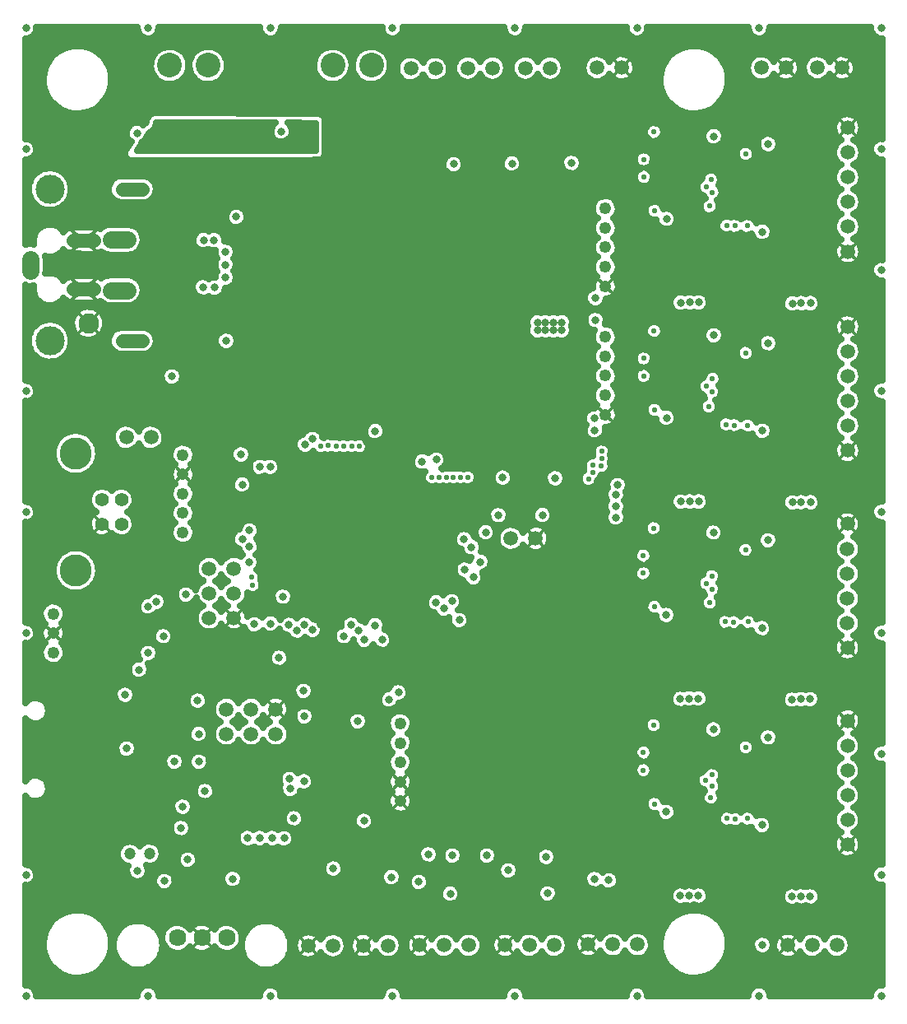
<source format=gbr>
G04 DipTrace 2.4.0.1*
%INGND.gbr*%
%MOIN*%
%ADD22C,0.025*%
%ADD23C,0.013*%
%ADD32C,0.0709*%
%ADD34C,0.0551*%
%ADD37C,0.1181*%
%ADD39C,0.0827*%
%ADD41C,0.0559*%
%ADD43C,0.1299*%
%ADD45C,0.0591*%
%ADD48C,0.1*%
%ADD51C,0.0705*%
%ADD64C,0.0492*%
%ADD77C,0.0472*%
%ADD99C,0.032*%
%ADD101C,0.022*%
%FSLAX44Y44*%
G04*
G70*
G90*
G75*
G01*
%LNInner1_Plane*%
%LPD*%
D99*
X4493Y10413D3*
X5000Y13610D3*
X7420Y9880D3*
X6330Y25480D3*
X19960Y5480D3*
X23460Y5130D3*
X19960Y5480D3*
X17040Y16340D3*
X24325Y19775D3*
Y20225D3*
X17350Y16080D3*
X18830Y17975D3*
X6020Y5050D3*
X6900Y16650D3*
X9460Y17950D3*
X11700Y11720D3*
X11660Y12750D3*
X4430Y12590D3*
X10830Y16570D3*
X17700Y6080D3*
X18200Y17660D3*
X17980Y15620D3*
X8940Y31950D3*
X17610Y4540D3*
X18550Y17350D3*
X17680Y16380D3*
X8525Y26925D3*
X6700Y7200D3*
X6760Y8060D3*
X5360Y14280D3*
X7371Y12359D3*
X23500Y27770D3*
X16475Y22045D3*
X23490Y28660D3*
X23470Y23310D3*
X17050Y22120D3*
X23450Y23790D3*
X24325Y20700D3*
X24395Y21080D3*
X2370Y25820D3*
Y25280D3*
X4930Y15390D3*
X30170Y33510D3*
Y33050D3*
X30150Y32580D3*
X29690Y33080D3*
Y33520D3*
X29680Y32610D3*
X29220D3*
X29230Y33050D3*
X29210Y33520D3*
D101*
X28810Y31590D3*
X29150Y31580D3*
X29650D3*
X28130Y32380D3*
X28240Y32940D3*
X28000Y33150D3*
X28180Y33460D3*
X29590Y34500D3*
D99*
X30500Y34890D3*
X28290Y35210D3*
X32630Y33980D3*
X32620Y32100D3*
X30260Y31340D3*
X28410Y28560D3*
Y28920D3*
X29180D3*
X28770Y28560D3*
Y28910D3*
X29180Y28560D3*
X29400Y35330D3*
X28850D3*
X29400Y35760D3*
X28850D3*
X32040Y35620D3*
X31670D3*
X31230D3*
X26730Y35630D3*
D101*
X25893Y32195D3*
X25453Y33555D3*
Y34275D3*
X25873Y35385D3*
D99*
X26380Y31870D3*
X9890Y6790D3*
X10940Y32880D3*
X11410Y32870D3*
X11900Y32850D3*
X13210Y31950D3*
X11930Y30190D3*
X12610Y30210D3*
X12600Y29150D3*
X9440Y29580D3*
X7610Y31010D3*
X8030D3*
X7590Y29100D3*
X8060Y29080D3*
X8500Y29480D3*
Y30010D3*
Y30530D3*
X10770Y35410D3*
X11100Y35020D3*
X11470Y35010D3*
X11860Y35020D3*
X5140Y34950D3*
X5540D3*
X5930D3*
X4910Y35340D3*
X12550Y25110D3*
Y24040D3*
X11720Y25160D3*
X9370Y24410D3*
X9400Y6790D3*
X10730Y27860D3*
X11130D3*
X11540Y27850D3*
X12870Y27000D3*
X18810Y34890D3*
X19720Y35600D3*
X17340Y35690D3*
X17010Y35250D3*
X22040Y35670D3*
X21700Y35230D3*
X17750Y34080D3*
X20110Y34110D3*
X33133Y30735D3*
X33123Y30345D3*
X33113Y29945D3*
X32733Y30735D3*
X32723Y30345D3*
X32713Y29945D3*
X32883Y29435D3*
X33753Y29445D3*
X33333D3*
X32863Y29005D3*
X33733Y29015D3*
X33313D3*
X31483Y28445D3*
X32213Y28455D3*
X31843D3*
X26953Y28475D3*
X27683Y28485D3*
X27313D3*
X33133Y22675D3*
X26193Y29955D3*
X33123Y22285D3*
X33113Y21885D3*
X32733Y22675D3*
X32723Y22285D3*
X32713Y21885D3*
X32883Y21375D3*
X33753Y21385D3*
X33333D3*
X30170Y25450D3*
Y24990D3*
X30150Y24520D3*
X29690Y25020D3*
Y25460D3*
X29680Y24550D3*
X29220D3*
X29230Y24990D3*
X29210Y25460D3*
D101*
X28800Y23540D3*
X29140Y23510D3*
X29670Y23500D3*
X28090Y24270D3*
X28220Y24860D3*
X28000Y25090D3*
X28240Y25390D3*
X29590Y26440D3*
D99*
X30500Y26830D3*
X28290Y27150D3*
X32630Y25920D3*
X32620Y24040D3*
X30260Y23280D3*
X28410Y20500D3*
Y20860D3*
X29180D3*
X28770Y20500D3*
Y20850D3*
X29180Y20500D3*
X29400Y27270D3*
X28850D3*
X29400Y27700D3*
X28850D3*
X32040Y27560D3*
X31670D3*
X31230D3*
X26730Y27570D3*
D101*
X25893Y24135D3*
X25453Y25495D3*
Y26215D3*
X25873Y27325D3*
D99*
X26380Y23810D3*
X32863Y20945D3*
X33733Y20955D3*
X33313D3*
X31483Y20385D3*
X32213Y20395D3*
X31843D3*
X26953Y20415D3*
X27683Y20425D3*
X27313D3*
X26193Y21895D3*
X33120Y14695D3*
X33110Y14305D3*
X33100Y13905D3*
X32720Y14695D3*
X32710Y14305D3*
X32700Y13905D3*
X32870Y13395D3*
X33740Y13405D3*
X33320D3*
X30157Y17469D3*
Y17009D3*
X30137Y16539D3*
X29677Y17039D3*
Y17479D3*
X29667Y16569D3*
X29207D3*
X29217Y17009D3*
X29197Y17479D3*
D101*
X28750Y15550D3*
X29100Y15540D3*
X29690Y15550D3*
X28130Y16320D3*
X28220Y16870D3*
X27987Y17109D3*
X28220Y17400D3*
X29577Y18459D3*
D99*
X30487Y18849D3*
X28277Y19169D3*
X32617Y17939D3*
X32607Y16059D3*
X30247Y15299D3*
X28397Y12519D3*
Y12879D3*
X29167D3*
X28757Y12519D3*
Y12869D3*
X29167Y12519D3*
X29387Y19289D3*
X28837D3*
X29387Y19719D3*
X28837D3*
X32027Y19579D3*
X31657D3*
X31217D3*
X26717Y19589D3*
D101*
X25880Y16155D3*
X25440Y17515D3*
Y18235D3*
X25860Y19345D3*
D99*
X26367Y15829D3*
X32850Y12965D3*
X33720Y12975D3*
X33300D3*
X31470Y12405D3*
X32200Y12415D3*
X31830D3*
X26940Y12435D3*
X27670Y12445D3*
X27300D3*
X26180Y13915D3*
X33123Y6715D3*
X33113Y6325D3*
X33103Y5925D3*
X32723Y6715D3*
X32713Y6325D3*
X32703Y5925D3*
X32873Y5415D3*
X33743Y5425D3*
X33323D3*
X30160Y9490D3*
Y9030D3*
X30140Y8560D3*
X29680Y9060D3*
Y9500D3*
X29670Y8590D3*
X29210D3*
X29220Y9030D3*
X29200Y9500D3*
D101*
X28840Y7580D3*
X29160Y7560D3*
X29670Y7580D3*
X28170Y8420D3*
X28225Y8900D3*
X27950Y9125D3*
X28225Y9350D3*
X29590Y10470D3*
D99*
X30490Y10870D3*
X28280Y11190D3*
X32620Y9960D3*
X32610Y8080D3*
X30250Y7320D3*
X28400Y4540D3*
Y4900D3*
X29170D3*
X28760Y4540D3*
Y4890D3*
X29170Y4540D3*
X29390Y11310D3*
X28840D3*
X29390Y11740D3*
X28840D3*
X32030Y11600D3*
X31660D3*
X31220D3*
X26720Y11610D3*
D101*
X25883Y8175D3*
X25443Y9535D3*
Y10255D3*
X25863Y11365D3*
D99*
X26370Y7850D3*
X32853Y4985D3*
X33723Y4995D3*
X33303D3*
X31473Y4425D3*
X32203Y4435D3*
X31833D3*
X26943Y4455D3*
X27673Y4465D3*
X27303D3*
X26183Y5935D3*
X22530Y34130D3*
X19625Y30250D3*
X20575D3*
Y29875D3*
X19625D3*
X20575Y30625D3*
X19625D3*
X21625Y33450D3*
X410Y39590D3*
X19100Y6080D3*
X21500Y6025D3*
X10390Y6790D3*
X10880Y6780D3*
X11275Y7600D3*
X11130Y8780D3*
X11680Y9090D3*
X11100Y9180D3*
X9825Y8375D3*
X4520Y11260D3*
X15510Y12700D3*
X15140Y12410D3*
X14850Y14830D3*
X14560Y15410D3*
X14120Y14820D3*
X13900Y15200D3*
X13600Y15425D3*
X13300Y14970D3*
X11700Y15425D3*
X12350D3*
X12025Y15225D3*
X11230Y13220D3*
X14330Y13260D3*
X8540Y13150D3*
X20600Y25475D3*
Y25075D3*
Y24600D3*
X19625Y25475D3*
Y25075D3*
Y24600D3*
X21500Y28300D3*
X21150Y27675D3*
X21475D3*
X21800D3*
X22125D3*
X21150Y27350D3*
X21475D3*
X21800D3*
X22125D3*
X10310Y21820D3*
X9900D3*
X14575Y23275D3*
X10250Y8375D3*
Y7900D3*
X19050Y19175D3*
X18175Y18900D3*
X18475Y18575D3*
X9850Y7875D3*
X10725Y22775D3*
X11725Y22725D3*
X12025Y22950D3*
X14220Y22830D3*
X16070Y23380D3*
X9025Y23250D3*
X9475Y18600D3*
X9180Y18900D3*
X11390Y15200D3*
X11075Y15425D3*
X5375Y16175D3*
X20775Y6070D3*
X16730Y6130D3*
X15225Y5210D3*
X30260Y2460D3*
X24040Y5080D3*
X21555Y4550D3*
X16340Y5020D3*
X13200Y10590D3*
X12850Y6260D3*
X10030Y3800D3*
X12925Y4060D3*
X19560Y19870D3*
X21350Y19875D3*
X19740Y21390D3*
X9675Y15450D3*
X10325Y15475D3*
X9125Y22325D3*
X21860Y21360D3*
X5700Y16360D3*
X5980Y14970D3*
X5640Y18710D3*
X2325Y15350D3*
X23100Y6050D3*
X6990Y3825D3*
X8255Y4075D3*
X9300Y4100D3*
X7410Y11010D3*
X10675Y14100D3*
X9575Y14750D3*
X9180Y21110D3*
X9475Y19250D3*
X7670Y8700D3*
X6675Y28550D3*
X6700Y27975D3*
Y27425D3*
X6100Y32650D3*
X6075Y31725D3*
X6525D3*
Y32650D3*
X5700D3*
X5675Y31725D3*
X410Y410D3*
X35090Y39590D3*
Y410D3*
X4930Y5460D3*
X6970Y5920D3*
X8790Y5140D3*
X13860Y11520D3*
X12870Y5560D3*
X14110Y7490D3*
X6430Y9880D3*
X12960Y19400D3*
X11910Y20430D3*
X14070Y20460D3*
Y18250D3*
X11870Y18230D3*
X410Y5300D3*
Y15100D3*
Y20000D3*
Y24900D3*
Y34690D3*
X35090D3*
Y29790D3*
Y24900D3*
X5360Y39590D3*
X35090Y20000D3*
Y15100D3*
Y10200D3*
Y5310D3*
X10320Y39590D3*
X15270D3*
X20230D3*
X25180D3*
X30130D3*
X5360Y410D3*
X10320D3*
X15270D3*
X20230D3*
X25180D3*
X30130D3*
X20570Y6890D3*
X7210Y11880D3*
X16040Y13680D3*
X17640Y14920D3*
D101*
X16870Y21400D3*
D99*
X19240Y18710D3*
X22080Y19890D3*
X25700Y9070D3*
X27560Y8180D3*
X27300Y11030D3*
X25710Y17060D3*
X27290Y18900D3*
X30250Y12540D3*
X30210Y14130D3*
X27480Y16180D3*
X30460Y20590D3*
X30390Y22080D3*
X25700Y25020D3*
X27340Y26860D3*
X30350Y30100D3*
X30400Y28600D3*
X25720Y33130D3*
X27360Y34970D3*
X27510Y32210D3*
X5260Y35760D3*
X7460Y19800D3*
X8410Y18730D3*
X2370Y24610D3*
Y24040D3*
D101*
X12350Y22670D3*
X12670Y22680D3*
X12980Y22670D3*
X13290D3*
X13610D3*
X13920Y22660D3*
X9560Y17360D3*
X9600Y17030D3*
X17170Y21400D3*
X17460D3*
X18020D3*
X17740D3*
X18320D3*
X23750Y22450D3*
Y22150D3*
X23740Y21850D3*
X23390Y21880D3*
X23380Y21590D3*
X23220Y21340D3*
X795Y39366D2*
D22*
X4975D1*
X5748D2*
X9932D1*
X10705D2*
X14885D1*
X15658D2*
X19842D1*
X20615D2*
X24796D1*
X25564D2*
X29745D1*
X30517D2*
X34706D1*
X410Y39118D2*
X35089D1*
X410Y38869D2*
X2335D1*
X2666D2*
X27335D1*
X27666D2*
X35089D1*
X410Y38620D2*
X1674D1*
X3326D2*
X5674D1*
X6806D2*
X7233D1*
X8365D2*
X12284D1*
X13416D2*
X13842D1*
X14978D2*
X26674D1*
X28326D2*
X35089D1*
X410Y38372D2*
X1409D1*
X3592D2*
X5506D1*
X6971D2*
X7066D1*
X8533D2*
X12120D1*
X13584D2*
X13675D1*
X15142D2*
X15616D1*
X16404D2*
X16616D1*
X17404D2*
X17905D1*
X18736D2*
X18905D1*
X19736D2*
X20233D1*
X21064D2*
X21232D1*
X22064D2*
X23124D1*
X23994D2*
X24124D1*
X24994D2*
X26409D1*
X28592D2*
X29803D1*
X30654D2*
X30803D1*
X31654D2*
X32053D1*
X32924D2*
X33055D1*
X33924D2*
X35089D1*
X410Y38123D2*
X1249D1*
X3752D2*
X5452D1*
X8588D2*
X12061D1*
X15197D2*
X15452D1*
X17568D2*
X17756D1*
X19885D2*
X20085D1*
X22213D2*
X22991D1*
X25131D2*
X26249D1*
X28752D2*
X29663D1*
X31795D2*
X31921D1*
X34060D2*
X35089D1*
X410Y37874D2*
X1151D1*
X3849D2*
X5479D1*
X8560D2*
X12089D1*
X15170D2*
X15428D1*
X17592D2*
X17745D1*
X19896D2*
X20073D1*
X22228D2*
X22987D1*
X25135D2*
X26151D1*
X28849D2*
X29655D1*
X31806D2*
X31917D1*
X34064D2*
X35089D1*
X410Y37625D2*
X1104D1*
X3896D2*
X5600D1*
X6881D2*
X7159D1*
X8439D2*
X12210D1*
X13490D2*
X13768D1*
X15049D2*
X15530D1*
X17490D2*
X17854D1*
X19787D2*
X20182D1*
X22115D2*
X23108D1*
X24010D2*
X24108D1*
X25010D2*
X26104D1*
X28896D2*
X29772D1*
X30689D2*
X30774D1*
X31689D2*
X32038D1*
X32939D2*
X33038D1*
X33939D2*
X35089D1*
X410Y37377D2*
X1104D1*
X3896D2*
X5913D1*
X6564D2*
X7475D1*
X8127D2*
X12526D1*
X13178D2*
X14085D1*
X14736D2*
X26104D1*
X28896D2*
X35089D1*
X410Y37128D2*
X1151D1*
X3849D2*
X26151D1*
X28849D2*
X35089D1*
X410Y36879D2*
X1245D1*
X3752D2*
X26245D1*
X28752D2*
X35089D1*
X410Y36631D2*
X1409D1*
X3592D2*
X26409D1*
X28592D2*
X35089D1*
X410Y36382D2*
X1671D1*
X3326D2*
X26671D1*
X28326D2*
X35089D1*
X410Y36133D2*
X2311D1*
X2685D2*
X5499D1*
X12322D2*
X27311D1*
X27685D2*
X35089D1*
X410Y35885D2*
X5284D1*
X12560D2*
X33245D1*
X34201D2*
X35089D1*
X410Y35636D2*
X4581D1*
X12560D2*
X25569D1*
X26178D2*
X33143D1*
X34303D2*
X35089D1*
X410Y35387D2*
X4464D1*
X12560D2*
X25475D1*
X26271D2*
X27878D1*
X28701D2*
X33163D1*
X34283D2*
X35089D1*
X410Y35139D2*
X4510D1*
X12560D2*
X25565D1*
X26181D2*
X27846D1*
X28732D2*
X30131D1*
X30869D2*
X33323D1*
X34123D2*
X35089D1*
X810Y34890D2*
X4600D1*
X12560D2*
X27987D1*
X28596D2*
X30049D1*
X30951D2*
X33249D1*
X34189D2*
X34690D1*
X857Y34641D2*
X4436D1*
X12560D2*
X25346D1*
X25560D2*
X29217D1*
X29963D2*
X30131D1*
X30869D2*
X33143D1*
X34299D2*
X34643D1*
X740Y34393D2*
X4428D1*
X12533D2*
X17436D1*
X18064D2*
X19768D1*
X20451D2*
X22171D1*
X22889D2*
X25073D1*
X25834D2*
X29206D1*
X29974D2*
X33159D1*
X34283D2*
X34760D1*
X410Y34144D2*
X17303D1*
X18193D2*
X19663D1*
X20560D2*
X22081D1*
X22978D2*
X25077D1*
X25830D2*
X29448D1*
X29732D2*
X33311D1*
X34131D2*
X35089D1*
X410Y33895D2*
X1124D1*
X1631D2*
X17342D1*
X18158D2*
X19717D1*
X20502D2*
X22151D1*
X22908D2*
X25268D1*
X25635D2*
X33253D1*
X34185D2*
X35089D1*
X410Y33646D2*
X721D1*
X2037D2*
X25065D1*
X25842D2*
X27831D1*
X28529D2*
X33143D1*
X34299D2*
X35089D1*
X410Y33398D2*
X561D1*
X2193D2*
X3854D1*
X5592D2*
X25089D1*
X25818D2*
X27694D1*
X28576D2*
X33155D1*
X34283D2*
X35089D1*
X410Y33149D2*
X503D1*
X2256D2*
X3753D1*
X5697D2*
X27600D1*
X28576D2*
X33303D1*
X34135D2*
X35089D1*
X410Y32900D2*
X514D1*
X2240D2*
X3772D1*
X5674D2*
X27694D1*
X28639D2*
X33256D1*
X34181D2*
X35089D1*
X410Y32652D2*
X608D1*
X2150D2*
X3944D1*
X5506D2*
X23514D1*
X24287D2*
X27846D1*
X28506D2*
X33143D1*
X34295D2*
X35089D1*
X410Y32403D2*
X819D1*
X1935D2*
X23378D1*
X24424D2*
X25557D1*
X26228D2*
X27729D1*
X28529D2*
X33155D1*
X34287D2*
X35089D1*
X410Y32154D2*
X8542D1*
X9338D2*
X23381D1*
X24416D2*
X25495D1*
X26721D2*
X27807D1*
X28455D2*
X33299D1*
X34142D2*
X35089D1*
X410Y31906D2*
X8491D1*
X9389D2*
X23538D1*
X24264D2*
X25631D1*
X26830D2*
X28585D1*
X29361D2*
X29439D1*
X29861D2*
X33260D1*
X34178D2*
X35089D1*
X410Y31657D2*
X8608D1*
X9271D2*
X23389D1*
X24412D2*
X25987D1*
X26771D2*
X28417D1*
X30568D2*
X33147D1*
X34295D2*
X35089D1*
X410Y31408D2*
X850D1*
X1904D2*
X1983D1*
X5037D2*
X7436D1*
X8201D2*
X23374D1*
X24428D2*
X28456D1*
X30705D2*
X33155D1*
X34287D2*
X35089D1*
X410Y31160D2*
X717D1*
X5158D2*
X7186D1*
X8451D2*
X23495D1*
X24303D2*
X29850D1*
X30670D2*
X33292D1*
X34146D2*
X35089D1*
X410Y30911D2*
X698D1*
X5162D2*
X7171D1*
X8713D2*
X23405D1*
X24396D2*
X33272D1*
X34174D2*
X35089D1*
X5056Y30662D2*
X7342D1*
X8928D2*
X23366D1*
X24431D2*
X33151D1*
X34295D2*
X35089D1*
X1728Y30414D2*
X3725D1*
X4658D2*
X8065D1*
X8935D2*
X23464D1*
X24338D2*
X33155D1*
X34291D2*
X35089D1*
X1236Y30165D2*
X8081D1*
X8920D2*
X23421D1*
X24377D2*
X33288D1*
X34158D2*
X34866D1*
X1236Y29916D2*
X8061D1*
X8939D2*
X23366D1*
X24435D2*
X34659D1*
X1491Y29667D2*
X8092D1*
X8908D2*
X23436D1*
X24365D2*
X34659D1*
X4986Y29419D2*
X7284D1*
X8947D2*
X23448D1*
X24353D2*
X34858D1*
X5142Y29170D2*
X7147D1*
X8814D2*
X23366D1*
X24435D2*
X35089D1*
X410Y28921D2*
X702D1*
X5170D2*
X7178D1*
X8478D2*
X23131D1*
X24389D2*
X35089D1*
X410Y28673D2*
X792D1*
X5092D2*
X7913D1*
X8205D2*
X23042D1*
X24131D2*
X26553D1*
X28088D2*
X31100D1*
X32603D2*
X35089D1*
X410Y28424D2*
X1065D1*
X1689D2*
X3553D1*
X4834D2*
X23112D1*
X23869D2*
X26506D1*
X28127D2*
X31034D1*
X32662D2*
X35089D1*
X410Y28175D2*
X2514D1*
X3392D2*
X23346D1*
X23654D2*
X26628D1*
X27998D2*
X31131D1*
X32556D2*
X35089D1*
X410Y27927D2*
X2315D1*
X3592D2*
X20784D1*
X22494D2*
X23081D1*
X23920D2*
X33342D1*
X34107D2*
X35089D1*
X410Y27678D2*
X940D1*
X1814D2*
X2249D1*
X3654D2*
X20702D1*
X22576D2*
X23061D1*
X23939D2*
X25721D1*
X26025D2*
X33171D1*
X34279D2*
X35089D1*
X410Y27429D2*
X659D1*
X2096D2*
X2284D1*
X3623D2*
X4081D1*
X5369D2*
X20706D1*
X22568D2*
X23221D1*
X24306D2*
X25487D1*
X26260D2*
X27944D1*
X28635D2*
X33143D1*
X34303D2*
X35089D1*
X410Y27181D2*
X534D1*
X2221D2*
X2428D1*
X3478D2*
X3807D1*
X5642D2*
X8159D1*
X8889D2*
X20737D1*
X22541D2*
X23374D1*
X24428D2*
X25503D1*
X26244D2*
X27842D1*
X28740D2*
X30237D1*
X30764D2*
X33233D1*
X34213D2*
X35089D1*
X410Y26932D2*
X499D1*
X2260D2*
X3745D1*
X5705D2*
X8077D1*
X8974D2*
X21049D1*
X21253D2*
X21374D1*
X21575D2*
X21699D1*
X21902D2*
X22026D1*
X22223D2*
X23389D1*
X24412D2*
X27901D1*
X28681D2*
X30061D1*
X30939D2*
X33350D1*
X34088D2*
X35089D1*
X410Y26683D2*
X534D1*
X2221D2*
X3803D1*
X5642D2*
X8151D1*
X8900D2*
X23534D1*
X24267D2*
X29280D1*
X29900D2*
X30077D1*
X30924D2*
X33171D1*
X34271D2*
X35089D1*
X410Y26435D2*
X655D1*
X2099D2*
X4069D1*
X5381D2*
X23381D1*
X24420D2*
X25124D1*
X25783D2*
X29190D1*
X29990D2*
X30319D1*
X30681D2*
X33139D1*
X34303D2*
X35089D1*
X410Y26186D2*
X928D1*
X1826D2*
X23378D1*
X24424D2*
X25053D1*
X25853D2*
X29288D1*
X29892D2*
X33225D1*
X34217D2*
X35089D1*
X410Y25937D2*
X23518D1*
X24283D2*
X25178D1*
X25728D2*
X33358D1*
X34084D2*
X35089D1*
X410Y25688D2*
X5936D1*
X6724D2*
X23393D1*
X24404D2*
X25108D1*
X25799D2*
X27987D1*
X28490D2*
X33171D1*
X34267D2*
X35089D1*
X410Y25440D2*
X5881D1*
X6779D2*
X23370D1*
X24431D2*
X25057D1*
X25849D2*
X27839D1*
X28635D2*
X33135D1*
X34303D2*
X35089D1*
X744Y25191D2*
X5995D1*
X6666D2*
X23479D1*
X24318D2*
X25210D1*
X25697D2*
X27616D1*
X28584D2*
X33221D1*
X34221D2*
X34756D1*
X857Y24942D2*
X23413D1*
X24389D2*
X27631D1*
X28611D2*
X33366D1*
X34076D2*
X34643D1*
X806Y24694D2*
X23366D1*
X24435D2*
X27858D1*
X28580D2*
X33174D1*
X34267D2*
X34694D1*
X410Y24445D2*
X23448D1*
X24349D2*
X25659D1*
X26131D2*
X27733D1*
X28447D2*
X33135D1*
X34303D2*
X35089D1*
X410Y24196D2*
X23299D1*
X24369D2*
X25499D1*
X26580D2*
X27698D1*
X28482D2*
X33217D1*
X34221D2*
X35089D1*
X410Y23948D2*
X23030D1*
X24435D2*
X25546D1*
X26806D2*
X27874D1*
X28306D2*
X33374D1*
X34068D2*
X35089D1*
X410Y23699D2*
X23010D1*
X24377D2*
X25944D1*
X26814D2*
X28436D1*
X30014D2*
X30163D1*
X30358D2*
X33174D1*
X34264D2*
X35089D1*
X410Y23450D2*
X4096D1*
X4865D2*
X5096D1*
X5865D2*
X14163D1*
X14986D2*
X23046D1*
X24068D2*
X26128D1*
X26631D2*
X28413D1*
X30674D2*
X33135D1*
X34303D2*
X35089D1*
X410Y23202D2*
X2026D1*
X2838D2*
X3924D1*
X6033D2*
X11659D1*
X12392D2*
X14131D1*
X15017D2*
X23034D1*
X23904D2*
X28612D1*
X30701D2*
X33214D1*
X34224D2*
X35089D1*
X410Y22953D2*
X1702D1*
X3162D2*
X3897D1*
X6060D2*
X11342D1*
X14178D2*
X14276D1*
X14877D2*
X23214D1*
X23724D2*
X29964D1*
X30556D2*
X33389D1*
X34056D2*
X35089D1*
X410Y22704D2*
X1553D1*
X3306D2*
X3991D1*
X5967D2*
X6424D1*
X7123D2*
X8909D1*
X9342D2*
X11276D1*
X14318D2*
X23448D1*
X24049D2*
X33182D1*
X34264D2*
X35089D1*
X410Y22456D2*
X1495D1*
X3365D2*
X6260D1*
X7291D2*
X8694D1*
X9553D2*
X11370D1*
X14260D2*
X16342D1*
X16611D2*
X16764D1*
X17334D2*
X23350D1*
X24150D2*
X33139D1*
X34306D2*
X35089D1*
X410Y22207D2*
X1506D1*
X3357D2*
X6249D1*
X7299D2*
X8690D1*
X9556D2*
X9703D1*
X10510D2*
X16057D1*
X17490D2*
X23182D1*
X24146D2*
X33214D1*
X34236D2*
X35089D1*
X410Y21958D2*
X1589D1*
X3271D2*
X6378D1*
X7170D2*
X8885D1*
X9365D2*
X9472D1*
X10736D2*
X16034D1*
X17467D2*
X22999D1*
X24123D2*
X33510D1*
X33939D2*
X35089D1*
X410Y21709D2*
X1772D1*
X3088D2*
X6276D1*
X7275D2*
X9464D1*
X10744D2*
X16190D1*
X18556D2*
X19436D1*
X20045D2*
X21592D1*
X22127D2*
X22999D1*
X24111D2*
X35089D1*
X410Y21461D2*
X2307D1*
X2553D2*
X6241D1*
X7306D2*
X8917D1*
X9443D2*
X9647D1*
X10560D2*
X16475D1*
X18717D2*
X19296D1*
X20185D2*
X21421D1*
X22299D2*
X22839D1*
X23756D2*
X24182D1*
X24607D2*
X35089D1*
X410Y21212D2*
X6342D1*
X7205D2*
X8741D1*
X9619D2*
X16522D1*
X18670D2*
X19331D1*
X20150D2*
X21436D1*
X22283D2*
X22842D1*
X23596D2*
X23967D1*
X24822D2*
X35089D1*
X410Y20963D2*
X3202D1*
X3795D2*
X3987D1*
X4584D2*
X6292D1*
X7256D2*
X8756D1*
X9603D2*
X21682D1*
X22037D2*
X23960D1*
X24830D2*
X35089D1*
X410Y20715D2*
X2975D1*
X4806D2*
X6241D1*
X7310D2*
X8999D1*
X9361D2*
X23874D1*
X24775D2*
X26628D1*
X28017D2*
X31190D1*
X32517D2*
X35089D1*
X410Y20466D2*
X2928D1*
X4853D2*
X6315D1*
X7236D2*
X23944D1*
X24705D2*
X26506D1*
X28131D2*
X31042D1*
X32658D2*
X35089D1*
X799Y20217D2*
X3003D1*
X4779D2*
X6315D1*
X7232D2*
X19292D1*
X19830D2*
X21073D1*
X21627D2*
X23874D1*
X24775D2*
X26553D1*
X28080D2*
X31069D1*
X32623D2*
X34702D1*
X857Y19969D2*
X3182D1*
X4599D2*
X6241D1*
X7310D2*
X19124D1*
X19998D2*
X20909D1*
X21791D2*
X23921D1*
X24728D2*
X31374D1*
X31590D2*
X33358D1*
X34064D2*
X34643D1*
X756Y19720D2*
X2971D1*
X4810D2*
X6292D1*
X7256D2*
X19139D1*
X19982D2*
X20928D1*
X21771D2*
X23878D1*
X24771D2*
X33163D1*
X34256D2*
X34745D1*
X410Y19471D2*
X2928D1*
X4853D2*
X6346D1*
X7205D2*
X9089D1*
X9861D2*
X18721D1*
X19732D2*
X19924D1*
X20224D2*
X20924D1*
X21506D2*
X24003D1*
X24646D2*
X25483D1*
X26240D2*
X27952D1*
X28599D2*
X33128D1*
X34295D2*
X35089D1*
X410Y19223D2*
X3010D1*
X4775D2*
X6245D1*
X7306D2*
X8878D1*
X9924D2*
X17874D1*
X18478D2*
X18601D1*
X19498D2*
X19577D1*
X21576D2*
X25479D1*
X26240D2*
X27831D1*
X28724D2*
X30260D1*
X30717D2*
X33206D1*
X34213D2*
X35089D1*
X410Y18974D2*
X3366D1*
X3626D2*
X4155D1*
X4416D2*
X6276D1*
X7275D2*
X8737D1*
X9822D2*
X17733D1*
X21658D2*
X25780D1*
X25942D2*
X27874D1*
X28678D2*
X30057D1*
X30920D2*
X33370D1*
X34045D2*
X35089D1*
X410Y18725D2*
X6483D1*
X7068D2*
X8768D1*
X9904D2*
X17764D1*
X18896D2*
X19526D1*
X21623D2*
X29288D1*
X29865D2*
X30057D1*
X30920D2*
X33167D1*
X34248D2*
X35089D1*
X410Y18477D2*
X2061D1*
X2803D2*
X9042D1*
X9908D2*
X18038D1*
X18912D2*
X19714D1*
X20435D2*
X20714D1*
X21435D2*
X25128D1*
X25752D2*
X29178D1*
X29978D2*
X30256D1*
X30717D2*
X33124D1*
X34291D2*
X35089D1*
X410Y18228D2*
X1714D1*
X3146D2*
X7600D1*
X8080D2*
X8600D1*
X9806D2*
X18206D1*
X19197D2*
X25042D1*
X25842D2*
X29256D1*
X29896D2*
X33198D1*
X34217D2*
X35089D1*
X410Y17979D2*
X1561D1*
X3303D2*
X7323D1*
X9908D2*
X17893D1*
X19279D2*
X25139D1*
X25740D2*
X33378D1*
X34037D2*
X35089D1*
X410Y17730D2*
X1499D1*
X3365D2*
X7256D1*
X9849D2*
X17756D1*
X19201D2*
X25108D1*
X25771D2*
X28018D1*
X28424D2*
X33167D1*
X34248D2*
X35089D1*
X410Y17482D2*
X1503D1*
X3357D2*
X7303D1*
X9939D2*
X17788D1*
X18978D2*
X25042D1*
X25838D2*
X27831D1*
X28611D2*
X33124D1*
X34291D2*
X35089D1*
X410Y17233D2*
X1581D1*
X3279D2*
X7522D1*
X8158D2*
X8522D1*
X9939D2*
X18116D1*
X18982D2*
X25167D1*
X25713D2*
X27608D1*
X28580D2*
X33194D1*
X34221D2*
X35089D1*
X410Y16984D2*
X1756D1*
X3103D2*
X6612D1*
X7185D2*
X7328D1*
X9998D2*
X10710D1*
X10947D2*
X18307D1*
X18791D2*
X27608D1*
X28603D2*
X33385D1*
X34029D2*
X35089D1*
X410Y16736D2*
X2214D1*
X2646D2*
X5475D1*
X5924D2*
X6460D1*
X9857D2*
X10413D1*
X11248D2*
X16862D1*
X17221D2*
X17424D1*
X17935D2*
X27846D1*
X28596D2*
X33171D1*
X34244D2*
X35089D1*
X410Y16487D2*
X5061D1*
X6131D2*
X6483D1*
X9381D2*
X10389D1*
X11271D2*
X16616D1*
X18115D2*
X25682D1*
X26080D2*
X27768D1*
X28490D2*
X33124D1*
X34291D2*
X35089D1*
X410Y16238D2*
X1139D1*
X1900D2*
X4928D1*
X6131D2*
X6768D1*
X7032D2*
X7514D1*
X8166D2*
X8514D1*
X9166D2*
X10538D1*
X11119D2*
X16604D1*
X18107D2*
X25491D1*
X26506D2*
X27741D1*
X28521D2*
X33190D1*
X34221D2*
X35089D1*
X410Y15990D2*
X999D1*
X2041D2*
X4967D1*
X5931D2*
X7331D1*
X9349D2*
X16776D1*
X18213D2*
X25518D1*
X26787D2*
X27928D1*
X28334D2*
X33393D1*
X34021D2*
X35089D1*
X410Y15741D2*
X1003D1*
X2041D2*
X7256D1*
X10681D2*
X10764D1*
X12010D2*
X13292D1*
X13908D2*
X14268D1*
X14849D2*
X17069D1*
X18412D2*
X25928D1*
X26806D2*
X28401D1*
X30037D2*
X33171D1*
X34244D2*
X35089D1*
X599Y15492D2*
X1151D1*
X1889D2*
X7299D1*
X12381D2*
X13155D1*
X15002D2*
X17549D1*
X18412D2*
X26085D1*
X26650D2*
X28354D1*
X30650D2*
X33124D1*
X34291D2*
X34901D1*
X834Y15244D2*
X1010D1*
X2029D2*
X5631D1*
X6330D2*
X7506D1*
X8174D2*
X8506D1*
X9174D2*
X9275D1*
X12474D2*
X12952D1*
X14974D2*
X17756D1*
X18201D2*
X28510D1*
X29353D2*
X29448D1*
X30693D2*
X33190D1*
X34224D2*
X34667D1*
X846Y14995D2*
X991D1*
X2049D2*
X5530D1*
X6428D2*
X10995D1*
X12408D2*
X12850D1*
X15267D2*
X29924D1*
X30568D2*
X33413D1*
X34006D2*
X34655D1*
X670Y14746D2*
X1108D1*
X1931D2*
X5592D1*
X6365D2*
X12913D1*
X15291D2*
X33178D1*
X34240D2*
X34831D1*
X410Y14498D2*
X1026D1*
X2014D2*
X4971D1*
X5752D2*
X10499D1*
X10849D2*
X13819D1*
X14420D2*
X14561D1*
X15139D2*
X33124D1*
X34295D2*
X35089D1*
X410Y14249D2*
X987D1*
X2053D2*
X4913D1*
X5810D2*
X10253D1*
X11099D2*
X33186D1*
X34232D2*
X35089D1*
X410Y14000D2*
X1077D1*
X1963D2*
X4807D1*
X5705D2*
X10237D1*
X11111D2*
X33440D1*
X33978D2*
X35089D1*
X410Y13751D2*
X4573D1*
X5424D2*
X10409D1*
X10943D2*
X35089D1*
X410Y13503D2*
X4565D1*
X5435D2*
X35089D1*
X410Y13254D2*
X4745D1*
X5256D2*
X35089D1*
X410Y13005D2*
X4315D1*
X4545D2*
X11296D1*
X12025D2*
X15190D1*
X15830D2*
X35089D1*
X410Y12757D2*
X4014D1*
X4846D2*
X7194D1*
X7545D2*
X11210D1*
X12111D2*
X14870D1*
X15955D2*
X26639D1*
X27982D2*
X31210D1*
X32478D2*
X35089D1*
X410Y12508D2*
X3987D1*
X4873D2*
X6948D1*
X7795D2*
X8260D1*
X8822D2*
X9260D1*
X9822D2*
X10260D1*
X10822D2*
X11284D1*
X12033D2*
X14702D1*
X15916D2*
X26499D1*
X28115D2*
X31034D1*
X32639D2*
X35089D1*
X1240Y12259D2*
X4139D1*
X4721D2*
X6932D1*
X7810D2*
X8014D1*
X11068D2*
X14717D1*
X15560D2*
X26530D1*
X28076D2*
X31046D1*
X32623D2*
X35089D1*
X1342Y12011D2*
X7104D1*
X7639D2*
X7956D1*
X11127D2*
X11366D1*
X12033D2*
X14971D1*
X15310D2*
X31288D1*
X32357D2*
X33393D1*
X34033D2*
X35089D1*
X1310Y11762D2*
X8014D1*
X11068D2*
X11253D1*
X12146D2*
X13487D1*
X14236D2*
X15167D1*
X15994D2*
X33174D1*
X34252D2*
X35089D1*
X410Y11513D2*
X491D1*
X1107D2*
X8256D1*
X8822D2*
X9256D1*
X9822D2*
X10256D1*
X10822D2*
X11303D1*
X12096D2*
X13409D1*
X14310D2*
X15049D1*
X16107D2*
X25495D1*
X26232D2*
X27979D1*
X28580D2*
X33128D1*
X34299D2*
X35089D1*
X410Y11265D2*
X7046D1*
X7775D2*
X8014D1*
X11064D2*
X13495D1*
X14224D2*
X15073D1*
X16088D2*
X25475D1*
X26248D2*
X27839D1*
X28724D2*
X30307D1*
X30674D2*
X33198D1*
X34228D2*
X35089D1*
X410Y11016D2*
X6960D1*
X7861D2*
X7955D1*
X11127D2*
X15206D1*
X15955D2*
X25702D1*
X26025D2*
X27866D1*
X28693D2*
X30065D1*
X30916D2*
X33405D1*
X34014D2*
X35089D1*
X410Y10767D2*
X4233D1*
X4752D2*
X7038D1*
X7783D2*
X8010D1*
X11068D2*
X15061D1*
X16099D2*
X28214D1*
X28348D2*
X29339D1*
X29842D2*
X30053D1*
X30928D2*
X33178D1*
X34244D2*
X35089D1*
X410Y10519D2*
X4057D1*
X4931D2*
X8245D1*
X8834D2*
X9245D1*
X9834D2*
X10245D1*
X10834D2*
X15061D1*
X16099D2*
X25151D1*
X25736D2*
X29194D1*
X29986D2*
X30225D1*
X30752D2*
X33124D1*
X34295D2*
X34784D1*
X410Y10270D2*
X4069D1*
X4920D2*
X6237D1*
X6623D2*
X7225D1*
X7615D2*
X15206D1*
X15955D2*
X25046D1*
X25842D2*
X29249D1*
X29931D2*
X33190D1*
X34232D2*
X34647D1*
X410Y10021D2*
X4303D1*
X4681D2*
X6003D1*
X6857D2*
X6995D1*
X7846D2*
X15073D1*
X16088D2*
X25124D1*
X25760D2*
X33417D1*
X34006D2*
X34678D1*
X410Y9772D2*
X5995D1*
X6865D2*
X6982D1*
X7857D2*
X15049D1*
X16107D2*
X25128D1*
X25760D2*
X33178D1*
X34240D2*
X35089D1*
X410Y9524D2*
X6174D1*
X6685D2*
X7163D1*
X7678D2*
X10827D1*
X11373D2*
X15167D1*
X15994D2*
X25042D1*
X25842D2*
X27870D1*
X28584D2*
X33124D1*
X34295D2*
X35089D1*
X410Y9275D2*
X565D1*
X1033D2*
X10663D1*
X12088D2*
X15089D1*
X16072D2*
X25147D1*
X25736D2*
X27581D1*
X28619D2*
X33186D1*
X34232D2*
X35089D1*
X1291Y9026D2*
X7374D1*
X7967D2*
X10678D1*
X12127D2*
X15046D1*
X16115D2*
X27565D1*
X28603D2*
X33424D1*
X33994D2*
X35089D1*
X1346Y8778D2*
X7229D1*
X8111D2*
X10678D1*
X11994D2*
X15135D1*
X16025D2*
X27784D1*
X28603D2*
X33182D1*
X34236D2*
X35089D1*
X1267Y8529D2*
X7256D1*
X8084D2*
X10760D1*
X11498D2*
X15108D1*
X16053D2*
X25733D1*
X26033D2*
X27788D1*
X28553D2*
X33124D1*
X34295D2*
X35089D1*
X410Y8280D2*
X6374D1*
X7146D2*
X7577D1*
X7763D2*
X15046D1*
X16115D2*
X25499D1*
X26267D2*
X27796D1*
X28545D2*
X33182D1*
X34236D2*
X35089D1*
X410Y8032D2*
X6311D1*
X7209D2*
X15108D1*
X16053D2*
X25510D1*
X26779D2*
X33428D1*
X33990D2*
X35089D1*
X410Y7783D2*
X6413D1*
X7107D2*
X10866D1*
X11685D2*
X13776D1*
X14443D2*
X15440D1*
X15721D2*
X25924D1*
X26814D2*
X28499D1*
X30010D2*
X33186D1*
X34236D2*
X35089D1*
X410Y7534D2*
X6413D1*
X6986D2*
X10831D1*
X11721D2*
X13663D1*
X14556D2*
X26061D1*
X26678D2*
X28444D1*
X30642D2*
X33124D1*
X34295D2*
X35089D1*
X410Y7286D2*
X6260D1*
X7142D2*
X10964D1*
X11584D2*
X13714D1*
X14506D2*
X28585D1*
X30697D2*
X33182D1*
X34240D2*
X35089D1*
X410Y7037D2*
X6284D1*
X7119D2*
X9030D1*
X11244D2*
X29909D1*
X30592D2*
X33421D1*
X34002D2*
X35089D1*
X410Y6788D2*
X6569D1*
X6830D2*
X8952D1*
X11330D2*
X33194D1*
X34232D2*
X35089D1*
X410Y6540D2*
X4292D1*
X4971D2*
X5066D1*
X5771D2*
X9030D1*
X11256D2*
X16592D1*
X16869D2*
X33128D1*
X34299D2*
X35089D1*
X410Y6291D2*
X4124D1*
X5928D2*
X6737D1*
X7201D2*
X16311D1*
X17146D2*
X17307D1*
X18096D2*
X18706D1*
X19494D2*
X21143D1*
X21857D2*
X33178D1*
X34248D2*
X35089D1*
X410Y6042D2*
X4116D1*
X5931D2*
X6538D1*
X7400D2*
X16288D1*
X17170D2*
X17251D1*
X18146D2*
X18651D1*
X19549D2*
X21049D1*
X21951D2*
X33405D1*
X34021D2*
X35089D1*
X410Y5793D2*
X4253D1*
X5787D2*
X6538D1*
X7400D2*
X12491D1*
X13252D2*
X16444D1*
X17014D2*
X17362D1*
X18037D2*
X18760D1*
X19439D2*
X19647D1*
X20271D2*
X21120D1*
X21881D2*
X35089D1*
X783Y5545D2*
X4487D1*
X5373D2*
X6745D1*
X7193D2*
X8635D1*
X8943D2*
X12421D1*
X13318D2*
X14940D1*
X15514D2*
X19514D1*
X20404D2*
X23342D1*
X23576D2*
X34710D1*
X861Y5296D2*
X4514D1*
X5346D2*
X5647D1*
X6392D2*
X8370D1*
X9209D2*
X12510D1*
X13228D2*
X14784D1*
X15666D2*
X15991D1*
X16689D2*
X19553D1*
X20369D2*
X23046D1*
X24431D2*
X34639D1*
X775Y5047D2*
X4803D1*
X5056D2*
X5569D1*
X6471D2*
X8350D1*
X9228D2*
X14807D1*
X15642D2*
X15889D1*
X16791D2*
X23018D1*
X24490D2*
X34729D1*
X410Y4799D2*
X5651D1*
X6389D2*
X8510D1*
X9068D2*
X15092D1*
X15357D2*
X15952D1*
X16728D2*
X17249D1*
X17971D2*
X21186D1*
X21924D2*
X23171D1*
X24385D2*
X26667D1*
X27963D2*
X31245D1*
X32447D2*
X35089D1*
X410Y4550D2*
X17159D1*
X18060D2*
X21104D1*
X22006D2*
X26503D1*
X28115D2*
X31042D1*
X32639D2*
X35089D1*
X410Y4301D2*
X17233D1*
X17986D2*
X21186D1*
X21924D2*
X26522D1*
X28092D2*
X31042D1*
X32631D2*
X35089D1*
X410Y4053D2*
X26784D1*
X27431D2*
X27549D1*
X27799D2*
X31245D1*
X32412D2*
X35089D1*
X410Y3804D2*
X2034D1*
X2967D2*
X27034D1*
X27967D2*
X35089D1*
X410Y3555D2*
X1592D1*
X3408D2*
X26592D1*
X28408D2*
X35089D1*
X410Y3307D2*
X1358D1*
X3639D2*
X4424D1*
X5478D2*
X6256D1*
X6842D2*
X7256D1*
X7842D2*
X8256D1*
X8842D2*
X9620D1*
X10678D2*
X26358D1*
X28639D2*
X35089D1*
X410Y3058D2*
X1217D1*
X3783D2*
X4143D1*
X5760D2*
X5991D1*
X9111D2*
X9339D1*
X10959D2*
X26217D1*
X28783D2*
X35089D1*
X410Y2809D2*
X1135D1*
X3865D2*
X4003D1*
X11099D2*
X11424D1*
X12299D2*
X12422D1*
X13299D2*
X13643D1*
X14537D2*
X14646D1*
X15537D2*
X15917D1*
X16826D2*
X16916D1*
X17826D2*
X17916D1*
X18826D2*
X19374D1*
X20283D2*
X20374D1*
X21283D2*
X21374D1*
X22283D2*
X22721D1*
X25678D2*
X26135D1*
X28865D2*
X29995D1*
X30525D2*
X30835D1*
X31744D2*
X31837D1*
X32744D2*
X32837D1*
X33744D2*
X35089D1*
X410Y2561D2*
X1100D1*
X11158D2*
X11292D1*
X13431D2*
X13521D1*
X15662D2*
X15794D1*
X18943D2*
X19256D1*
X22404D2*
X22620D1*
X25779D2*
X26100D1*
X28900D2*
X29823D1*
X33865D2*
X35089D1*
X410Y2312D2*
X1112D1*
X5959D2*
X6088D1*
X7010D2*
X7089D1*
X8010D2*
X8089D1*
X9010D2*
X9139D1*
X11154D2*
X11288D1*
X13431D2*
X13521D1*
X15662D2*
X15802D1*
X18939D2*
X19260D1*
X22396D2*
X22639D1*
X25760D2*
X26112D1*
X28889D2*
X29839D1*
X33857D2*
X35089D1*
X410Y2063D2*
X1171D1*
X3830D2*
X4014D1*
X5889D2*
X9210D1*
X11088D2*
X11413D1*
X12306D2*
X12410D1*
X13306D2*
X13651D1*
X14529D2*
X14651D1*
X15529D2*
X15940D1*
X16799D2*
X16937D1*
X17799D2*
X17937D1*
X18799D2*
X19401D1*
X20260D2*
X20401D1*
X21260D2*
X21401D1*
X22260D2*
X22799D1*
X23599D2*
X23799D1*
X24599D2*
X24799D1*
X25599D2*
X26171D1*
X28830D2*
X30085D1*
X30435D2*
X30858D1*
X31721D2*
X31857D1*
X32721D2*
X32857D1*
X33721D2*
X35089D1*
X410Y1814D2*
X1280D1*
X3717D2*
X4167D1*
X5736D2*
X9362D1*
X10935D2*
X26280D1*
X28717D2*
X35089D1*
X410Y1566D2*
X1464D1*
X3537D2*
X4479D1*
X5424D2*
X9674D1*
X10623D2*
X26464D1*
X28537D2*
X35089D1*
X410Y1317D2*
X1772D1*
X3228D2*
X26772D1*
X28228D2*
X35089D1*
X410Y1068D2*
X35089D1*
X549Y820D2*
X5221D1*
X5498D2*
X10182D1*
X10459D2*
X15131D1*
X15406D2*
X20092D1*
X20369D2*
X25042D1*
X25318D2*
X29991D1*
X30266D2*
X34952D1*
X830Y571D2*
X4940D1*
X5779D2*
X9901D1*
X10740D2*
X14850D1*
X15689D2*
X19811D1*
X20646D2*
X24760D1*
X25599D2*
X29714D1*
X30549D2*
X34671D1*
X737Y29165D2*
X688Y29152D1*
X563Y29145D1*
X440Y29163D1*
X385Y29183D1*
Y25322D1*
X531Y25308D1*
X644Y25255D1*
X736Y25172D1*
X801Y25066D1*
X833Y24945D1*
X835Y24900D1*
X817Y24777D1*
X764Y24664D1*
X680Y24572D1*
X573Y24508D1*
X453Y24477D1*
X386Y24480D1*
X385Y20424D1*
X531Y20408D1*
X644Y20355D1*
X736Y20272D1*
X801Y20166D1*
X833Y20045D1*
X835Y20000D1*
X817Y19877D1*
X764Y19764D1*
X680Y19672D1*
X573Y19608D1*
X453Y19577D1*
X386Y19580D1*
X385Y15525D1*
X531Y15508D1*
X644Y15455D1*
X736Y15372D1*
X801Y15266D1*
X833Y15145D1*
X835Y15100D1*
X817Y14977D1*
X764Y14864D1*
X680Y14772D1*
X573Y14708D1*
X453Y14677D1*
X386Y14680D1*
X385Y12260D1*
X495Y12370D1*
X604Y12431D1*
X724Y12463D1*
X849Y12466D1*
X971Y12440D1*
X1083Y12385D1*
X1178Y12305D1*
X1252Y12205D1*
X1300Y12089D1*
X1319Y11949D1*
X1304Y11825D1*
X1260Y11708D1*
X1190Y11605D1*
X1097Y11522D1*
X987Y11464D1*
X866Y11433D1*
X741Y11432D1*
X620Y11461D1*
X509Y11517D1*
X415Y11599D1*
X385Y11640D1*
Y9111D1*
X495Y9221D1*
X604Y9281D1*
X724Y9314D1*
X849Y9317D1*
X971Y9290D1*
X1083Y9235D1*
X1178Y9155D1*
X1252Y9055D1*
X1300Y8940D1*
X1319Y8799D1*
X1304Y8675D1*
X1260Y8559D1*
X1190Y8456D1*
X1097Y8373D1*
X987Y8314D1*
X866Y8283D1*
X741Y8282D1*
X620Y8311D1*
X509Y8368D1*
X415Y8449D1*
X385Y8491D1*
Y5720D1*
X407Y5725D1*
X531Y5708D1*
X644Y5655D1*
X736Y5572D1*
X801Y5466D1*
X833Y5345D1*
X835Y5300D1*
X817Y5177D1*
X764Y5064D1*
X680Y4972D1*
X573Y4908D1*
X453Y4877D1*
X386Y4880D1*
X385Y838D1*
X531Y818D1*
X644Y765D1*
X736Y682D1*
X801Y576D1*
X833Y455D1*
X831Y383D1*
X3635Y385D1*
X4936D1*
X4937Y450D1*
X4967Y571D1*
X5030Y678D1*
X5122Y762D1*
X5234Y816D1*
X5357Y835D1*
X5481Y818D1*
X5594Y765D1*
X5686Y682D1*
X5751Y576D1*
X5783Y455D1*
X5781Y383D1*
X9897Y385D1*
Y450D1*
X9927Y571D1*
X9990Y678D1*
X10082Y762D1*
X10194Y816D1*
X10317Y835D1*
X10441Y818D1*
X10554Y765D1*
X10646Y682D1*
X10711Y576D1*
X10743Y455D1*
X10741Y383D1*
X12760Y385D1*
X14842D1*
X14847Y450D1*
X14877Y571D1*
X14940Y678D1*
X15032Y762D1*
X15144Y816D1*
X15267Y835D1*
X15391Y818D1*
X15504Y765D1*
X15596Y682D1*
X15661Y576D1*
X15693Y455D1*
X15691Y383D1*
X18885Y385D1*
X19803D1*
X19807Y450D1*
X19837Y571D1*
X19900Y678D1*
X19992Y762D1*
X20104Y816D1*
X20227Y835D1*
X20351Y818D1*
X20464Y765D1*
X20556Y682D1*
X20621Y576D1*
X20653Y455D1*
X20651Y383D1*
X24756Y385D1*
X24757Y450D1*
X24787Y571D1*
X24850Y678D1*
X24942Y762D1*
X25054Y816D1*
X25177Y835D1*
X25301Y818D1*
X25414Y765D1*
X25506Y682D1*
X25571Y576D1*
X25603Y455D1*
X25601Y383D1*
X28010Y385D1*
X29709D1*
X29707Y450D1*
X29737Y571D1*
X29800Y678D1*
X29892Y762D1*
X30004Y816D1*
X30127Y835D1*
X30251Y818D1*
X30364Y765D1*
X30456Y682D1*
X30521Y576D1*
X30553Y455D1*
X30551Y383D1*
X34135Y385D1*
X34662D1*
X34667Y450D1*
X34697Y571D1*
X34760Y678D1*
X34852Y762D1*
X34964Y816D1*
X35087Y835D1*
X35114Y831D1*
X35115Y4889D1*
X35008Y4893D1*
X34891Y4935D1*
X34790Y5009D1*
X34716Y5108D1*
X34674Y5225D1*
X34667Y5350D1*
X34697Y5471D1*
X34760Y5578D1*
X34852Y5662D1*
X34964Y5716D1*
X35087Y5735D1*
X35114Y5731D1*
X35115Y9780D1*
X35008Y9783D1*
X34891Y9825D1*
X34790Y9899D1*
X34716Y9998D1*
X34674Y10115D1*
X34667Y10240D1*
X34697Y10361D1*
X34760Y10468D1*
X34852Y10552D1*
X34964Y10606D1*
X35087Y10625D1*
X35114Y10621D1*
X35115Y14678D1*
X35008Y14683D1*
X34891Y14725D1*
X34790Y14799D1*
X34716Y14898D1*
X34674Y15015D1*
X34667Y15140D1*
X34697Y15261D1*
X34760Y15368D1*
X34852Y15452D1*
X34964Y15506D1*
X35087Y15525D1*
X35114Y15521D1*
X35115Y19576D1*
X35008Y19583D1*
X34891Y19625D1*
X34790Y19699D1*
X34716Y19798D1*
X34674Y19915D1*
X34667Y20040D1*
X34697Y20161D1*
X34760Y20268D1*
X34852Y20352D1*
X34964Y20406D1*
X35087Y20425D1*
X35114Y20421D1*
X35115Y24475D1*
X35008Y24483D1*
X34891Y24525D1*
X34790Y24599D1*
X34716Y24698D1*
X34674Y24815D1*
X34667Y24940D1*
X34697Y25061D1*
X34760Y25168D1*
X34852Y25252D1*
X34964Y25306D1*
X35087Y25325D1*
X35114Y25321D1*
X35115Y29365D1*
X35008Y29373D1*
X34891Y29415D1*
X34790Y29489D1*
X34716Y29588D1*
X34674Y29705D1*
X34667Y29830D1*
X34697Y29951D1*
X34760Y30058D1*
X34852Y30142D1*
X34964Y30196D1*
X35087Y30215D1*
X35114Y30211D1*
X35115Y34264D1*
X35008Y34273D1*
X34891Y34315D1*
X34790Y34389D1*
X34716Y34488D1*
X34674Y34605D1*
X34667Y34730D1*
X34697Y34851D1*
X34760Y34958D1*
X34852Y35042D1*
X34964Y35096D1*
X35087Y35115D1*
X35114Y35111D1*
X35115Y39162D1*
X35008Y39173D1*
X34891Y39215D1*
X34790Y39289D1*
X34716Y39388D1*
X34674Y39505D1*
X34667Y39618D1*
X33865Y39615D1*
X30556D1*
X30537Y39467D1*
X30484Y39354D1*
X30400Y39262D1*
X30293Y39198D1*
X30173Y39167D1*
X30048Y39173D1*
X29931Y39215D1*
X29830Y39289D1*
X29756Y39388D1*
X29714Y39505D1*
X29707Y39618D1*
X28615Y39615D1*
X25603D1*
X25587Y39467D1*
X25534Y39354D1*
X25450Y39262D1*
X25343Y39198D1*
X25223Y39167D1*
X25098Y39173D1*
X24981Y39215D1*
X24880Y39289D1*
X24806Y39388D1*
X24764Y39505D1*
X24757Y39618D1*
X24240Y39615D1*
X20658D1*
X20637Y39467D1*
X20584Y39354D1*
X20500Y39262D1*
X20393Y39198D1*
X20273Y39167D1*
X20148Y39173D1*
X20031Y39215D1*
X19930Y39289D1*
X19856Y39388D1*
X19814Y39505D1*
X19807Y39618D1*
X18865Y39615D1*
X15697D1*
X15677Y39467D1*
X15624Y39354D1*
X15540Y39262D1*
X15433Y39198D1*
X15313Y39167D1*
X15188Y39173D1*
X15071Y39215D1*
X14970Y39289D1*
X14896Y39388D1*
X14854Y39505D1*
X14847Y39618D1*
X13615Y39615D1*
X10744D1*
X10727Y39467D1*
X10674Y39354D1*
X10590Y39262D1*
X10483Y39198D1*
X10363Y39167D1*
X10238Y39173D1*
X10121Y39215D1*
X10020Y39289D1*
X9946Y39388D1*
X9904Y39505D1*
X9897Y39618D1*
X9240Y39615D1*
X5783D1*
X5767Y39467D1*
X5714Y39354D1*
X5630Y39262D1*
X5523Y39198D1*
X5403Y39167D1*
X5278Y39173D1*
X5161Y39215D1*
X5060Y39289D1*
X4986Y39388D1*
X4944Y39505D1*
X4937Y39618D1*
X3990Y39615D1*
X838D1*
X817Y39467D1*
X764Y39354D1*
X680Y39262D1*
X573Y39198D1*
X453Y39167D1*
X386Y39170D1*
X385Y35111D1*
X531Y35098D1*
X644Y35045D1*
X736Y34962D1*
X801Y34856D1*
X833Y34735D1*
X835Y34690D1*
X817Y34567D1*
X764Y34454D1*
X680Y34362D1*
X573Y34298D1*
X453Y34267D1*
X386Y34270D1*
X385Y30822D1*
X547Y30854D1*
X672Y30850D1*
X736Y30835D1*
X723Y30918D1*
Y31043D1*
X745Y31165D1*
X791Y31282D1*
X858Y31387D1*
X943Y31478D1*
X1044Y31551D1*
X1157Y31604D1*
X1278Y31635D1*
X1403Y31642D1*
X1527Y31625D1*
X1645Y31585D1*
X1754Y31524D1*
X1849Y31443D1*
X1933Y31336D1*
X2018Y31417D1*
X2126Y31480D1*
X2245Y31516D1*
X2342Y31525D1*
X3246Y31519D1*
X3367Y31487D1*
X3421Y31462D1*
X3471Y31507D1*
X3575Y31575D1*
X3692Y31620D1*
X3858Y31643D1*
X4609Y31638D1*
X4730Y31609D1*
X4843Y31556D1*
X4944Y31482D1*
X5027Y31389D1*
X5090Y31282D1*
X5131Y31164D1*
X5147Y31024D1*
X5134Y30899D1*
X5097Y30780D1*
X5037Y30671D1*
X4956Y30576D1*
X4857Y30499D1*
X4745Y30444D1*
X4625Y30412D1*
X4402Y30404D1*
X3831Y30405D1*
X3707Y30423D1*
X3590Y30465D1*
X3475Y30538D1*
X3364Y30480D1*
X3243Y30449D1*
X3094Y30444D1*
X2267Y30449D1*
X2146Y30481D1*
X2036Y30539D1*
X1942Y30621D1*
X1932Y30629D1*
X1855Y30531D1*
X1760Y30449D1*
X1652Y30387D1*
X1535Y30345D1*
X1411Y30327D1*
X1286Y30333D1*
X1199Y30354D1*
X1210Y30236D1*
Y29764D1*
X1198Y29651D1*
X1403Y29673D1*
X1527Y29656D1*
X1645Y29617D1*
X1754Y29556D1*
X1849Y29475D1*
X1933Y29367D1*
X2018Y29448D1*
X2126Y29511D1*
X2245Y29548D1*
X2342Y29556D1*
X3246Y29551D1*
X3367Y29519D1*
X3474Y29462D1*
X3575Y29527D1*
X3692Y29573D1*
X3858Y29596D1*
X4609Y29590D1*
X4730Y29562D1*
X4843Y29509D1*
X4944Y29435D1*
X5027Y29342D1*
X5090Y29235D1*
X5131Y29117D1*
X5147Y28976D1*
X5134Y28852D1*
X5097Y28733D1*
X5037Y28624D1*
X4956Y28529D1*
X4857Y28452D1*
X4745Y28397D1*
X4625Y28365D1*
X4402Y28357D1*
X3831Y28358D1*
X3707Y28376D1*
X3590Y28418D1*
X3484Y28483D1*
X3424Y28539D1*
X3316Y28496D1*
X3193Y28476D1*
X2292Y28478D1*
X2170Y28504D1*
X2057Y28557D1*
X1959Y28634D1*
X1932Y28661D1*
X1855Y28563D1*
X1760Y28481D1*
X1652Y28418D1*
X1535Y28377D1*
X1411Y28359D1*
X1286Y28364D1*
X1165Y28393D1*
X1051Y28445D1*
X949Y28517D1*
X863Y28607D1*
X795Y28711D1*
X748Y28827D1*
X723Y28949D1*
Y29074D1*
X739Y29162D1*
X2224Y26805D2*
X2197Y26683D1*
X2152Y26566D1*
X2091Y26457D1*
X2015Y26358D1*
X1925Y26272D1*
X1824Y26199D1*
X1712Y26142D1*
X1594Y26101D1*
X1471Y26079D1*
X1347Y26074D1*
X1223Y26088D1*
X1102Y26119D1*
X987Y26168D1*
X880Y26233D1*
X784Y26313D1*
X701Y26406D1*
X632Y26510D1*
X579Y26623D1*
X543Y26743D1*
X525Y26866D1*
X524Y26991D1*
X543Y27115D1*
X579Y27234D1*
X632Y27348D1*
X700Y27452D1*
X784Y27545D1*
X880Y27625D1*
X986Y27690D1*
X1101Y27739D1*
X1222Y27770D1*
X1346Y27784D1*
X1471Y27780D1*
X1594Y27757D1*
X1712Y27717D1*
X1823Y27660D1*
X1925Y27587D1*
X2015Y27500D1*
X2091Y27402D1*
X2152Y27293D1*
X2197Y27176D1*
X2224Y27054D1*
X2233Y26929D1*
X2224Y26805D1*
Y32946D2*
X2197Y32824D1*
X2152Y32708D1*
X2091Y32599D1*
X2015Y32500D1*
X1925Y32413D1*
X1824Y32341D1*
X1712Y32284D1*
X1594Y32243D1*
X1471Y32220D1*
X1347Y32216D1*
X1223Y32230D1*
X1102Y32261D1*
X987Y32310D1*
X880Y32375D1*
X784Y32455D1*
X701Y32548D1*
X632Y32652D1*
X579Y32765D1*
X543Y32885D1*
X525Y33008D1*
X524Y33133D1*
X543Y33257D1*
X579Y33376D1*
X632Y33489D1*
X700Y33593D1*
X784Y33687D1*
X880Y33766D1*
X986Y33832D1*
X1101Y33880D1*
X1222Y33912D1*
X1346Y33926D1*
X1471Y33921D1*
X1594Y33899D1*
X1712Y33858D1*
X1823Y33801D1*
X1925Y33729D1*
X2015Y33642D1*
X2091Y33543D1*
X2152Y33435D1*
X2197Y33318D1*
X2224Y33196D1*
X2233Y33071D1*
X2224Y32946D1*
X5664Y26805D2*
X5621Y26688D1*
X5553Y26583D1*
X5463Y26497D1*
X5355Y26434D1*
X5236Y26398D1*
X5013Y26389D1*
X4285D1*
X4162Y26409D1*
X4047Y26457D1*
X3946Y26530D1*
X3864Y26625D1*
X3806Y26735D1*
X3775Y26856D1*
X3773Y26981D1*
X3799Y27103D1*
X3852Y27215D1*
X3930Y27313D1*
X4028Y27390D1*
X4141Y27442D1*
X4311Y27470D1*
X5215Y27464D1*
X5335Y27432D1*
X5445Y27374D1*
X5539Y27291D1*
X5611Y27189D1*
X5658Y27074D1*
X5678Y26929D1*
X5664Y26805D1*
Y32947D2*
X5621Y32830D1*
X5553Y32725D1*
X5463Y32639D1*
X5355Y32576D1*
X5236Y32539D1*
X5013Y32530D1*
X4285Y32531D1*
X4162Y32551D1*
X4047Y32599D1*
X3946Y32672D1*
X3864Y32766D1*
X3806Y32877D1*
X3775Y32998D1*
X3773Y33122D1*
X3799Y33244D1*
X3852Y33357D1*
X3930Y33455D1*
X4028Y33532D1*
X4141Y33584D1*
X4311Y33611D1*
X5215Y33606D1*
X5335Y33574D1*
X5445Y33515D1*
X5539Y33433D1*
X5611Y33331D1*
X5658Y33216D1*
X5678Y33071D1*
X5664Y32947D1*
X3630Y27613D2*
X3614Y27489D1*
X3576Y27370D1*
X3516Y27261D1*
X3438Y27164D1*
X3343Y27083D1*
X3234Y27021D1*
X3117Y26980D1*
X2993Y26961D1*
X2868Y26965D1*
X2746Y26991D1*
X2632Y27040D1*
X2527Y27109D1*
X2438Y27196D1*
X2366Y27298D1*
X2313Y27411D1*
X2282Y27532D1*
X2274Y27657D1*
X2289Y27781D1*
X2327Y27900D1*
X2385Y28010D1*
X2463Y28107D1*
X2557Y28189D1*
X2665Y28252D1*
X2783Y28295D1*
X2906Y28315D1*
X3031Y28312D1*
X3153Y28286D1*
X3268Y28238D1*
X3373Y28170D1*
X3463Y28084D1*
X3536Y27983D1*
X3590Y27870D1*
X3622Y27750D1*
X3630Y27613D1*
X4816Y19384D2*
X4774Y19267D1*
X4706Y19162D1*
X4616Y19075D1*
X4509Y19011D1*
X4390Y18974D1*
X4266Y18964D1*
X4142Y18982D1*
X4027Y19029D1*
X3924Y19100D1*
X3896Y19132D1*
X3788Y19047D1*
X3675Y18993D1*
X3553Y18966D1*
X3429Y18968D1*
X3307Y18998D1*
X3196Y19055D1*
X3101Y19135D1*
X3027Y19235D1*
X2977Y19350D1*
X2955Y19472D1*
X2961Y19597D1*
X2995Y19717D1*
X3056Y19826D1*
X3140Y19918D1*
X3242Y19989D1*
X3266Y20000D1*
X3137Y20084D1*
X3054Y20177D1*
X2994Y20287D1*
X2960Y20407D1*
X2955Y20531D1*
X2978Y20654D1*
X3029Y20768D1*
X3104Y20868D1*
X3199Y20947D1*
X3311Y21003D1*
X3432Y21033D1*
X3557D1*
X3679Y21006D1*
X3791Y20951D1*
X3890Y20870D1*
X3987Y20947D1*
X4098Y21003D1*
X4220Y21033D1*
X4344D1*
X4466Y21006D1*
X4578Y20951D1*
X4675Y20873D1*
X4751Y20774D1*
X4803Y20661D1*
X4830Y20492D1*
X4816Y20368D1*
X4774Y20251D1*
X4706Y20146D1*
X4616Y20059D1*
X4519Y20002D1*
X4578Y19967D1*
X4675Y19888D1*
X4751Y19790D1*
X4803Y19676D1*
X4830Y19508D1*
X4816Y19384D1*
X3337Y22245D2*
X3312Y22123D1*
X3270Y22005D1*
X3212Y21895D1*
X3140Y21793D1*
X3055Y21701D1*
X2958Y21623D1*
X2851Y21558D1*
X2737Y21508D1*
X2616Y21474D1*
X2493Y21458D1*
X2368D1*
X2244Y21475D1*
X2124Y21509D1*
X2009Y21559D1*
X1903Y21624D1*
X1806Y21702D1*
X1721Y21794D1*
X1649Y21896D1*
X1592Y22007D1*
X1550Y22125D1*
X1525Y22247D1*
X1516Y22372D1*
X1525Y22496D1*
X1551Y22619D1*
X1593Y22736D1*
X1651Y22847D1*
X1723Y22949D1*
X1808Y23040D1*
X1905Y23119D1*
X2012Y23183D1*
X2127Y23233D1*
X2247Y23266D1*
X2371Y23283D1*
X2496Y23282D1*
X2620Y23265D1*
X2740Y23231D1*
X2854Y23181D1*
X2961Y23116D1*
X3058Y23037D1*
X3142Y22945D1*
X3214Y22843D1*
X3271Y22732D1*
X3313Y22614D1*
X3338Y22491D1*
X3346Y22370D1*
X3337Y22245D1*
Y17505D2*
X3312Y17383D1*
X3270Y17265D1*
X3212Y17154D1*
X3140Y17052D1*
X3055Y16961D1*
X2958Y16882D1*
X2851Y16818D1*
X2737Y16768D1*
X2616Y16734D1*
X2493Y16717D1*
X2368Y16718D1*
X2244Y16735D1*
X2124Y16768D1*
X2009Y16818D1*
X1903Y16883D1*
X1806Y16962D1*
X1721Y17054D1*
X1649Y17156D1*
X1592Y17267D1*
X1550Y17385D1*
X1525Y17507D1*
X1516Y17632D1*
X1525Y17756D1*
X1551Y17878D1*
X1593Y17996D1*
X1651Y18107D1*
X1723Y18209D1*
X1808Y18300D1*
X1905Y18378D1*
X2012Y18443D1*
X2127Y18492D1*
X2247Y18526D1*
X2371Y18543D1*
X2496Y18542D1*
X2620Y18525D1*
X2740Y18491D1*
X2854Y18441D1*
X2961Y18375D1*
X3058Y18296D1*
X3142Y18205D1*
X3214Y18103D1*
X3271Y17991D1*
X3313Y17874D1*
X3338Y17751D1*
X3346Y17630D1*
X3337Y17505D1*
X34266Y31426D2*
X34225Y31308D1*
X34159Y31202D1*
X34072Y31114D1*
X33974Y31046D1*
X34078Y30979D1*
X34166Y30889D1*
X34231Y30783D1*
X34271Y30665D1*
X34284Y30545D1*
X34270Y30421D1*
X34229Y30304D1*
X34163Y30198D1*
X34075Y30109D1*
X33970Y30042D1*
X33852Y30000D1*
X33728Y29985D1*
X33604Y29998D1*
X33486Y30038D1*
X33380Y30103D1*
X33290Y30190D1*
X33222Y30294D1*
X33179Y30411D1*
X33163Y30535D1*
X33175Y30659D1*
X33214Y30778D1*
X33278Y30885D1*
X33364Y30975D1*
X33468Y31044D1*
X33376Y31107D1*
X33287Y31194D1*
X33219Y31299D1*
X33176Y31416D1*
X33160Y31540D1*
X33171Y31664D1*
X33210Y31783D1*
X33274Y31890D1*
X33361Y31980D1*
X33468Y32050D1*
X33376Y32107D1*
X33287Y32194D1*
X33219Y32299D1*
X33176Y32416D1*
X33160Y32540D1*
X33171Y32664D1*
X33210Y32783D1*
X33274Y32890D1*
X33361Y32980D1*
X33468Y33050D1*
X33376Y33107D1*
X33287Y33194D1*
X33219Y33299D1*
X33176Y33416D1*
X33160Y33540D1*
X33171Y33664D1*
X33210Y33783D1*
X33274Y33890D1*
X33361Y33980D1*
X33468Y34050D1*
X33376Y34107D1*
X33287Y34194D1*
X33219Y34299D1*
X33176Y34416D1*
X33160Y34540D1*
X33171Y34664D1*
X33210Y34783D1*
X33274Y34890D1*
X33361Y34980D1*
X33475Y35053D1*
X33380Y35113D1*
X33290Y35200D1*
X33222Y35304D1*
X33179Y35421D1*
X33163Y35545D1*
X33175Y35669D1*
X33214Y35788D1*
X33278Y35895D1*
X33364Y35985D1*
X33468Y36054D1*
X33584Y36098D1*
X33708Y36115D1*
X33832Y36105D1*
X33951Y36067D1*
X34059Y36004D1*
X34150Y35919D1*
X34220Y35815D1*
X34265Y35699D1*
X34283Y35576D1*
X34275Y35456D1*
X34239Y35336D1*
X34178Y35228D1*
X34094Y35135D1*
X33992Y35064D1*
X33969Y35052D1*
X34056Y34999D1*
X34147Y34913D1*
X34216Y34810D1*
X34262Y34694D1*
X34280Y34550D1*
X34266Y34426D1*
X34225Y34308D1*
X34159Y34202D1*
X34072Y34114D1*
X33970Y34049D1*
X34056Y33999D1*
X34147Y33913D1*
X34216Y33810D1*
X34262Y33694D1*
X34280Y33550D1*
X34266Y33426D1*
X34225Y33308D1*
X34159Y33202D1*
X34072Y33114D1*
X33970Y33049D1*
X34056Y32999D1*
X34147Y32913D1*
X34216Y32810D1*
X34262Y32694D1*
X34280Y32550D1*
X34266Y32426D1*
X34225Y32308D1*
X34159Y32202D1*
X34072Y32114D1*
X33970Y32049D1*
X34056Y31999D1*
X34147Y31913D1*
X34216Y31810D1*
X34262Y31694D1*
X34280Y31550D1*
X34266Y31426D1*
Y23366D2*
X34225Y23248D1*
X34159Y23142D1*
X34072Y23054D1*
X33974Y22986D1*
X34078Y22919D1*
X34166Y22829D1*
X34231Y22723D1*
X34271Y22605D1*
X34284Y22485D1*
X34270Y22361D1*
X34229Y22243D1*
X34163Y22138D1*
X34075Y22049D1*
X33970Y21982D1*
X33852Y21940D1*
X33728Y21925D1*
X33604Y21938D1*
X33486Y21978D1*
X33380Y22043D1*
X33290Y22130D1*
X33222Y22234D1*
X33179Y22351D1*
X33163Y22475D1*
X33175Y22599D1*
X33214Y22718D1*
X33278Y22825D1*
X33364Y22915D1*
X33468Y22984D1*
X33376Y23047D1*
X33287Y23134D1*
X33219Y23239D1*
X33176Y23356D1*
X33160Y23480D1*
X33171Y23604D1*
X33210Y23723D1*
X33274Y23830D1*
X33361Y23920D1*
X33468Y23990D1*
X33376Y24047D1*
X33287Y24134D1*
X33219Y24239D1*
X33176Y24356D1*
X33160Y24480D1*
X33171Y24604D1*
X33210Y24723D1*
X33274Y24830D1*
X33361Y24920D1*
X33468Y24990D1*
X33376Y25047D1*
X33287Y25134D1*
X33219Y25239D1*
X33176Y25356D1*
X33160Y25480D1*
X33171Y25604D1*
X33210Y25723D1*
X33274Y25830D1*
X33361Y25920D1*
X33468Y25990D1*
X33376Y26047D1*
X33287Y26134D1*
X33219Y26239D1*
X33176Y26356D1*
X33160Y26480D1*
X33171Y26604D1*
X33210Y26723D1*
X33274Y26830D1*
X33361Y26920D1*
X33475Y26993D1*
X33380Y27053D1*
X33290Y27140D1*
X33222Y27244D1*
X33179Y27361D1*
X33163Y27485D1*
X33175Y27609D1*
X33214Y27728D1*
X33278Y27835D1*
X33364Y27925D1*
X33468Y27994D1*
X33584Y28038D1*
X33708Y28055D1*
X33832Y28045D1*
X33951Y28007D1*
X34059Y27944D1*
X34150Y27859D1*
X34220Y27755D1*
X34265Y27639D1*
X34283Y27516D1*
X34275Y27396D1*
X34239Y27276D1*
X34178Y27168D1*
X34094Y27075D1*
X33992Y27004D1*
X33969Y26992D1*
X34056Y26939D1*
X34147Y26853D1*
X34216Y26750D1*
X34262Y26634D1*
X34280Y26490D1*
X34266Y26366D1*
X34225Y26248D1*
X34159Y26142D1*
X34072Y26054D1*
X33970Y25989D1*
X34056Y25939D1*
X34147Y25853D1*
X34216Y25750D1*
X34262Y25634D1*
X34280Y25490D1*
X34266Y25366D1*
X34225Y25248D1*
X34159Y25142D1*
X34072Y25054D1*
X33970Y24989D1*
X34056Y24939D1*
X34147Y24853D1*
X34216Y24750D1*
X34262Y24634D1*
X34280Y24490D1*
X34266Y24366D1*
X34225Y24248D1*
X34159Y24142D1*
X34072Y24054D1*
X33970Y23989D1*
X34056Y23939D1*
X34147Y23853D1*
X34216Y23750D1*
X34262Y23634D1*
X34280Y23490D1*
X34266Y23366D1*
X34254Y15385D2*
X34213Y15268D1*
X34147Y15162D1*
X34059Y15073D1*
X33961Y15006D1*
X34066Y14938D1*
X34153Y14849D1*
X34218Y14742D1*
X34258Y14624D1*
X34271Y14505D1*
X34257Y14381D1*
X34216Y14263D1*
X34150Y14157D1*
X34062Y14068D1*
X33957Y14001D1*
X33839Y13959D1*
X33716Y13944D1*
X33591Y13957D1*
X33473Y13997D1*
X33367Y14062D1*
X33277Y14149D1*
X33210Y14254D1*
X33166Y14371D1*
X33150Y14494D1*
X33162Y14619D1*
X33201Y14737D1*
X33265Y14844D1*
X33351Y14934D1*
X33455Y15003D1*
X33364Y15067D1*
X33274Y15154D1*
X33206Y15258D1*
X33163Y15375D1*
X33147Y15499D1*
X33159Y15623D1*
X33198Y15742D1*
X33262Y15849D1*
X33348Y15939D1*
X33455Y16009D1*
X33364Y16067D1*
X33274Y16154D1*
X33206Y16258D1*
X33163Y16375D1*
X33147Y16499D1*
X33159Y16623D1*
X33198Y16742D1*
X33262Y16849D1*
X33348Y16939D1*
X33455Y17009D1*
X33364Y17067D1*
X33274Y17154D1*
X33206Y17258D1*
X33163Y17375D1*
X33147Y17499D1*
X33159Y17623D1*
X33198Y17742D1*
X33262Y17849D1*
X33348Y17939D1*
X33455Y18009D1*
X33364Y18067D1*
X33274Y18154D1*
X33206Y18258D1*
X33163Y18375D1*
X33147Y18499D1*
X33159Y18623D1*
X33198Y18742D1*
X33262Y18849D1*
X33348Y18939D1*
X33463Y19012D1*
X33367Y19072D1*
X33277Y19159D1*
X33210Y19264D1*
X33166Y19381D1*
X33150Y19504D1*
X33162Y19629D1*
X33201Y19747D1*
X33265Y19854D1*
X33351Y19944D1*
X33455Y20013D1*
X33572Y20057D1*
X33695Y20075D1*
X33820Y20064D1*
X33938Y20026D1*
X34046Y19963D1*
X34137Y19878D1*
X34207Y19775D1*
X34252Y19658D1*
X34270Y19535D1*
X34262Y19415D1*
X34226Y19296D1*
X34165Y19187D1*
X34081Y19094D1*
X33979Y19023D1*
X33956Y19011D1*
X34043Y18958D1*
X34134Y18873D1*
X34204Y18769D1*
X34249Y18653D1*
X34268Y18509D1*
X34254Y18385D1*
X34213Y18268D1*
X34147Y18162D1*
X34059Y18073D1*
X33957Y18008D1*
X34043Y17958D1*
X34134Y17873D1*
X34204Y17769D1*
X34249Y17653D1*
X34268Y17509D1*
X34254Y17385D1*
X34213Y17268D1*
X34147Y17162D1*
X34059Y17073D1*
X33957Y17008D1*
X34043Y16958D1*
X34134Y16873D1*
X34204Y16769D1*
X34249Y16653D1*
X34268Y16509D1*
X34254Y16385D1*
X34213Y16268D1*
X34147Y16162D1*
X34059Y16073D1*
X33957Y16008D1*
X34043Y15958D1*
X34134Y15873D1*
X34204Y15769D1*
X34249Y15653D1*
X34268Y15509D1*
X34254Y15385D1*
X34256Y7406D2*
X34215Y7288D1*
X34149Y7182D1*
X34062Y7094D1*
X33964Y7026D1*
X34068Y6959D1*
X34156Y6869D1*
X34221Y6763D1*
X34261Y6645D1*
X34274Y6525D1*
X34260Y6401D1*
X34219Y6283D1*
X34153Y6178D1*
X34065Y6089D1*
X33960Y6022D1*
X33842Y5980D1*
X33718Y5965D1*
X33594Y5978D1*
X33476Y6018D1*
X33370Y6083D1*
X33280Y6170D1*
X33212Y6274D1*
X33169Y6391D1*
X33153Y6515D1*
X33165Y6639D1*
X33204Y6758D1*
X33268Y6865D1*
X33354Y6955D1*
X33458Y7024D1*
X33366Y7087D1*
X33277Y7174D1*
X33209Y7279D1*
X33166Y7396D1*
X33150Y7520D1*
X33161Y7644D1*
X33200Y7763D1*
X33264Y7870D1*
X33351Y7960D1*
X33458Y8030D1*
X33366Y8087D1*
X33277Y8174D1*
X33209Y8279D1*
X33166Y8396D1*
X33150Y8520D1*
X33161Y8644D1*
X33200Y8763D1*
X33264Y8870D1*
X33351Y8960D1*
X33458Y9030D1*
X33366Y9087D1*
X33277Y9174D1*
X33209Y9279D1*
X33166Y9396D1*
X33150Y9520D1*
X33161Y9644D1*
X33200Y9763D1*
X33264Y9870D1*
X33351Y9960D1*
X33458Y10030D1*
X33366Y10087D1*
X33277Y10174D1*
X33209Y10279D1*
X33166Y10396D1*
X33150Y10520D1*
X33161Y10644D1*
X33200Y10763D1*
X33264Y10870D1*
X33351Y10960D1*
X33465Y11033D1*
X33370Y11093D1*
X33280Y11180D1*
X33212Y11284D1*
X33169Y11401D1*
X33153Y11525D1*
X33165Y11649D1*
X33204Y11768D1*
X33268Y11875D1*
X33354Y11965D1*
X33458Y12034D1*
X33574Y12078D1*
X33698Y12095D1*
X33822Y12085D1*
X33941Y12047D1*
X34049Y11984D1*
X34140Y11899D1*
X34210Y11795D1*
X34255Y11679D1*
X34273Y11556D1*
X34265Y11436D1*
X34229Y11316D1*
X34168Y11208D1*
X34084Y11115D1*
X33982Y11044D1*
X33959Y11032D1*
X34046Y10979D1*
X34137Y10893D1*
X34206Y10790D1*
X34252Y10674D1*
X34270Y10530D1*
X34256Y10406D1*
X34215Y10288D1*
X34149Y10182D1*
X34062Y10094D1*
X33960Y10029D1*
X34046Y9979D1*
X34137Y9893D1*
X34206Y9790D1*
X34252Y9674D1*
X34270Y9530D1*
X34256Y9406D1*
X34215Y9288D1*
X34149Y9182D1*
X34062Y9094D1*
X33960Y9029D1*
X34046Y8979D1*
X34137Y8893D1*
X34206Y8790D1*
X34252Y8674D1*
X34270Y8530D1*
X34256Y8406D1*
X34215Y8288D1*
X34149Y8182D1*
X34062Y8094D1*
X33960Y8029D1*
X34046Y7979D1*
X34137Y7893D1*
X34206Y7790D1*
X34252Y7674D1*
X34270Y7530D1*
X34256Y7406D1*
X6995Y37956D2*
X6965Y37834D1*
X6915Y37720D1*
X6847Y37615D1*
X6764Y37522D1*
X6666Y37445D1*
X6557Y37384D1*
X6439Y37341D1*
X6317Y37319D1*
X6192Y37317D1*
X6068Y37335D1*
X5949Y37372D1*
X5838Y37429D1*
X5737Y37503D1*
X5650Y37593D1*
X5579Y37695D1*
X5525Y37808D1*
X5490Y37928D1*
X5476Y38052D1*
X5481Y38176D1*
X5507Y38299D1*
X5552Y38415D1*
X5616Y38522D1*
X5696Y38618D1*
X5791Y38699D1*
X5898Y38764D1*
X6013Y38811D1*
X6135Y38838D1*
X6260Y38845D1*
X6384Y38831D1*
X6504Y38798D1*
X6618Y38745D1*
X6721Y38675D1*
X6811Y38589D1*
X6886Y38489D1*
X6944Y38378D1*
X6984Y38260D1*
X7005Y38080D1*
X6995Y37956D1*
X8555D2*
X8525Y37834D1*
X8475Y37720D1*
X8407Y37615D1*
X8324Y37522D1*
X8226Y37445D1*
X8117Y37384D1*
X7999Y37341D1*
X7877Y37319D1*
X7752Y37317D1*
X7628Y37335D1*
X7509Y37372D1*
X7398Y37429D1*
X7297Y37503D1*
X7210Y37593D1*
X7139Y37695D1*
X7085Y37808D1*
X7050Y37928D1*
X7036Y38052D1*
X7041Y38176D1*
X7067Y38299D1*
X7112Y38415D1*
X7176Y38522D1*
X7256Y38618D1*
X7351Y38699D1*
X7458Y38764D1*
X7573Y38811D1*
X7695Y38838D1*
X7820Y38845D1*
X7944Y38831D1*
X8064Y38798D1*
X8178Y38745D1*
X8281Y38675D1*
X8371Y38589D1*
X8446Y38489D1*
X8504Y38378D1*
X8544Y38260D1*
X8565Y38080D1*
X8555Y37956D1*
X13605D2*
X13575Y37834D1*
X13525Y37720D1*
X13457Y37615D1*
X13374Y37522D1*
X13276Y37445D1*
X13167Y37384D1*
X13049Y37341D1*
X12927Y37319D1*
X12802Y37317D1*
X12678Y37335D1*
X12559Y37372D1*
X12448Y37429D1*
X12347Y37503D1*
X12260Y37593D1*
X12189Y37695D1*
X12135Y37808D1*
X12100Y37928D1*
X12086Y38052D1*
X12091Y38176D1*
X12117Y38299D1*
X12162Y38415D1*
X12226Y38522D1*
X12306Y38618D1*
X12401Y38699D1*
X12508Y38764D1*
X12623Y38811D1*
X12745Y38838D1*
X12870Y38845D1*
X12994Y38831D1*
X13114Y38798D1*
X13228Y38745D1*
X13331Y38675D1*
X13421Y38589D1*
X13496Y38489D1*
X13554Y38378D1*
X13594Y38260D1*
X13615Y38080D1*
X13605Y37956D1*
X15165D2*
X15135Y37834D1*
X15085Y37720D1*
X15017Y37615D1*
X14934Y37522D1*
X14836Y37445D1*
X14727Y37384D1*
X14609Y37341D1*
X14487Y37319D1*
X14362Y37317D1*
X14238Y37335D1*
X14119Y37372D1*
X14008Y37429D1*
X13907Y37503D1*
X13820Y37593D1*
X13749Y37695D1*
X13695Y37808D1*
X13660Y37928D1*
X13646Y38052D1*
X13651Y38176D1*
X13677Y38299D1*
X13722Y38415D1*
X13786Y38522D1*
X13866Y38618D1*
X13961Y38699D1*
X14068Y38764D1*
X14183Y38811D1*
X14305Y38838D1*
X14430Y38845D1*
X14554Y38831D1*
X14674Y38798D1*
X14788Y38745D1*
X14891Y38675D1*
X14981Y38589D1*
X15056Y38489D1*
X15114Y38378D1*
X15154Y38260D1*
X15175Y38080D1*
X15165Y37956D1*
X16509Y37698D2*
X16449Y37602D1*
X16362Y37514D1*
X16256Y37447D1*
X16139Y37405D1*
X16015Y37390D1*
X15891Y37403D1*
X15773Y37442D1*
X15666Y37507D1*
X15577Y37594D1*
X15509Y37699D1*
X15466Y37816D1*
X15450Y37940D1*
X15461Y38064D1*
X15500Y38183D1*
X15564Y38290D1*
X15651Y38380D1*
X15755Y38449D1*
X15871Y38493D1*
X15995Y38510D1*
X16119Y38500D1*
X16238Y38462D1*
X16346Y38399D1*
X16437Y38313D1*
X16511Y38199D1*
X16564Y38290D1*
X16651Y38380D1*
X16755Y38449D1*
X16871Y38493D1*
X16995Y38510D1*
X17119Y38500D1*
X17238Y38462D1*
X17346Y38399D1*
X17437Y38313D1*
X17506Y38210D1*
X17552Y38094D1*
X17570Y37950D1*
X17556Y37826D1*
X17515Y37708D1*
X17449Y37602D1*
X17362Y37514D1*
X17256Y37447D1*
X17139Y37405D1*
X17015Y37390D1*
X16891Y37403D1*
X16773Y37442D1*
X16666Y37507D1*
X16577Y37594D1*
X16511Y37696D1*
X33836Y2326D2*
X33795Y2208D1*
X33729Y2102D1*
X33642Y2014D1*
X33536Y1947D1*
X33419Y1905D1*
X33295Y1890D1*
X33171Y1903D1*
X33053Y1942D1*
X32946Y2007D1*
X32857Y2094D1*
X32791Y2196D1*
X32729Y2102D1*
X32642Y2014D1*
X32536Y1947D1*
X32419Y1905D1*
X32295Y1890D1*
X32171Y1903D1*
X32053Y1942D1*
X31946Y2007D1*
X31857Y2094D1*
X31791Y2196D1*
X31713Y2083D1*
X31622Y1999D1*
X31514Y1936D1*
X31394Y1900D1*
X31270Y1890D1*
X31147Y1908D1*
X31030Y1953D1*
X30927Y2023D1*
X30842Y2114D1*
X30778Y2222D1*
X30741Y2341D1*
X30730Y2465D1*
X30747Y2588D1*
X30791Y2705D1*
X30860Y2809D1*
X30950Y2895D1*
X31057Y2960D1*
X31176Y2998D1*
X31300Y3010D1*
X31423Y2994D1*
X31541Y2951D1*
X31645Y2883D1*
X31732Y2794D1*
X31790Y2702D1*
X31844Y2790D1*
X31931Y2880D1*
X32035Y2949D1*
X32151Y2993D1*
X32275Y3010D1*
X32399Y3000D1*
X32518Y2962D1*
X32626Y2899D1*
X32717Y2813D1*
X32791Y2699D1*
X32844Y2790D1*
X32931Y2880D1*
X33035Y2949D1*
X33151Y2993D1*
X33275Y3010D1*
X33399Y3000D1*
X33518Y2962D1*
X33626Y2899D1*
X33717Y2813D1*
X33786Y2710D1*
X33832Y2594D1*
X33850Y2450D1*
X33836Y2326D1*
X25746Y2356D2*
X25705Y2238D1*
X25639Y2132D1*
X25552Y2044D1*
X25446Y1977D1*
X25329Y1935D1*
X25205Y1920D1*
X25081Y1933D1*
X24963Y1972D1*
X24856Y2037D1*
X24767Y2124D1*
X24701Y2226D1*
X24639Y2132D1*
X24552Y2044D1*
X24446Y1977D1*
X24329Y1935D1*
X24205Y1920D1*
X24081Y1933D1*
X23963Y1972D1*
X23856Y2037D1*
X23767Y2124D1*
X23701Y2226D1*
X23623Y2113D1*
X23532Y2029D1*
X23424Y1966D1*
X23304Y1930D1*
X23180Y1920D1*
X23057Y1938D1*
X22940Y1983D1*
X22837Y2053D1*
X22752Y2144D1*
X22688Y2252D1*
X22651Y2371D1*
X22640Y2495D1*
X22657Y2618D1*
X22701Y2735D1*
X22770Y2839D1*
X22860Y2925D1*
X22967Y2990D1*
X23086Y3028D1*
X23210Y3040D1*
X23333Y3024D1*
X23451Y2981D1*
X23555Y2913D1*
X23642Y2824D1*
X23700Y2732D1*
X23754Y2820D1*
X23841Y2910D1*
X23945Y2979D1*
X24061Y3023D1*
X24185Y3040D1*
X24309Y3030D1*
X24428Y2992D1*
X24536Y2929D1*
X24627Y2843D1*
X24701Y2729D1*
X24754Y2820D1*
X24841Y2910D1*
X24945Y2979D1*
X25061Y3023D1*
X25185Y3040D1*
X25309Y3030D1*
X25428Y2992D1*
X25536Y2929D1*
X25627Y2843D1*
X25696Y2740D1*
X25742Y2624D1*
X25760Y2480D1*
X25746Y2356D1*
X22376Y2326D2*
X22335Y2208D1*
X22269Y2102D1*
X22182Y2014D1*
X22076Y1947D1*
X21959Y1905D1*
X21835Y1890D1*
X21711Y1903D1*
X21593Y1942D1*
X21486Y2007D1*
X21397Y2094D1*
X21331Y2196D1*
X21269Y2102D1*
X21182Y2014D1*
X21076Y1947D1*
X20959Y1905D1*
X20835Y1890D1*
X20711Y1903D1*
X20593Y1942D1*
X20486Y2007D1*
X20397Y2094D1*
X20331Y2196D1*
X20253Y2083D1*
X20162Y1999D1*
X20054Y1936D1*
X19934Y1900D1*
X19810Y1890D1*
X19687Y1908D1*
X19570Y1953D1*
X19467Y2023D1*
X19382Y2114D1*
X19318Y2222D1*
X19281Y2341D1*
X19270Y2465D1*
X19287Y2588D1*
X19331Y2705D1*
X19400Y2809D1*
X19490Y2895D1*
X19597Y2960D1*
X19716Y2998D1*
X19840Y3010D1*
X19963Y2994D1*
X20081Y2951D1*
X20185Y2883D1*
X20272Y2794D1*
X20330Y2702D1*
X20384Y2790D1*
X20471Y2880D1*
X20575Y2949D1*
X20691Y2993D1*
X20815Y3010D1*
X20939Y3000D1*
X21058Y2962D1*
X21166Y2899D1*
X21257Y2813D1*
X21331Y2699D1*
X21384Y2790D1*
X21471Y2880D1*
X21575Y2949D1*
X21691Y2993D1*
X21815Y3010D1*
X21939Y3000D1*
X22058Y2962D1*
X22166Y2899D1*
X22257Y2813D1*
X22326Y2710D1*
X22372Y2594D1*
X22390Y2450D1*
X22376Y2326D1*
X18916D2*
X18875Y2208D1*
X18809Y2102D1*
X18722Y2014D1*
X18616Y1947D1*
X18499Y1905D1*
X18375Y1890D1*
X18251Y1903D1*
X18133Y1942D1*
X18026Y2007D1*
X17937Y2094D1*
X17871Y2196D1*
X17809Y2102D1*
X17722Y2014D1*
X17616Y1947D1*
X17499Y1905D1*
X17375Y1890D1*
X17251Y1903D1*
X17133Y1942D1*
X17026Y2007D1*
X16937Y2094D1*
X16871Y2196D1*
X16793Y2083D1*
X16702Y1999D1*
X16594Y1936D1*
X16474Y1900D1*
X16350Y1890D1*
X16227Y1908D1*
X16110Y1953D1*
X16007Y2023D1*
X15922Y2114D1*
X15858Y2222D1*
X15821Y2341D1*
X15810Y2465D1*
X15827Y2588D1*
X15871Y2705D1*
X15940Y2809D1*
X16030Y2895D1*
X16137Y2960D1*
X16256Y2998D1*
X16380Y3010D1*
X16503Y2994D1*
X16621Y2951D1*
X16725Y2883D1*
X16812Y2794D1*
X16870Y2702D1*
X16924Y2790D1*
X17011Y2880D1*
X17115Y2949D1*
X17231Y2993D1*
X17355Y3010D1*
X17479Y3000D1*
X17598Y2962D1*
X17706Y2899D1*
X17797Y2813D1*
X17871Y2699D1*
X17924Y2790D1*
X18011Y2880D1*
X18115Y2949D1*
X18231Y2993D1*
X18355Y3010D1*
X18479Y3000D1*
X18598Y2962D1*
X18706Y2899D1*
X18797Y2813D1*
X18866Y2710D1*
X18912Y2594D1*
X18930Y2450D1*
X18916Y2326D1*
X15636Y2316D2*
X15595Y2198D1*
X15529Y2092D1*
X15442Y2004D1*
X15336Y1937D1*
X15219Y1895D1*
X15095Y1880D1*
X14971Y1893D1*
X14853Y1932D1*
X14746Y1997D1*
X14657Y2084D1*
X14591Y2186D1*
X14513Y2073D1*
X14422Y1989D1*
X14314Y1926D1*
X14194Y1890D1*
X14070Y1880D1*
X13947Y1898D1*
X13830Y1943D1*
X13727Y2013D1*
X13642Y2104D1*
X13578Y2212D1*
X13541Y2331D1*
X13530Y2455D1*
X13547Y2578D1*
X13591Y2695D1*
X13660Y2799D1*
X13750Y2885D1*
X13857Y2950D1*
X13976Y2988D1*
X14100Y3000D1*
X14223Y2984D1*
X14341Y2941D1*
X14445Y2873D1*
X14532Y2784D1*
X14590Y2692D1*
X14644Y2780D1*
X14731Y2870D1*
X14835Y2939D1*
X14951Y2983D1*
X15075Y3000D1*
X15199Y2990D1*
X15318Y2952D1*
X15426Y2889D1*
X15517Y2803D1*
X15586Y2700D1*
X15632Y2584D1*
X15650Y2440D1*
X15636Y2316D1*
X13406Y2306D2*
X13365Y2188D1*
X13299Y2082D1*
X13212Y1994D1*
X13106Y1927D1*
X12989Y1885D1*
X12865Y1870D1*
X12741Y1883D1*
X12623Y1922D1*
X12516Y1987D1*
X12427Y2074D1*
X12361Y2176D1*
X12283Y2063D1*
X12192Y1979D1*
X12084Y1916D1*
X11964Y1880D1*
X11840Y1870D1*
X11717Y1888D1*
X11600Y1933D1*
X11497Y2003D1*
X11412Y2094D1*
X11348Y2202D1*
X11311Y2321D1*
X11300Y2445D1*
X11317Y2568D1*
X11361Y2685D1*
X11430Y2789D1*
X11520Y2875D1*
X11627Y2940D1*
X11746Y2978D1*
X11870Y2990D1*
X11993Y2974D1*
X12111Y2931D1*
X12215Y2863D1*
X12302Y2774D1*
X12360Y2682D1*
X12414Y2770D1*
X12501Y2860D1*
X12605Y2929D1*
X12721Y2973D1*
X12845Y2990D1*
X12969Y2980D1*
X13088Y2942D1*
X13196Y2879D1*
X13287Y2793D1*
X13356Y2690D1*
X13402Y2574D1*
X13420Y2430D1*
X13406Y2306D1*
X9155Y2626D2*
X9117Y2507D1*
X9057Y2398D1*
X8976Y2303D1*
X8877Y2226D1*
X8765Y2171D1*
X8644Y2140D1*
X8520Y2133D1*
X8396Y2152D1*
X8279Y2195D1*
X8173Y2261D1*
X8083Y2347D1*
X8054Y2388D1*
X7957Y2286D1*
X7856Y2214D1*
X7742Y2163D1*
X7620Y2137D1*
X7495Y2135D1*
X7372Y2159D1*
X7257Y2207D1*
X7154Y2277D1*
X7067Y2366D1*
X7050Y2388D1*
X6976Y2303D1*
X6877Y2226D1*
X6765Y2171D1*
X6644Y2140D1*
X6520Y2133D1*
X6396Y2152D1*
X6279Y2195D1*
X6173Y2261D1*
X6083Y2347D1*
X6011Y2449D1*
X5961Y2563D1*
X5936Y2686D1*
Y2810D1*
X5960Y2933D1*
X6009Y3048D1*
X6080Y3150D1*
X6170Y3237D1*
X6276Y3303D1*
X6393Y3347D1*
X6516Y3366D1*
X6640Y3361D1*
X6761Y3330D1*
X6874Y3276D1*
X6973Y3200D1*
X7052Y3109D1*
X7097Y3169D1*
X7190Y3252D1*
X7298Y3314D1*
X7417Y3353D1*
X7541Y3367D1*
X7665Y3357D1*
X7785Y3321D1*
X7895Y3262D1*
X7991Y3182D1*
X8050Y3111D1*
X8170Y3237D1*
X8276Y3303D1*
X8393Y3347D1*
X8516Y3366D1*
X8640Y3361D1*
X8761Y3330D1*
X8874Y3276D1*
X8973Y3200D1*
X9055Y3106D1*
X9116Y2997D1*
X9154Y2878D1*
X9167Y2750D1*
X9155Y2626D1*
X11133Y2326D2*
X11110Y2203D1*
X11071Y2085D1*
X11018Y1972D1*
X10950Y1866D1*
X10871Y1770D1*
X10780Y1685D1*
X10678Y1612D1*
X10569Y1552D1*
X10452Y1506D1*
X10331Y1475D1*
X10207Y1460D1*
X10082Y1461D1*
X9959Y1477D1*
X9838Y1508D1*
X9722Y1555D1*
X9613Y1615D1*
X9512Y1689D1*
X9421Y1775D1*
X9342Y1872D1*
X9276Y1978D1*
X9223Y2091D1*
X9186Y2210D1*
X9163Y2333D1*
X9156Y2458D1*
X9165Y2583D1*
X9189Y2705D1*
X9229Y2824D1*
X9283Y2936D1*
X9351Y3041D1*
X9431Y3137D1*
X9523Y3221D1*
X9625Y3294D1*
X9735Y3353D1*
X9851Y3398D1*
X9973Y3428D1*
X10097Y3442D1*
X10222Y3441D1*
X10345Y3424D1*
X10466Y3391D1*
X10582Y3344D1*
X10690Y3282D1*
X10790Y3208D1*
X10880Y3121D1*
X10959Y3024D1*
X11024Y2917D1*
X11076Y2804D1*
X11113Y2684D1*
X11135Y2561D1*
X11141Y2451D1*
X11133Y2326D1*
X5936D2*
X5913Y2203D1*
X5874Y2085D1*
X5821Y1972D1*
X5754Y1866D1*
X5674Y1770D1*
X5583Y1685D1*
X5481Y1612D1*
X5372Y1552D1*
X5256Y1506D1*
X5134Y1475D1*
X5010Y1460D1*
X4886Y1461D1*
X4762Y1477D1*
X4641Y1508D1*
X4525Y1555D1*
X4416Y1615D1*
X4315Y1689D1*
X4224Y1775D1*
X4145Y1872D1*
X4079Y1978D1*
X4027Y2091D1*
X3989Y2210D1*
X3966Y2333D1*
X3959Y2458D1*
X3968Y2583D1*
X3992Y2705D1*
X4032Y2824D1*
X4086Y2936D1*
X4154Y3041D1*
X4234Y3137D1*
X4326Y3221D1*
X4428Y3294D1*
X4538Y3353D1*
X4654Y3398D1*
X4776Y3428D1*
X4900Y3442D1*
X5025Y3441D1*
X5148Y3424D1*
X5269Y3391D1*
X5385Y3344D1*
X5493Y3282D1*
X5594Y3208D1*
X5684Y3121D1*
X5762Y3024D1*
X5827Y2917D1*
X5879Y2804D1*
X5916Y2684D1*
X5938Y2561D1*
X5944Y2451D1*
X5936Y2326D1*
X21149Y37718D2*
X21089Y37622D1*
X21002Y37534D1*
X20896Y37467D1*
X20779Y37425D1*
X20655Y37410D1*
X20531Y37423D1*
X20413Y37462D1*
X20306Y37527D1*
X20217Y37614D1*
X20149Y37719D1*
X20106Y37836D1*
X20090Y37960D1*
X20101Y38084D1*
X20140Y38203D1*
X20204Y38310D1*
X20291Y38400D1*
X20395Y38469D1*
X20511Y38513D1*
X20635Y38530D1*
X20759Y38520D1*
X20878Y38482D1*
X20986Y38419D1*
X21077Y38333D1*
X21151Y38219D1*
X21204Y38310D1*
X21291Y38400D1*
X21395Y38469D1*
X21511Y38513D1*
X21635Y38530D1*
X21759Y38520D1*
X21878Y38482D1*
X21986Y38419D1*
X22077Y38333D1*
X22146Y38230D1*
X22192Y38114D1*
X22210Y37970D1*
X22196Y37846D1*
X22155Y37728D1*
X22089Y37622D1*
X22002Y37534D1*
X21896Y37467D1*
X21779Y37425D1*
X21655Y37410D1*
X21531Y37423D1*
X21413Y37462D1*
X21306Y37527D1*
X21217Y37614D1*
X21151Y37716D1*
X18819Y37718D2*
X18759Y37622D1*
X18672Y37534D1*
X18566Y37467D1*
X18449Y37425D1*
X18325Y37410D1*
X18201Y37423D1*
X18083Y37462D1*
X17976Y37527D1*
X17887Y37614D1*
X17819Y37719D1*
X17776Y37836D1*
X17760Y37960D1*
X17771Y38084D1*
X17810Y38203D1*
X17874Y38310D1*
X17961Y38400D1*
X18065Y38469D1*
X18181Y38513D1*
X18305Y38530D1*
X18429Y38520D1*
X18548Y38482D1*
X18656Y38419D1*
X18747Y38333D1*
X18821Y38219D1*
X18874Y38310D1*
X18961Y38400D1*
X19065Y38469D1*
X19181Y38513D1*
X19305Y38530D1*
X19429Y38520D1*
X19548Y38482D1*
X19656Y38419D1*
X19747Y38333D1*
X19816Y38230D1*
X19862Y38114D1*
X19880Y37970D1*
X19866Y37846D1*
X19825Y37728D1*
X19759Y37622D1*
X19672Y37534D1*
X19566Y37467D1*
X19449Y37425D1*
X19325Y37410D1*
X19201Y37423D1*
X19083Y37462D1*
X18976Y37527D1*
X18887Y37614D1*
X18821Y37716D1*
X32989Y37738D2*
X32929Y37642D1*
X32842Y37554D1*
X32736Y37487D1*
X32619Y37445D1*
X32495Y37430D1*
X32371Y37443D1*
X32253Y37482D1*
X32146Y37547D1*
X32057Y37634D1*
X31989Y37739D1*
X31946Y37856D1*
X31930Y37980D1*
X31941Y38104D1*
X31980Y38223D1*
X32044Y38330D1*
X32131Y38420D1*
X32235Y38489D1*
X32351Y38533D1*
X32475Y38550D1*
X32599Y38540D1*
X32718Y38502D1*
X32826Y38439D1*
X32917Y38353D1*
X32991Y38239D1*
X33030Y38309D1*
X33112Y38403D1*
X33213Y38477D1*
X33327Y38526D1*
X33450Y38549D1*
X33574Y38544D1*
X33695Y38511D1*
X33805Y38453D1*
X33900Y38372D1*
X33974Y38272D1*
X34025Y38158D1*
X34048Y38035D1*
X34045Y37915D1*
X34015Y37794D1*
X33959Y37683D1*
X33879Y37587D1*
X33780Y37511D1*
X33667Y37458D1*
X33545Y37432D1*
X33420Y37434D1*
X33299Y37463D1*
X33187Y37519D1*
X33090Y37597D1*
X33013Y37695D1*
X32990Y37737D1*
X30729Y37728D2*
X30669Y37632D1*
X30582Y37544D1*
X30476Y37477D1*
X30359Y37435D1*
X30235Y37420D1*
X30111Y37433D1*
X29993Y37472D1*
X29886Y37537D1*
X29797Y37624D1*
X29729Y37729D1*
X29686Y37846D1*
X29670Y37970D1*
X29681Y38094D1*
X29720Y38213D1*
X29784Y38320D1*
X29871Y38410D1*
X29975Y38479D1*
X30091Y38523D1*
X30215Y38540D1*
X30339Y38530D1*
X30458Y38492D1*
X30566Y38429D1*
X30657Y38343D1*
X30731Y38229D1*
X30770Y38299D1*
X30852Y38393D1*
X30953Y38467D1*
X31067Y38516D1*
X31190Y38539D1*
X31314Y38534D1*
X31435Y38501D1*
X31545Y38443D1*
X31640Y38362D1*
X31714Y38262D1*
X31765Y38148D1*
X31788Y38025D1*
X31785Y37905D1*
X31755Y37784D1*
X31699Y37673D1*
X31619Y37577D1*
X31520Y37501D1*
X31407Y37448D1*
X31285Y37422D1*
X31160Y37424D1*
X31039Y37453D1*
X30927Y37509D1*
X30830Y37587D1*
X30753Y37685D1*
X30730Y37727D1*
X24059Y37738D2*
X23999Y37642D1*
X23912Y37554D1*
X23806Y37487D1*
X23689Y37445D1*
X23565Y37430D1*
X23441Y37443D1*
X23323Y37482D1*
X23216Y37547D1*
X23127Y37634D1*
X23059Y37739D1*
X23016Y37856D1*
X23000Y37980D1*
X23011Y38104D1*
X23050Y38223D1*
X23114Y38330D1*
X23201Y38420D1*
X23305Y38489D1*
X23421Y38533D1*
X23545Y38550D1*
X23669Y38540D1*
X23788Y38502D1*
X23896Y38439D1*
X23987Y38353D1*
X24061Y38239D1*
X24100Y38309D1*
X24182Y38403D1*
X24283Y38477D1*
X24397Y38526D1*
X24520Y38549D1*
X24644Y38544D1*
X24765Y38511D1*
X24875Y38453D1*
X24970Y38372D1*
X25044Y38272D1*
X25095Y38158D1*
X25118Y38035D1*
X25115Y37915D1*
X25085Y37794D1*
X25029Y37683D1*
X24949Y37587D1*
X24850Y37511D1*
X24737Y37458D1*
X24615Y37432D1*
X24490Y37434D1*
X24369Y37463D1*
X24257Y37519D1*
X24160Y37597D1*
X24083Y37695D1*
X24060Y37737D1*
X24396Y26966D2*
X24351Y26850D1*
X24280Y26748D1*
X24224Y26699D1*
X24304Y26615D1*
X24368Y26508D1*
X24404Y26388D1*
X24411Y26303D1*
X24396Y26179D1*
X24351Y26062D1*
X24280Y25960D1*
X24224Y25912D1*
X24304Y25828D1*
X24368Y25720D1*
X24404Y25601D1*
X24411Y25515D1*
X24396Y25391D1*
X24351Y25275D1*
X24280Y25173D1*
X24224Y25124D1*
X24304Y25040D1*
X24368Y24933D1*
X24404Y24813D1*
X24411Y24728D1*
X24396Y24604D1*
X24351Y24488D1*
X24280Y24386D1*
X24224Y24337D1*
X24304Y24253D1*
X24368Y24146D1*
X24404Y24026D1*
X24410Y23915D1*
X24389Y23793D1*
X24339Y23678D1*
X24262Y23580D1*
X24164Y23503D1*
X24051Y23452D1*
X23928Y23430D1*
X23877D1*
X23895Y23310D1*
X23877Y23187D1*
X23824Y23074D1*
X23740Y22982D1*
X23633Y22918D1*
X23513Y22887D1*
X23388Y22893D1*
X23271Y22935D1*
X23170Y23009D1*
X23096Y23108D1*
X23054Y23225D1*
X23047Y23350D1*
X23077Y23471D1*
X23114Y23534D1*
X23076Y23588D1*
X23034Y23705D1*
X23027Y23830D1*
X23057Y23951D1*
X23120Y24058D1*
X23212Y24142D1*
X23324Y24196D1*
X23467Y24212D1*
X23534Y24297D1*
X23575Y24334D1*
X23508Y24400D1*
X23440Y24505D1*
X23400Y24623D1*
X23389Y24747D1*
X23409Y24870D1*
X23458Y24985D1*
X23534Y25084D1*
X23579Y25121D1*
X23508Y25188D1*
X23440Y25292D1*
X23400Y25410D1*
X23389Y25535D1*
X23409Y25658D1*
X23458Y25772D1*
X23534Y25872D1*
X23579Y25908D1*
X23508Y25975D1*
X23440Y26080D1*
X23400Y26198D1*
X23389Y26322D1*
X23409Y26445D1*
X23458Y26560D1*
X23534Y26659D1*
X23579Y26696D1*
X23508Y26762D1*
X23440Y26867D1*
X23400Y26985D1*
X23389Y27109D1*
X23409Y27233D1*
X23461Y27350D1*
X23418Y27353D1*
X23301Y27395D1*
X23200Y27469D1*
X23126Y27568D1*
X23084Y27685D1*
X23077Y27810D1*
X23107Y27931D1*
X23170Y28038D1*
X23262Y28122D1*
X23374Y28176D1*
X23497Y28195D1*
X23621Y28178D1*
X23734Y28125D1*
X23826Y28042D1*
X23891Y27936D1*
X23923Y27815D1*
X23925Y27770D1*
X23907Y27647D1*
X23885Y27601D1*
X23991Y27593D1*
X24110Y27556D1*
X24217Y27491D1*
X24304Y27402D1*
X24368Y27295D1*
X24404Y27176D1*
X24411Y27090D1*
X24396Y26966D1*
Y32166D2*
X24351Y32050D1*
X24280Y31948D1*
X24224Y31899D1*
X24304Y31815D1*
X24368Y31708D1*
X24404Y31588D1*
X24411Y31503D1*
X24396Y31379D1*
X24351Y31262D1*
X24280Y31160D1*
X24224Y31112D1*
X24304Y31028D1*
X24368Y30920D1*
X24404Y30801D1*
X24411Y30715D1*
X24396Y30591D1*
X24351Y30475D1*
X24280Y30373D1*
X24224Y30324D1*
X24304Y30240D1*
X24368Y30133D1*
X24404Y30013D1*
X24411Y29928D1*
X24396Y29804D1*
X24351Y29688D1*
X24280Y29586D1*
X24224Y29537D1*
X24304Y29453D1*
X24368Y29346D1*
X24404Y29226D1*
X24410Y29115D1*
X24389Y28993D1*
X24339Y28878D1*
X24262Y28780D1*
X24164Y28703D1*
X24051Y28652D1*
X23928Y28630D1*
X23914D1*
X23897Y28537D1*
X23844Y28424D1*
X23760Y28332D1*
X23653Y28268D1*
X23533Y28237D1*
X23408Y28243D1*
X23291Y28285D1*
X23190Y28359D1*
X23116Y28458D1*
X23074Y28575D1*
X23067Y28700D1*
X23097Y28821D1*
X23160Y28928D1*
X23252Y29012D1*
X23364Y29066D1*
X23391Y29070D1*
X23394Y29210D1*
X23425Y29330D1*
X23486Y29439D1*
X23570Y29531D1*
X23508Y29600D1*
X23440Y29705D1*
X23400Y29823D1*
X23389Y29947D1*
X23409Y30070D1*
X23458Y30185D1*
X23534Y30284D1*
X23579Y30321D1*
X23508Y30388D1*
X23440Y30492D1*
X23400Y30610D1*
X23389Y30735D1*
X23409Y30858D1*
X23458Y30972D1*
X23534Y31072D1*
X23579Y31108D1*
X23508Y31175D1*
X23440Y31280D1*
X23400Y31398D1*
X23389Y31522D1*
X23409Y31645D1*
X23458Y31760D1*
X23534Y31859D1*
X23579Y31896D1*
X23508Y31962D1*
X23440Y32067D1*
X23400Y32185D1*
X23389Y32309D1*
X23409Y32433D1*
X23458Y32547D1*
X23534Y32646D1*
X23631Y32725D1*
X23744Y32777D1*
X23867Y32800D1*
X23991Y32793D1*
X24110Y32756D1*
X24217Y32691D1*
X24304Y32602D1*
X24368Y32495D1*
X24404Y32376D1*
X24411Y32290D1*
X24396Y32166D1*
X2016Y15746D2*
X1971Y15630D1*
X1900Y15528D1*
X1844Y15479D1*
X1924Y15393D1*
X1988Y15286D1*
X2024Y15167D1*
X2030Y15056D1*
X2009Y14933D1*
X1959Y14819D1*
X1882Y14721D1*
X1845Y14686D1*
X1924Y14604D1*
X1988Y14497D1*
X2024Y14378D1*
X2031Y14292D1*
X2016Y14168D1*
X1971Y14052D1*
X1900Y13950D1*
X1805Y13868D1*
X1694Y13812D1*
X1573Y13784D1*
X1448Y13786D1*
X1328Y13819D1*
X1219Y13879D1*
X1128Y13964D1*
X1060Y14069D1*
X1020Y14187D1*
X1009Y14311D1*
X1029Y14435D1*
X1078Y14549D1*
X1154Y14648D1*
X1199Y14685D1*
X1128Y14753D1*
X1060Y14858D1*
X1020Y14976D1*
X1009Y15100D1*
X1029Y15224D1*
X1078Y15338D1*
X1154Y15437D1*
X1196Y15476D1*
X1128Y15542D1*
X1060Y15647D1*
X1020Y15765D1*
X1009Y15889D1*
X1029Y16013D1*
X1078Y16127D1*
X1154Y16226D1*
X1251Y16305D1*
X1364Y16357D1*
X1487Y16380D1*
X1611Y16373D1*
X1730Y16336D1*
X1837Y16271D1*
X1924Y16182D1*
X1988Y16075D1*
X2024Y15956D1*
X2031Y15870D1*
X2016Y15746D1*
X7271Y19036D2*
X7226Y18920D1*
X7155Y18818D1*
X7060Y18736D1*
X6949Y18680D1*
X6828Y18652D1*
X6703Y18654D1*
X6583Y18687D1*
X6474Y18747D1*
X6383Y18832D1*
X6315Y18937D1*
X6275Y19055D1*
X6264Y19179D1*
X6284Y19303D1*
X6333Y19417D1*
X6409Y19516D1*
X6454Y19553D1*
X6383Y19620D1*
X6315Y19725D1*
X6275Y19843D1*
X6264Y19967D1*
X6284Y20090D1*
X6333Y20205D1*
X6409Y20304D1*
X6454Y20340D1*
X6383Y20407D1*
X6315Y20512D1*
X6275Y20630D1*
X6264Y20754D1*
X6284Y20877D1*
X6333Y20992D1*
X6409Y21091D1*
X6454Y21128D1*
X6399Y21176D1*
X6327Y21277D1*
X6281Y21393D1*
X6264Y21517D1*
X6278Y21641D1*
X6321Y21757D1*
X6392Y21860D1*
X6450Y21916D1*
X6383Y21982D1*
X6315Y22087D1*
X6275Y22205D1*
X6264Y22329D1*
X6284Y22452D1*
X6333Y22567D1*
X6409Y22666D1*
X6506Y22744D1*
X6619Y22796D1*
X6742Y22820D1*
X6866Y22812D1*
X6985Y22775D1*
X7092Y22711D1*
X7179Y22622D1*
X7243Y22515D1*
X7279Y22395D1*
X7286Y22310D1*
X7271Y22186D1*
X7226Y22069D1*
X7155Y21967D1*
X7099Y21919D1*
X7179Y21835D1*
X7243Y21727D1*
X7279Y21608D1*
X7285Y21497D1*
X7264Y21374D1*
X7214Y21260D1*
X7137Y21162D1*
X7101Y21129D1*
X7179Y21047D1*
X7243Y20940D1*
X7279Y20820D1*
X7286Y20735D1*
X7271Y20611D1*
X7226Y20495D1*
X7155Y20393D1*
X7099Y20344D1*
X7179Y20260D1*
X7243Y20153D1*
X7279Y20033D1*
X7286Y19947D1*
X7271Y19824D1*
X7226Y19707D1*
X7155Y19605D1*
X7099Y19557D1*
X7179Y19472D1*
X7243Y19365D1*
X7279Y19246D1*
X7286Y19160D1*
X7271Y19036D1*
X8339Y17458D2*
X8279Y17362D1*
X8192Y17274D1*
X8090Y17209D1*
X8176Y17159D1*
X8267Y17073D1*
X8341Y16959D1*
X8394Y17050D1*
X8481Y17140D1*
X8588Y17210D1*
X8496Y17267D1*
X8407Y17354D1*
X8341Y17456D1*
X7586Y17213D2*
X7496Y17267D1*
X7407Y17354D1*
X7339Y17459D1*
X7296Y17576D1*
X7280Y17700D1*
X7291Y17824D1*
X7330Y17943D1*
X7394Y18050D1*
X7481Y18140D1*
X7585Y18209D1*
X7701Y18253D1*
X7825Y18270D1*
X7949Y18260D1*
X8068Y18222D1*
X8176Y18159D1*
X8267Y18073D1*
X8341Y17959D1*
X8394Y18050D1*
X8481Y18140D1*
X8585Y18209D1*
X8701Y18253D1*
X8825Y18270D1*
X8949Y18260D1*
X9068Y18222D1*
X9112Y18196D1*
X9196Y18278D1*
X9101Y18398D1*
X9068Y18490D1*
X8981Y18525D1*
X8880Y18599D1*
X8806Y18698D1*
X8764Y18815D1*
X8757Y18940D1*
X8787Y19061D1*
X8850Y19168D1*
X8942Y19252D1*
X9051Y19304D1*
X9082Y19411D1*
X9145Y19518D1*
X9237Y19602D1*
X9349Y19656D1*
X9472Y19675D1*
X9596Y19658D1*
X9709Y19605D1*
X9801Y19522D1*
X9866Y19416D1*
X9898Y19295D1*
X9900Y19250D1*
X9882Y19127D1*
X9829Y19014D1*
X9748Y18925D1*
X9801Y18872D1*
X9866Y18766D1*
X9898Y18645D1*
X9900Y18600D1*
X9882Y18477D1*
X9829Y18364D1*
X9742Y18270D1*
X9786Y18222D1*
X9851Y18116D1*
X9883Y17995D1*
X9885Y17950D1*
X9867Y17827D1*
X9814Y17714D1*
X9774Y17671D1*
X9866Y17577D1*
X9920Y17465D1*
X9935Y17360D1*
X9912Y17234D1*
X9960Y17135D1*
X9975Y17030D1*
X9954Y16907D1*
X9895Y16798D1*
X9803Y16714D1*
X9688Y16666D1*
X9564Y16657D1*
X9444Y16689D1*
X9402Y16717D1*
X9386Y16586D1*
X9345Y16468D1*
X9279Y16362D1*
X9192Y16274D1*
X9090Y16209D1*
X9176Y16159D1*
X9267Y16073D1*
X9336Y15970D1*
X9382Y15854D1*
X9397Y15772D1*
X9437Y15802D1*
X9549Y15856D1*
X9672Y15875D1*
X9796Y15858D1*
X9909Y15805D1*
X9987Y15735D1*
X10087Y15827D1*
X10199Y15881D1*
X10322Y15900D1*
X10446Y15883D1*
X10559Y15830D1*
X10651Y15747D1*
X10714Y15644D1*
X10745Y15693D1*
X10837Y15777D1*
X10949Y15831D1*
X11072Y15850D1*
X11196Y15833D1*
X11309Y15780D1*
X11387Y15710D1*
X11462Y15777D1*
X11574Y15831D1*
X11697Y15850D1*
X11821Y15833D1*
X11934Y15780D1*
X12026Y15697D1*
X12057Y15647D1*
X12146Y15633D1*
X12259Y15580D1*
X12351Y15497D1*
X12416Y15391D1*
X12448Y15270D1*
X12450Y15225D1*
X12432Y15102D1*
X12379Y14989D1*
X12295Y14897D1*
X12188Y14833D1*
X12068Y14802D1*
X11943Y14808D1*
X11826Y14850D1*
X11718Y14933D1*
X11660Y14872D1*
X11553Y14808D1*
X11433Y14777D1*
X11308Y14783D1*
X11191Y14825D1*
X11090Y14899D1*
X11015Y15002D1*
X10876Y15050D1*
X10775Y15124D1*
X10701Y15223D1*
X10689Y15256D1*
X10595Y15147D1*
X10488Y15083D1*
X10368Y15052D1*
X10243Y15058D1*
X10126Y15100D1*
X10014Y15189D1*
X9945Y15122D1*
X9838Y15058D1*
X9718Y15027D1*
X9593Y15033D1*
X9476Y15075D1*
X9375Y15149D1*
X9301Y15248D1*
X9263Y15343D1*
X9172Y15259D1*
X9064Y15196D1*
X8944Y15160D1*
X8820Y15150D1*
X8697Y15168D1*
X8580Y15213D1*
X8477Y15283D1*
X8392Y15374D1*
X8340Y15457D1*
X8279Y15362D1*
X8192Y15274D1*
X8086Y15207D1*
X7969Y15165D1*
X7845Y15150D1*
X7721Y15163D1*
X7603Y15202D1*
X7496Y15267D1*
X7407Y15354D1*
X7339Y15459D1*
X7296Y15576D1*
X7280Y15700D1*
X7291Y15824D1*
X7330Y15943D1*
X7394Y16050D1*
X7481Y16140D1*
X7588Y16210D1*
X7496Y16267D1*
X7407Y16354D1*
X7339Y16459D1*
X7311Y16536D1*
X7254Y16414D1*
X7170Y16322D1*
X7063Y16258D1*
X6943Y16227D1*
X6818Y16233D1*
X6701Y16275D1*
X6600Y16349D1*
X6526Y16448D1*
X6484Y16565D1*
X6477Y16690D1*
X6507Y16811D1*
X6570Y16918D1*
X6662Y17002D1*
X6774Y17056D1*
X6897Y17075D1*
X7021Y17058D1*
X7134Y17005D1*
X7226Y16922D1*
X7291Y16824D1*
X7330Y16943D1*
X7394Y17050D1*
X7481Y17140D1*
X7588Y17210D1*
X8339Y16458D2*
X8279Y16362D1*
X8192Y16274D1*
X8090Y16209D1*
X8176Y16159D1*
X8267Y16073D1*
X8341Y15959D1*
X8380Y16029D1*
X8462Y16123D1*
X8563Y16197D1*
X8588Y16210D1*
X8496Y16267D1*
X8407Y16354D1*
X8341Y16456D1*
X20574Y18674D2*
X20514Y18578D1*
X20427Y18489D1*
X20321Y18422D1*
X20204Y18380D1*
X20080Y18365D1*
X19956Y18378D1*
X19838Y18418D1*
X19731Y18483D1*
X19642Y18570D1*
X19574Y18674D1*
X19531Y18791D1*
X19515Y18915D1*
X19526Y19039D1*
X19565Y19158D1*
X19629Y19265D1*
X19716Y19355D1*
X19820Y19424D1*
X19936Y19468D1*
X20060Y19485D1*
X20184Y19475D1*
X20303Y19437D1*
X20411Y19374D1*
X20502Y19289D1*
X20576Y19174D1*
X20615Y19245D1*
X20697Y19339D1*
X20798Y19412D1*
X20912Y19461D1*
X21035Y19484D1*
X21159Y19479D1*
X21280Y19447D1*
X21390Y19388D1*
X21485Y19307D1*
X21559Y19207D1*
X21610Y19093D1*
X21633Y18971D1*
X21630Y18850D1*
X21600Y18730D1*
X21544Y18618D1*
X21464Y18522D1*
X21365Y18446D1*
X21252Y18394D1*
X21130Y18368D1*
X21005Y18369D1*
X20884Y18399D1*
X20772Y18454D1*
X20675Y18533D1*
X20598Y18631D1*
X20575Y18672D1*
X9039Y10758D2*
X8979Y10662D1*
X8892Y10574D1*
X8786Y10507D1*
X8669Y10465D1*
X8545Y10450D1*
X8421Y10463D1*
X8303Y10502D1*
X8196Y10567D1*
X8107Y10654D1*
X8039Y10759D1*
X7996Y10876D1*
X7980Y11000D1*
X7991Y11124D1*
X8030Y11243D1*
X8094Y11350D1*
X8181Y11440D1*
X8288Y11510D1*
X8196Y11567D1*
X8107Y11654D1*
X8039Y11759D1*
X7996Y11876D1*
X7980Y12000D1*
X7991Y12124D1*
X8030Y12243D1*
X8094Y12350D1*
X8181Y12440D1*
X8285Y12509D1*
X8401Y12553D1*
X8525Y12570D1*
X8649Y12560D1*
X8768Y12522D1*
X8876Y12459D1*
X8967Y12373D1*
X9041Y12259D1*
X9094Y12350D1*
X9181Y12440D1*
X9285Y12509D1*
X9401Y12553D1*
X9525Y12570D1*
X9649Y12560D1*
X9768Y12522D1*
X9876Y12459D1*
X9967Y12373D1*
X10041Y12259D1*
X10080Y12329D1*
X10162Y12423D1*
X10263Y12497D1*
X10377Y12546D1*
X10500Y12569D1*
X10624Y12564D1*
X10745Y12531D1*
X10855Y12473D1*
X10950Y12392D1*
X11024Y12292D1*
X11075Y12178D1*
X11098Y12055D1*
X11095Y11935D1*
X11065Y11814D1*
X11009Y11703D1*
X10929Y11607D1*
X10830Y11531D1*
X10793Y11510D1*
X10876Y11459D1*
X10967Y11373D1*
X11036Y11270D1*
X11082Y11154D1*
X11100Y11010D1*
X11086Y10886D1*
X11045Y10768D1*
X10979Y10662D1*
X10892Y10574D1*
X10786Y10507D1*
X10669Y10465D1*
X10545Y10450D1*
X10421Y10463D1*
X10303Y10502D1*
X10196Y10567D1*
X10107Y10654D1*
X10041Y10756D1*
X9979Y10662D1*
X9892Y10574D1*
X9786Y10507D1*
X9669Y10465D1*
X9545Y10450D1*
X9421Y10463D1*
X9303Y10502D1*
X9196Y10567D1*
X9107Y10654D1*
X9041Y10756D1*
X8791Y11508D2*
X8876Y11459D1*
X8967Y11373D1*
X9041Y11259D1*
X9094Y11350D1*
X9181Y11440D1*
X9288Y11510D1*
X9196Y11567D1*
X9107Y11654D1*
X9041Y11756D1*
X8979Y11662D1*
X8892Y11574D1*
X8790Y11509D1*
X9791Y11508D2*
X9876Y11459D1*
X9967Y11373D1*
X10041Y11259D1*
X10094Y11350D1*
X10181Y11440D1*
X10288Y11510D1*
X10196Y11567D1*
X10107Y11654D1*
X10040Y11757D1*
X9979Y11662D1*
X9892Y11574D1*
X9790Y11509D1*
X6026Y22896D2*
X5985Y22778D1*
X5919Y22672D1*
X5832Y22584D1*
X5726Y22517D1*
X5609Y22475D1*
X5485Y22460D1*
X5361Y22473D1*
X5243Y22512D1*
X5136Y22577D1*
X5047Y22664D1*
X4981Y22766D1*
X4919Y22672D1*
X4832Y22584D1*
X4726Y22517D1*
X4609Y22475D1*
X4485Y22460D1*
X4361Y22473D1*
X4243Y22512D1*
X4136Y22577D1*
X4047Y22664D1*
X3979Y22769D1*
X3936Y22886D1*
X3920Y23010D1*
X3931Y23134D1*
X3970Y23253D1*
X4034Y23360D1*
X4121Y23450D1*
X4225Y23519D1*
X4341Y23563D1*
X4465Y23580D1*
X4589Y23570D1*
X4708Y23532D1*
X4816Y23469D1*
X4907Y23383D1*
X4981Y23269D1*
X5034Y23360D1*
X5121Y23450D1*
X5225Y23519D1*
X5341Y23563D1*
X5465Y23580D1*
X5589Y23570D1*
X5708Y23532D1*
X5816Y23469D1*
X5907Y23383D1*
X5976Y23280D1*
X6022Y23164D1*
X6040Y23020D1*
X6026Y22896D1*
X16076Y11306D2*
X16031Y11190D1*
X15960Y11088D1*
X15904Y11039D1*
X15984Y10955D1*
X16048Y10848D1*
X16084Y10728D1*
X16091Y10643D1*
X16076Y10519D1*
X16031Y10402D1*
X15960Y10300D1*
X15904Y10252D1*
X15984Y10168D1*
X16048Y10060D1*
X16084Y9941D1*
X16091Y9855D1*
X16076Y9731D1*
X16031Y9615D1*
X15960Y9513D1*
X15904Y9464D1*
X15984Y9380D1*
X16048Y9273D1*
X16084Y9153D1*
X16090Y9043D1*
X16069Y8920D1*
X16019Y8806D1*
X15942Y8707D1*
X15906Y8674D1*
X15984Y8593D1*
X16048Y8486D1*
X16084Y8366D1*
X16090Y8255D1*
X16069Y8133D1*
X16019Y8018D1*
X15942Y7920D1*
X15844Y7843D1*
X15731Y7792D1*
X15608Y7770D1*
X15483Y7779D1*
X15365Y7817D1*
X15259Y7883D1*
X15172Y7972D1*
X15110Y8080D1*
X15075Y8200D1*
X15071Y8325D1*
X15097Y8447D1*
X15151Y8559D1*
X15232Y8654D1*
X15255Y8674D1*
X15172Y8760D1*
X15110Y8868D1*
X15075Y8988D1*
X15071Y9112D1*
X15097Y9234D1*
X15151Y9346D1*
X15232Y9442D1*
X15255Y9462D1*
X15188Y9528D1*
X15120Y9632D1*
X15080Y9750D1*
X15069Y9875D1*
X15089Y9998D1*
X15138Y10112D1*
X15214Y10212D1*
X15259Y10248D1*
X15188Y10315D1*
X15120Y10420D1*
X15080Y10538D1*
X15069Y10662D1*
X15089Y10785D1*
X15138Y10900D1*
X15214Y10999D1*
X15259Y11036D1*
X15188Y11102D1*
X15120Y11207D1*
X15080Y11325D1*
X15069Y11449D1*
X15089Y11573D1*
X15138Y11687D1*
X15214Y11786D1*
X15311Y11865D1*
X15424Y11917D1*
X15547Y11940D1*
X15671Y11933D1*
X15790Y11896D1*
X15897Y11831D1*
X15984Y11742D1*
X16048Y11635D1*
X16084Y11516D1*
X16091Y11430D1*
X16076Y11306D1*
X4554Y5656D2*
X4424Y5693D1*
X4317Y5758D1*
X4230Y5848D1*
X4168Y5956D1*
X4134Y6076D1*
X4131Y6200D1*
X4159Y6322D1*
X4216Y6433D1*
X4299Y6526D1*
X4402Y6596D1*
X4519Y6639D1*
X4643Y6651D1*
X4766Y6632D1*
X4881Y6584D1*
X4980Y6508D1*
X5017Y6463D1*
X5089Y6536D1*
X5192Y6606D1*
X5309Y6649D1*
X5433Y6661D1*
X5556Y6642D1*
X5671Y6594D1*
X5770Y6518D1*
X5848Y6421D1*
X5899Y6307D1*
X5921Y6160D1*
X5906Y6036D1*
X5860Y5920D1*
X5787Y5819D1*
X5692Y5739D1*
X5579Y5685D1*
X5457Y5660D1*
X5333Y5666D1*
X5292Y5679D1*
X5321Y5626D1*
X5353Y5505D1*
X5355Y5460D1*
X5337Y5337D1*
X5284Y5224D1*
X5200Y5132D1*
X5093Y5068D1*
X4973Y5037D1*
X4848Y5043D1*
X4731Y5085D1*
X4630Y5159D1*
X4556Y5258D1*
X4514Y5375D1*
X4507Y5500D1*
X4537Y5621D1*
X4558Y5658D1*
X3871Y2375D2*
X3826Y2130D1*
X3737Y1896D1*
X3607Y1683D1*
X3442Y1496D1*
X3245Y1343D1*
X3023Y1227D1*
X2785Y1153D1*
X2537Y1124D1*
X2288Y1140D1*
X2046Y1201D1*
X1818Y1304D1*
X1614Y1447D1*
X1438Y1625D1*
X1297Y1831D1*
X1196Y2059D1*
X1138Y2302D1*
X1125Y2551D1*
X1157Y2799D1*
X1233Y3037D1*
X1350Y3257D1*
X1506Y3452D1*
X1694Y3616D1*
X1909Y3743D1*
X2143Y3829D1*
X2389Y3872D1*
X2639Y3869D1*
X2884Y3822D1*
X3117Y3730D1*
X3329Y3599D1*
X3514Y3431D1*
X3665Y3233D1*
X3778Y3010D1*
X3849Y2771D1*
X3876Y2523D1*
X3871Y2375D1*
X28871D2*
X28826Y2130D1*
X28737Y1896D1*
X28607Y1683D1*
X28442Y1496D1*
X28245Y1343D1*
X28023Y1227D1*
X27785Y1153D1*
X27537Y1124D1*
X27288Y1140D1*
X27046Y1201D1*
X26818Y1304D1*
X26614Y1447D1*
X26438Y1625D1*
X26297Y1831D1*
X26196Y2059D1*
X26138Y2302D1*
X26125Y2551D1*
X26157Y2799D1*
X26233Y3037D1*
X26350Y3257D1*
X26506Y3452D1*
X26694Y3616D1*
X26909Y3743D1*
X27143Y3829D1*
X27389Y3872D1*
X27639Y3869D1*
X27884Y3822D1*
X28117Y3730D1*
X28329Y3599D1*
X28514Y3431D1*
X28665Y3233D1*
X28778Y3010D1*
X28849Y2771D1*
X28876Y2523D1*
X28871Y2375D1*
Y37375D2*
X28826Y37130D1*
X28737Y36896D1*
X28607Y36683D1*
X28442Y36496D1*
X28245Y36343D1*
X28023Y36227D1*
X27785Y36153D1*
X27537Y36124D1*
X27288Y36140D1*
X27046Y36201D1*
X26818Y36304D1*
X26614Y36447D1*
X26438Y36625D1*
X26297Y36831D1*
X26196Y37059D1*
X26138Y37302D1*
X26125Y37551D1*
X26157Y37799D1*
X26233Y38037D1*
X26350Y38257D1*
X26506Y38452D1*
X26694Y38616D1*
X26909Y38743D1*
X27143Y38829D1*
X27389Y38872D1*
X27639Y38869D1*
X27884Y38822D1*
X28117Y38730D1*
X28329Y38599D1*
X28514Y38431D1*
X28665Y38233D1*
X28778Y38010D1*
X28849Y37771D1*
X28876Y37523D1*
X28871Y37375D1*
X3871D2*
X3826Y37130D1*
X3737Y36896D1*
X3607Y36683D1*
X3442Y36496D1*
X3245Y36343D1*
X3023Y36227D1*
X2785Y36153D1*
X2537Y36124D1*
X2288Y36140D1*
X2046Y36201D1*
X1818Y36304D1*
X1614Y36447D1*
X1438Y36625D1*
X1297Y36831D1*
X1196Y37059D1*
X1138Y37302D1*
X1125Y37551D1*
X1157Y37799D1*
X1233Y38037D1*
X1350Y38257D1*
X1506Y38452D1*
X1694Y38616D1*
X1909Y38743D1*
X2143Y38829D1*
X2389Y38872D1*
X2639Y38869D1*
X2884Y38822D1*
X3117Y38730D1*
X3329Y38599D1*
X3514Y38431D1*
X3665Y38233D1*
X3778Y38010D1*
X3849Y37771D1*
X3876Y37523D1*
X3871Y37375D1*
X28966Y31255D2*
X28898Y31226D1*
X28774Y31217D1*
X28654Y31249D1*
X28551Y31319D1*
X28476Y31419D1*
X28439Y31537D1*
X28442Y31661D1*
X28486Y31778D1*
X28565Y31874D1*
X28671Y31938D1*
X28793Y31965D1*
X28916Y31950D1*
X28983Y31917D1*
X29133Y31955D1*
X29256Y31940D1*
X29368Y31885D1*
X29398Y31855D1*
X29511Y31928D1*
X29633Y31955D1*
X29756Y31940D1*
X29868Y31885D1*
X29956Y31797D1*
X30011Y31682D1*
X30134Y31746D1*
X30257Y31765D1*
X30381Y31748D1*
X30494Y31695D1*
X30586Y31612D1*
X30651Y31506D1*
X30683Y31385D1*
X30685Y31340D1*
X30667Y31217D1*
X30614Y31104D1*
X30530Y31012D1*
X30423Y30948D1*
X30303Y30917D1*
X30178Y30923D1*
X30061Y30965D1*
X29960Y31039D1*
X29886Y31138D1*
X29843Y31259D1*
X29738Y31216D1*
X29614Y31207D1*
X29494Y31239D1*
X29401Y31302D1*
X29353Y31264D1*
X29238Y31216D1*
X29114Y31207D1*
X28994Y31239D1*
X28971Y31254D1*
X28484Y32257D2*
X28425Y32148D1*
X28333Y32064D1*
X28218Y32016D1*
X28094Y32007D1*
X27974Y32039D1*
X27871Y32109D1*
X27796Y32209D1*
X27759Y32327D1*
X27762Y32451D1*
X27806Y32568D1*
X27885Y32664D1*
X27948Y32702D1*
X27901Y32787D1*
X27844Y32809D1*
X27741Y32879D1*
X27666Y32979D1*
X27629Y33097D1*
X27632Y33221D1*
X27676Y33338D1*
X27755Y33434D1*
X27805Y33464D1*
X27812Y33531D1*
X27856Y33648D1*
X27935Y33744D1*
X28041Y33808D1*
X28163Y33835D1*
X28286Y33820D1*
X28398Y33765D1*
X28486Y33677D1*
X28540Y33565D1*
X28555Y33460D1*
X28534Y33337D1*
X28477Y33232D1*
X28546Y33157D1*
X28600Y33045D1*
X28615Y32940D1*
X28594Y32817D1*
X28535Y32708D1*
X28425Y32617D1*
X28490Y32485D1*
X28505Y32380D1*
X28484Y32257D1*
X29944Y34377D2*
X29885Y34268D1*
X29793Y34184D1*
X29678Y34136D1*
X29554Y34127D1*
X29434Y34159D1*
X29331Y34229D1*
X29256Y34329D1*
X29219Y34447D1*
X29222Y34571D1*
X29266Y34688D1*
X29345Y34784D1*
X29451Y34848D1*
X29573Y34875D1*
X29696Y34860D1*
X29808Y34805D1*
X29896Y34717D1*
X29950Y34605D1*
X29965Y34500D1*
X29944Y34377D1*
X30907Y34767D2*
X30854Y34654D1*
X30770Y34562D1*
X30663Y34498D1*
X30543Y34467D1*
X30418Y34473D1*
X30301Y34515D1*
X30200Y34589D1*
X30126Y34688D1*
X30084Y34805D1*
X30077Y34930D1*
X30107Y35051D1*
X30170Y35158D1*
X30262Y35242D1*
X30374Y35296D1*
X30497Y35315D1*
X30621Y35298D1*
X30734Y35245D1*
X30826Y35162D1*
X30891Y35056D1*
X30923Y34935D1*
X30925Y34890D1*
X30907Y34767D1*
X28697Y35087D2*
X28644Y34974D1*
X28560Y34882D1*
X28453Y34818D1*
X28333Y34787D1*
X28208Y34793D1*
X28091Y34835D1*
X27990Y34909D1*
X27916Y35008D1*
X27874Y35125D1*
X27867Y35250D1*
X27897Y35371D1*
X27960Y35478D1*
X28052Y35562D1*
X28164Y35616D1*
X28287Y35635D1*
X28411Y35618D1*
X28524Y35565D1*
X28616Y35482D1*
X28681Y35376D1*
X28713Y35255D1*
X28715Y35210D1*
X28697Y35087D1*
X25954Y31829D2*
X25857Y31822D1*
X25737Y31854D1*
X25634Y31924D1*
X25560Y32024D1*
X25522Y32142D1*
X25525Y32267D1*
X25569Y32383D1*
X25648Y32479D1*
X25754Y32544D1*
X25876Y32570D1*
X26000Y32555D1*
X26111Y32500D1*
X26199Y32412D1*
X26257Y32277D1*
X26377Y32295D1*
X26501Y32278D1*
X26614Y32225D1*
X26706Y32142D1*
X26771Y32036D1*
X26803Y31915D1*
X26805Y31870D1*
X26787Y31747D1*
X26734Y31634D1*
X26650Y31542D1*
X26543Y31478D1*
X26423Y31447D1*
X26298Y31453D1*
X26181Y31495D1*
X26080Y31569D1*
X26006Y31668D1*
X25964Y31785D1*
X25961Y31828D1*
X25808Y33433D2*
X25748Y33323D1*
X25656Y33240D1*
X25541Y33191D1*
X25417Y33182D1*
X25297Y33214D1*
X25194Y33284D1*
X25120Y33384D1*
X25082Y33502D1*
X25085Y33627D1*
X25129Y33743D1*
X25208Y33839D1*
X25314Y33904D1*
X25356Y33913D1*
X25297Y33934D1*
X25194Y34004D1*
X25120Y34104D1*
X25082Y34222D1*
X25085Y34347D1*
X25129Y34463D1*
X25208Y34559D1*
X25314Y34624D1*
X25436Y34650D1*
X25560Y34635D1*
X25671Y34580D1*
X25759Y34492D1*
X25813Y34380D1*
X25828Y34275D1*
X25808Y34153D1*
X25748Y34043D1*
X25656Y33960D1*
X25560Y33915D1*
X25671Y33860D1*
X25759Y33772D1*
X25813Y33660D1*
X25828Y33555D1*
X25808Y33433D1*
X26228Y35263D2*
X26168Y35153D1*
X26076Y35070D1*
X25961Y35021D1*
X25837Y35012D1*
X25717Y35044D1*
X25614Y35114D1*
X25540Y35214D1*
X25502Y35332D1*
X25505Y35457D1*
X25549Y35573D1*
X25628Y35669D1*
X25734Y35734D1*
X25856Y35760D1*
X25980Y35745D1*
X26091Y35690D1*
X26179Y35602D1*
X26233Y35490D1*
X26248Y35385D1*
X26228Y35263D1*
X10137Y6448D2*
X10053Y6398D1*
X9933Y6367D1*
X9808Y6373D1*
X9691Y6415D1*
X9650Y6445D1*
X9563Y6398D1*
X9443Y6367D1*
X9318Y6373D1*
X9201Y6415D1*
X9100Y6489D1*
X9026Y6588D1*
X8984Y6705D1*
X8977Y6830D1*
X9007Y6951D1*
X9070Y7058D1*
X9162Y7142D1*
X9274Y7196D1*
X9397Y7215D1*
X9521Y7198D1*
X9642Y7137D1*
X9764Y7196D1*
X9887Y7215D1*
X10011Y7198D1*
X10138Y7132D1*
X10264Y7196D1*
X10387Y7215D1*
X10511Y7198D1*
X10638Y7132D1*
X10754Y7186D1*
X10877Y7205D1*
X11001Y7188D1*
X11114Y7135D1*
X11206Y7052D1*
X11271Y6946D1*
X11303Y6825D1*
X11305Y6780D1*
X11287Y6657D1*
X11234Y6544D1*
X11150Y6452D1*
X11043Y6388D1*
X10923Y6357D1*
X10798Y6363D1*
X10681Y6405D1*
X10634Y6439D1*
X10553Y6398D1*
X10433Y6367D1*
X10308Y6373D1*
X10191Y6415D1*
X10144Y6449D1*
X7817Y30644D2*
X7773Y30618D1*
X7653Y30587D1*
X7528Y30593D1*
X7411Y30635D1*
X7310Y30709D1*
X7236Y30808D1*
X7194Y30925D1*
X7187Y31050D1*
X7217Y31171D1*
X7280Y31278D1*
X7372Y31362D1*
X7484Y31416D1*
X7607Y31435D1*
X7731Y31418D1*
X7819Y31377D1*
X7904Y31416D1*
X8027Y31435D1*
X8151Y31418D1*
X8264Y31365D1*
X8356Y31282D1*
X8421Y31176D1*
X8453Y31055D1*
X8446Y30952D1*
X8497Y30955D1*
X8621Y30938D1*
X8734Y30885D1*
X8826Y30802D1*
X8891Y30696D1*
X8923Y30575D1*
X8925Y30530D1*
X8907Y30407D1*
X8854Y30294D1*
X8835Y30274D1*
X8891Y30176D1*
X8923Y30055D1*
X8925Y30010D1*
X8907Y29887D1*
X8854Y29774D1*
X8830Y29748D1*
X8891Y29646D1*
X8923Y29525D1*
X8925Y29480D1*
X8907Y29357D1*
X8854Y29244D1*
X8770Y29152D1*
X8663Y29088D1*
X8543Y29057D1*
X8484Y29060D1*
X8467Y28957D1*
X8414Y28844D1*
X8330Y28752D1*
X8223Y28688D1*
X8103Y28657D1*
X7978Y28663D1*
X7861Y28705D1*
X7814Y28739D1*
X7753Y28708D1*
X7633Y28677D1*
X7508Y28683D1*
X7391Y28725D1*
X7290Y28799D1*
X7216Y28898D1*
X7174Y29015D1*
X7167Y29140D1*
X7197Y29261D1*
X7260Y29368D1*
X7352Y29452D1*
X7464Y29506D1*
X7587Y29525D1*
X7711Y29508D1*
X7838Y29442D1*
X7934Y29486D1*
X8077Y29502D1*
X8107Y29641D1*
X8168Y29745D1*
X8126Y29808D1*
X8084Y29925D1*
X8077Y30050D1*
X8107Y30171D1*
X8164Y30268D1*
X8126Y30328D1*
X8084Y30445D1*
X8082Y30589D1*
X7948Y30593D1*
X7821Y30642D1*
X4689Y34981D2*
X4610Y35039D1*
X4536Y35138D1*
X4494Y35255D1*
X4487Y35380D1*
X4517Y35501D1*
X4580Y35608D1*
X4672Y35692D1*
X4784Y35746D1*
X4907Y35765D1*
X5031Y35748D1*
X5144Y35695D1*
X5164Y35677D1*
X5425Y36050D1*
X5518Y36131D1*
X5642Y36162D1*
X12271Y36135D1*
X12391Y36106D1*
X12485Y36025D1*
X12532Y35906D1*
X12535Y35370D1*
Y34510D1*
X12506Y34390D1*
X12426Y34295D1*
X12307Y34249D1*
X11770Y34245D1*
X4690D1*
X4570Y34274D1*
X4475Y34354D1*
X4428Y34469D1*
X4435Y34582D1*
X4470Y34657D1*
X4684Y34979D1*
X18157Y33957D2*
X18104Y33844D1*
X18020Y33752D1*
X17913Y33688D1*
X17793Y33657D1*
X17668Y33663D1*
X17551Y33705D1*
X17450Y33779D1*
X17376Y33878D1*
X17334Y33995D1*
X17327Y34120D1*
X17357Y34241D1*
X17420Y34348D1*
X17512Y34432D1*
X17624Y34486D1*
X17747Y34505D1*
X17871Y34488D1*
X17984Y34435D1*
X18076Y34352D1*
X18141Y34246D1*
X18173Y34125D1*
X18175Y34080D1*
X18157Y33957D1*
X20517Y33987D2*
X20464Y33874D1*
X20380Y33782D1*
X20273Y33718D1*
X20153Y33687D1*
X20028Y33693D1*
X19911Y33735D1*
X19810Y33809D1*
X19736Y33908D1*
X19694Y34025D1*
X19687Y34150D1*
X19717Y34271D1*
X19780Y34378D1*
X19872Y34462D1*
X19984Y34516D1*
X20107Y34535D1*
X20231Y34518D1*
X20344Y34465D1*
X20436Y34382D1*
X20501Y34276D1*
X20533Y34155D1*
X20535Y34110D1*
X20517Y33987D1*
X31670Y28067D2*
X31647Y28053D1*
X31526Y28022D1*
X31401Y28028D1*
X31284Y28070D1*
X31184Y28144D1*
X31109Y28244D1*
X31067Y28361D1*
X31060Y28485D1*
X31090Y28606D1*
X31153Y28713D1*
X31245Y28797D1*
X31357Y28851D1*
X31480Y28870D1*
X31604Y28853D1*
X31650Y28832D1*
X31717Y28861D1*
X31840Y28880D1*
X31964Y28863D1*
X32024Y28835D1*
X32087Y28861D1*
X32210Y28880D1*
X32334Y28863D1*
X32447Y28810D1*
X32540Y28727D1*
X32605Y28621D1*
X32636Y28501D1*
X32638Y28455D1*
X32620Y28332D1*
X32567Y28219D1*
X32483Y28127D1*
X32377Y28063D1*
X32256Y28032D1*
X32131Y28038D1*
X32032Y28073D1*
X31886Y28032D1*
X31761Y28038D1*
X31677Y28068D1*
X27140Y28097D2*
X27117Y28083D1*
X26996Y28052D1*
X26871Y28058D1*
X26754Y28100D1*
X26654Y28174D1*
X26579Y28274D1*
X26537Y28391D1*
X26530Y28515D1*
X26560Y28636D1*
X26623Y28743D1*
X26715Y28827D1*
X26827Y28881D1*
X26950Y28900D1*
X27074Y28883D1*
X27120Y28862D1*
X27187Y28891D1*
X27310Y28910D1*
X27434Y28893D1*
X27494Y28865D1*
X27557Y28891D1*
X27680Y28910D1*
X27804Y28893D1*
X27917Y28840D1*
X28010Y28757D1*
X28075Y28651D1*
X28106Y28531D1*
X28108Y28485D1*
X28090Y28362D1*
X28037Y28249D1*
X27953Y28157D1*
X27847Y28093D1*
X27726Y28062D1*
X27601Y28068D1*
X27502Y28103D1*
X27356Y28062D1*
X27231Y28068D1*
X27147Y28098D1*
X28935Y23195D2*
X28888Y23176D1*
X28764Y23167D1*
X28644Y23199D1*
X28541Y23269D1*
X28466Y23369D1*
X28429Y23487D1*
X28432Y23611D1*
X28476Y23728D1*
X28555Y23824D1*
X28661Y23888D1*
X28783Y23915D1*
X28906Y23900D1*
X29001Y23858D1*
X29123Y23885D1*
X29246Y23870D1*
X29358Y23815D1*
X29405Y23768D1*
X29531Y23848D1*
X29653Y23875D1*
X29776Y23860D1*
X29888Y23805D1*
X29976Y23717D1*
X30022Y23632D1*
X30134Y23686D1*
X30257Y23705D1*
X30381Y23688D1*
X30494Y23635D1*
X30586Y23552D1*
X30651Y23446D1*
X30683Y23325D1*
X30685Y23280D1*
X30667Y23157D1*
X30614Y23044D1*
X30530Y22952D1*
X30423Y22888D1*
X30303Y22857D1*
X30178Y22863D1*
X30061Y22905D1*
X29960Y22979D1*
X29886Y23078D1*
X29853Y23170D1*
X29758Y23136D1*
X29634Y23127D1*
X29514Y23159D1*
X29399Y23244D1*
X29343Y23194D1*
X29228Y23146D1*
X29104Y23137D1*
X28984Y23169D1*
X28949Y23193D1*
X28444Y24147D2*
X28385Y24038D1*
X28293Y23954D1*
X28178Y23906D1*
X28054Y23897D1*
X27934Y23929D1*
X27831Y23999D1*
X27756Y24099D1*
X27719Y24217D1*
X27722Y24341D1*
X27766Y24458D1*
X27845Y24554D1*
X27941Y24612D1*
X27886Y24689D1*
X27871Y24737D1*
X27741Y24819D1*
X27666Y24919D1*
X27629Y25037D1*
X27632Y25161D1*
X27676Y25278D1*
X27755Y25374D1*
X27865Y25439D1*
X27916Y25578D1*
X27995Y25674D1*
X28101Y25738D1*
X28223Y25765D1*
X28346Y25750D1*
X28458Y25695D1*
X28546Y25607D1*
X28600Y25495D1*
X28615Y25390D1*
X28594Y25267D1*
X28535Y25158D1*
X28492Y25119D1*
X28526Y25077D1*
X28580Y24965D1*
X28595Y24860D1*
X28574Y24737D1*
X28515Y24628D1*
X28423Y24544D1*
X28369Y24522D1*
X28396Y24487D1*
X28450Y24375D1*
X28465Y24270D1*
X28444Y24147D1*
X29944Y26317D2*
X29885Y26208D1*
X29793Y26124D1*
X29678Y26076D1*
X29554Y26067D1*
X29434Y26099D1*
X29331Y26169D1*
X29256Y26269D1*
X29219Y26387D1*
X29222Y26511D1*
X29266Y26628D1*
X29345Y26724D1*
X29451Y26788D1*
X29573Y26815D1*
X29696Y26800D1*
X29808Y26745D1*
X29896Y26657D1*
X29950Y26545D1*
X29965Y26440D1*
X29944Y26317D1*
X30907Y26707D2*
X30854Y26594D1*
X30770Y26502D1*
X30663Y26438D1*
X30543Y26407D1*
X30418Y26413D1*
X30301Y26455D1*
X30200Y26529D1*
X30126Y26628D1*
X30084Y26745D1*
X30077Y26870D1*
X30107Y26991D1*
X30170Y27098D1*
X30262Y27182D1*
X30374Y27236D1*
X30497Y27255D1*
X30621Y27238D1*
X30734Y27185D1*
X30826Y27102D1*
X30891Y26996D1*
X30923Y26875D1*
X30925Y26830D1*
X30907Y26707D1*
X28697Y27027D2*
X28644Y26914D1*
X28560Y26822D1*
X28453Y26758D1*
X28333Y26727D1*
X28208Y26733D1*
X28091Y26775D1*
X27990Y26849D1*
X27916Y26948D1*
X27874Y27065D1*
X27867Y27190D1*
X27897Y27311D1*
X27960Y27418D1*
X28052Y27502D1*
X28164Y27556D1*
X28287Y27575D1*
X28411Y27558D1*
X28524Y27505D1*
X28616Y27422D1*
X28681Y27316D1*
X28713Y27195D1*
X28715Y27150D1*
X28697Y27027D1*
X25954Y23769D2*
X25857Y23762D1*
X25737Y23794D1*
X25634Y23864D1*
X25560Y23964D1*
X25522Y24082D1*
X25525Y24207D1*
X25569Y24323D1*
X25648Y24419D1*
X25754Y24484D1*
X25876Y24510D1*
X26000Y24495D1*
X26111Y24440D1*
X26199Y24352D1*
X26257Y24217D1*
X26377Y24235D1*
X26501Y24218D1*
X26614Y24165D1*
X26706Y24082D1*
X26771Y23976D1*
X26803Y23855D1*
X26805Y23810D1*
X26787Y23687D1*
X26734Y23574D1*
X26650Y23482D1*
X26543Y23418D1*
X26423Y23387D1*
X26298Y23393D1*
X26181Y23435D1*
X26080Y23509D1*
X26006Y23608D1*
X25964Y23725D1*
X25961Y23768D1*
X25808Y25373D2*
X25748Y25263D1*
X25656Y25180D1*
X25541Y25131D1*
X25417Y25122D1*
X25297Y25154D1*
X25194Y25224D1*
X25120Y25324D1*
X25082Y25442D1*
X25085Y25567D1*
X25129Y25683D1*
X25208Y25779D1*
X25314Y25844D1*
X25356Y25853D1*
X25297Y25874D1*
X25194Y25944D1*
X25120Y26044D1*
X25082Y26162D1*
X25085Y26287D1*
X25129Y26403D1*
X25208Y26499D1*
X25314Y26564D1*
X25436Y26590D1*
X25560Y26575D1*
X25671Y26520D1*
X25759Y26432D1*
X25813Y26320D1*
X25828Y26215D1*
X25808Y26093D1*
X25748Y25983D1*
X25656Y25900D1*
X25560Y25855D1*
X25671Y25800D1*
X25759Y25712D1*
X25813Y25600D1*
X25828Y25495D1*
X25808Y25373D1*
X26228Y27203D2*
X26168Y27093D1*
X26076Y27010D1*
X25961Y26961D1*
X25837Y26952D1*
X25717Y26984D1*
X25614Y27054D1*
X25540Y27154D1*
X25502Y27272D1*
X25505Y27397D1*
X25549Y27513D1*
X25628Y27609D1*
X25734Y27674D1*
X25856Y27700D1*
X25980Y27685D1*
X26091Y27630D1*
X26179Y27542D1*
X26233Y27430D1*
X26248Y27325D1*
X26228Y27203D1*
X31670Y20007D2*
X31647Y19993D1*
X31526Y19962D1*
X31401Y19968D1*
X31284Y20010D1*
X31184Y20084D1*
X31109Y20184D1*
X31067Y20301D1*
X31060Y20425D1*
X31090Y20546D1*
X31153Y20653D1*
X31245Y20737D1*
X31357Y20791D1*
X31480Y20810D1*
X31604Y20793D1*
X31650Y20772D1*
X31717Y20801D1*
X31840Y20820D1*
X31964Y20803D1*
X32024Y20775D1*
X32087Y20801D1*
X32210Y20820D1*
X32334Y20803D1*
X32447Y20750D1*
X32540Y20667D1*
X32605Y20561D1*
X32636Y20441D1*
X32638Y20395D1*
X32620Y20272D1*
X32567Y20159D1*
X32483Y20067D1*
X32377Y20003D1*
X32256Y19972D1*
X32131Y19978D1*
X32032Y20013D1*
X31886Y19972D1*
X31761Y19978D1*
X31677Y20008D1*
X27140Y20037D2*
X27117Y20023D1*
X26996Y19992D1*
X26871Y19998D1*
X26754Y20040D1*
X26654Y20114D1*
X26579Y20214D1*
X26537Y20331D1*
X26530Y20455D1*
X26560Y20576D1*
X26623Y20683D1*
X26715Y20767D1*
X26827Y20821D1*
X26950Y20840D1*
X27074Y20823D1*
X27120Y20802D1*
X27187Y20831D1*
X27310Y20850D1*
X27434Y20833D1*
X27494Y20805D1*
X27557Y20831D1*
X27680Y20850D1*
X27804Y20833D1*
X27917Y20780D1*
X28010Y20697D1*
X28075Y20591D1*
X28106Y20471D1*
X28108Y20425D1*
X28090Y20302D1*
X28037Y20189D1*
X27953Y20097D1*
X27847Y20033D1*
X27726Y20002D1*
X27601Y20008D1*
X27502Y20043D1*
X27356Y20002D1*
X27231Y20008D1*
X27147Y20038D1*
X28913Y15218D2*
X28838Y15186D1*
X28714Y15177D1*
X28594Y15209D1*
X28491Y15279D1*
X28416Y15379D1*
X28379Y15497D1*
X28382Y15621D1*
X28426Y15738D1*
X28505Y15834D1*
X28611Y15898D1*
X28733Y15925D1*
X28856Y15910D1*
X28930Y15874D1*
X29083Y15915D1*
X29206Y15900D1*
X29318Y15845D1*
X29387Y15776D1*
X29445Y15834D1*
X29551Y15898D1*
X29673Y15925D1*
X29796Y15910D1*
X29908Y15855D1*
X29996Y15767D1*
X30042Y15672D1*
X30121Y15705D1*
X30244Y15724D1*
X30368Y15707D1*
X30481Y15654D1*
X30574Y15571D1*
X30639Y15465D1*
X30670Y15345D1*
X30672Y15299D1*
X30654Y15176D1*
X30601Y15063D1*
X30517Y14971D1*
X30411Y14907D1*
X30290Y14876D1*
X30165Y14882D1*
X30048Y14924D1*
X29948Y14998D1*
X29873Y15098D1*
X29835Y15204D1*
X29778Y15186D1*
X29654Y15177D1*
X29534Y15209D1*
X29431Y15279D1*
X29401Y15319D1*
X29303Y15224D1*
X29188Y15176D1*
X29064Y15167D1*
X28944Y15199D1*
X28921Y15214D1*
X28484Y16197D2*
X28425Y16088D1*
X28333Y16004D1*
X28218Y15956D1*
X28094Y15947D1*
X27974Y15979D1*
X27871Y16049D1*
X27796Y16149D1*
X27759Y16267D1*
X27762Y16391D1*
X27806Y16508D1*
X27885Y16604D1*
X27928Y16630D1*
X27886Y16699D1*
X27869Y16754D1*
X27831Y16768D1*
X27728Y16838D1*
X27654Y16938D1*
X27616Y17056D1*
X27619Y17181D1*
X27663Y17297D1*
X27742Y17393D1*
X27852Y17459D1*
X27896Y17588D1*
X27975Y17684D1*
X28081Y17748D1*
X28203Y17775D1*
X28326Y17760D1*
X28438Y17705D1*
X28526Y17617D1*
X28580Y17505D1*
X28595Y17400D1*
X28574Y17277D1*
X28515Y17168D1*
X28483Y17139D1*
X28526Y17087D1*
X28580Y16975D1*
X28595Y16870D1*
X28574Y16747D1*
X28515Y16638D1*
X28419Y16553D1*
X28436Y16537D1*
X28490Y16425D1*
X28505Y16320D1*
X28484Y16197D1*
X29932Y18337D2*
X29872Y18227D1*
X29780Y18144D1*
X29665Y18095D1*
X29541Y18086D1*
X29421Y18118D1*
X29318Y18188D1*
X29244Y18288D1*
X29206Y18406D1*
X29209Y18531D1*
X29253Y18647D1*
X29332Y18743D1*
X29438Y18808D1*
X29560Y18834D1*
X29684Y18819D1*
X29795Y18764D1*
X29883Y18676D1*
X29937Y18564D1*
X29952Y18459D1*
X29932Y18337D1*
X30894Y18726D2*
X30841Y18613D1*
X30757Y18521D1*
X30651Y18457D1*
X30530Y18426D1*
X30405Y18432D1*
X30288Y18474D1*
X30188Y18548D1*
X30113Y18648D1*
X30071Y18765D1*
X30064Y18889D1*
X30094Y19010D1*
X30157Y19117D1*
X30249Y19201D1*
X30361Y19255D1*
X30484Y19274D1*
X30608Y19257D1*
X30721Y19204D1*
X30814Y19121D1*
X30879Y19015D1*
X30910Y18895D1*
X30912Y18849D1*
X30894Y18726D1*
X28684Y19046D2*
X28631Y18933D1*
X28547Y18841D1*
X28441Y18777D1*
X28320Y18746D1*
X28195Y18752D1*
X28078Y18794D1*
X27978Y18868D1*
X27903Y18968D1*
X27861Y19085D1*
X27854Y19209D1*
X27884Y19330D1*
X27947Y19437D1*
X28039Y19521D1*
X28151Y19575D1*
X28274Y19594D1*
X28398Y19577D1*
X28511Y19524D1*
X28604Y19441D1*
X28669Y19335D1*
X28700Y19215D1*
X28702Y19169D1*
X28684Y19046D1*
X25942Y15788D2*
X25845Y15781D1*
X25724Y15814D1*
X25621Y15883D1*
X25547Y15983D1*
X25509Y16102D1*
X25512Y16226D1*
X25556Y16343D1*
X25635Y16438D1*
X25742Y16503D1*
X25863Y16529D1*
X25987Y16514D1*
X26099Y16460D1*
X26186Y16371D1*
X26244Y16236D1*
X26364Y16254D1*
X26488Y16237D1*
X26601Y16184D1*
X26694Y16101D1*
X26759Y15995D1*
X26790Y15875D1*
X26792Y15829D1*
X26774Y15706D1*
X26721Y15593D1*
X26637Y15501D1*
X26531Y15437D1*
X26410Y15406D1*
X26285Y15412D1*
X26168Y15454D1*
X26068Y15528D1*
X25993Y15628D1*
X25951Y15745D1*
X25948Y15787D1*
X25795Y17392D2*
X25735Y17283D1*
X25643Y17199D1*
X25529Y17150D1*
X25405Y17141D1*
X25284Y17174D1*
X25181Y17243D1*
X25107Y17343D1*
X25069Y17462D1*
X25072Y17586D1*
X25116Y17703D1*
X25195Y17798D1*
X25302Y17863D1*
X25344Y17872D1*
X25284Y17894D1*
X25181Y17963D1*
X25107Y18063D1*
X25069Y18182D1*
X25072Y18306D1*
X25116Y18423D1*
X25195Y18518D1*
X25302Y18583D1*
X25423Y18609D1*
X25547Y18594D1*
X25659Y18540D1*
X25746Y18451D1*
X25801Y18339D1*
X25815Y18235D1*
X25795Y18112D1*
X25735Y18003D1*
X25643Y17919D1*
X25547Y17874D1*
X25659Y17820D1*
X25746Y17731D1*
X25801Y17619D1*
X25815Y17515D1*
X25795Y17392D1*
X26215Y19222D2*
X26155Y19113D1*
X26063Y19029D1*
X25949Y18980D1*
X25825Y18971D1*
X25704Y19004D1*
X25601Y19073D1*
X25527Y19173D1*
X25489Y19292D1*
X25492Y19416D1*
X25536Y19533D1*
X25615Y19628D1*
X25722Y19693D1*
X25843Y19719D1*
X25967Y19704D1*
X26079Y19650D1*
X26166Y19561D1*
X26221Y19449D1*
X26235Y19345D1*
X26215Y19222D1*
X31657Y12026D2*
X31634Y12012D1*
X31513Y11982D1*
X31389Y11988D1*
X31271Y12029D1*
X31171Y12103D1*
X31096Y12203D1*
X31054Y12320D1*
X31047Y12444D1*
X31077Y12565D1*
X31141Y12672D1*
X31232Y12757D1*
X31345Y12811D1*
X31468Y12830D1*
X31591Y12812D1*
X31637Y12791D1*
X31705Y12821D1*
X31828Y12840D1*
X31951Y12822D1*
X32011Y12794D1*
X32075Y12821D1*
X32198Y12840D1*
X32321Y12822D1*
X32434Y12770D1*
X32527Y12687D1*
X32592Y12580D1*
X32623Y12460D1*
X32625Y12415D1*
X32607Y12291D1*
X32554Y12179D1*
X32470Y12086D1*
X32364Y12022D1*
X32243Y11992D1*
X32119Y11998D1*
X32020Y12033D1*
X31873Y11992D1*
X31749Y11998D1*
X31664Y12027D1*
X27127Y12056D2*
X27104Y12042D1*
X26983Y12012D1*
X26859Y12018D1*
X26741Y12059D1*
X26641Y12133D1*
X26566Y12233D1*
X26524Y12350D1*
X26517Y12474D1*
X26547Y12595D1*
X26611Y12702D1*
X26702Y12787D1*
X26815Y12841D1*
X26938Y12860D1*
X27061Y12842D1*
X27107Y12821D1*
X27175Y12851D1*
X27298Y12870D1*
X27421Y12852D1*
X27481Y12824D1*
X27545Y12851D1*
X27668Y12870D1*
X27791Y12852D1*
X27904Y12800D1*
X27997Y12717D1*
X28062Y12610D1*
X28093Y12490D1*
X28095Y12445D1*
X28077Y12321D1*
X28024Y12209D1*
X27940Y12116D1*
X27834Y12052D1*
X27713Y12022D1*
X27589Y12028D1*
X27490Y12063D1*
X27343Y12022D1*
X27219Y12028D1*
X27134Y12057D1*
X28975Y7235D2*
X28928Y7216D1*
X28804Y7207D1*
X28684Y7239D1*
X28581Y7309D1*
X28506Y7409D1*
X28469Y7527D1*
X28472Y7651D1*
X28516Y7768D1*
X28595Y7864D1*
X28701Y7928D1*
X28823Y7955D1*
X28946Y7940D1*
X29021Y7908D1*
X29143Y7935D1*
X29266Y7920D1*
X29378Y7865D1*
X29403Y7840D1*
X29425Y7864D1*
X29531Y7928D1*
X29653Y7955D1*
X29776Y7940D1*
X29888Y7885D1*
X29976Y7797D1*
X30031Y7682D1*
X30124Y7726D1*
X30247Y7745D1*
X30371Y7728D1*
X30484Y7675D1*
X30576Y7592D1*
X30641Y7486D1*
X30673Y7365D1*
X30675Y7320D1*
X30657Y7197D1*
X30604Y7084D1*
X30520Y6992D1*
X30413Y6928D1*
X30293Y6897D1*
X30168Y6903D1*
X30051Y6945D1*
X29950Y7019D1*
X29876Y7118D1*
X29833Y7239D1*
X29758Y7216D1*
X29634Y7207D1*
X29514Y7239D1*
X29427Y7298D1*
X29363Y7244D1*
X29248Y7196D1*
X29124Y7187D1*
X29004Y7219D1*
X28981Y7234D1*
X28524Y8297D2*
X28465Y8188D1*
X28373Y8104D1*
X28258Y8056D1*
X28134Y8047D1*
X28014Y8079D1*
X27911Y8149D1*
X27836Y8249D1*
X27799Y8367D1*
X27802Y8491D1*
X27846Y8608D1*
X27912Y8689D1*
X27883Y8754D1*
X27794Y8784D1*
X27691Y8854D1*
X27616Y8954D1*
X27579Y9072D1*
X27582Y9196D1*
X27626Y9313D1*
X27705Y9409D1*
X27811Y9473D1*
X27876Y9487D1*
X27901Y9538D1*
X27980Y9634D1*
X28086Y9698D1*
X28208Y9725D1*
X28331Y9710D1*
X28443Y9655D1*
X28531Y9567D1*
X28585Y9455D1*
X28600Y9350D1*
X28579Y9227D1*
X28525Y9128D1*
X28585Y9005D1*
X28600Y8900D1*
X28579Y8777D1*
X28520Y8668D1*
X28482Y8634D1*
X28530Y8525D1*
X28545Y8420D1*
X28524Y8297D1*
X29944Y10347D2*
X29885Y10238D1*
X29793Y10154D1*
X29678Y10106D1*
X29554Y10097D1*
X29434Y10129D1*
X29331Y10199D1*
X29256Y10299D1*
X29219Y10417D1*
X29222Y10541D1*
X29266Y10658D1*
X29345Y10754D1*
X29451Y10818D1*
X29573Y10845D1*
X29696Y10830D1*
X29808Y10775D1*
X29896Y10687D1*
X29950Y10575D1*
X29965Y10470D1*
X29944Y10347D1*
X30897Y10747D2*
X30844Y10634D1*
X30760Y10542D1*
X30653Y10478D1*
X30533Y10447D1*
X30408Y10453D1*
X30291Y10495D1*
X30190Y10569D1*
X30116Y10668D1*
X30074Y10785D1*
X30067Y10910D1*
X30097Y11031D1*
X30160Y11138D1*
X30252Y11222D1*
X30364Y11276D1*
X30487Y11295D1*
X30611Y11278D1*
X30724Y11225D1*
X30816Y11142D1*
X30881Y11036D1*
X30913Y10915D1*
X30915Y10870D1*
X30897Y10747D1*
X28687Y11067D2*
X28634Y10954D1*
X28550Y10862D1*
X28443Y10798D1*
X28323Y10767D1*
X28198Y10773D1*
X28081Y10815D1*
X27980Y10889D1*
X27906Y10988D1*
X27864Y11105D1*
X27857Y11230D1*
X27887Y11351D1*
X27950Y11458D1*
X28042Y11542D1*
X28154Y11596D1*
X28277Y11615D1*
X28401Y11598D1*
X28514Y11545D1*
X28606Y11462D1*
X28671Y11356D1*
X28703Y11235D1*
X28705Y11190D1*
X28687Y11067D1*
X25944Y7809D2*
X25847Y7802D1*
X25727Y7834D1*
X25624Y7904D1*
X25550Y8004D1*
X25512Y8122D1*
X25515Y8247D1*
X25559Y8363D1*
X25638Y8459D1*
X25744Y8524D1*
X25866Y8550D1*
X25990Y8535D1*
X26101Y8480D1*
X26189Y8392D1*
X26247Y8257D1*
X26367Y8275D1*
X26491Y8258D1*
X26604Y8205D1*
X26696Y8122D1*
X26761Y8016D1*
X26793Y7895D1*
X26795Y7850D1*
X26777Y7727D1*
X26724Y7614D1*
X26640Y7522D1*
X26533Y7458D1*
X26413Y7427D1*
X26288Y7433D1*
X26171Y7475D1*
X26070Y7549D1*
X25996Y7648D1*
X25954Y7765D1*
X25951Y7808D1*
X25798Y9413D2*
X25738Y9303D1*
X25646Y9220D1*
X25531Y9171D1*
X25407Y9162D1*
X25287Y9194D1*
X25184Y9264D1*
X25110Y9364D1*
X25072Y9482D1*
X25075Y9607D1*
X25119Y9723D1*
X25198Y9819D1*
X25304Y9884D1*
X25346Y9893D1*
X25287Y9914D1*
X25184Y9984D1*
X25110Y10084D1*
X25072Y10202D1*
X25075Y10327D1*
X25119Y10443D1*
X25198Y10539D1*
X25304Y10604D1*
X25426Y10630D1*
X25550Y10615D1*
X25661Y10560D1*
X25749Y10472D1*
X25803Y10360D1*
X25818Y10255D1*
X25798Y10133D1*
X25738Y10023D1*
X25646Y9940D1*
X25550Y9895D1*
X25661Y9840D1*
X25749Y9752D1*
X25803Y9640D1*
X25818Y9535D1*
X25798Y9413D1*
X26218Y11243D2*
X26158Y11133D1*
X26066Y11050D1*
X25951Y11001D1*
X25827Y10992D1*
X25707Y11024D1*
X25604Y11094D1*
X25530Y11194D1*
X25492Y11312D1*
X25495Y11437D1*
X25539Y11553D1*
X25618Y11649D1*
X25724Y11714D1*
X25846Y11740D1*
X25970Y11725D1*
X26081Y11670D1*
X26169Y11582D1*
X26223Y11470D1*
X26238Y11365D1*
X26218Y11243D1*
X31660Y4047D2*
X31637Y4033D1*
X31516Y4002D1*
X31391Y4008D1*
X31274Y4050D1*
X31174Y4124D1*
X31099Y4224D1*
X31057Y4341D1*
X31050Y4465D1*
X31080Y4586D1*
X31143Y4693D1*
X31235Y4777D1*
X31347Y4831D1*
X31470Y4850D1*
X31594Y4833D1*
X31640Y4812D1*
X31707Y4841D1*
X31830Y4860D1*
X31954Y4843D1*
X32014Y4815D1*
X32077Y4841D1*
X32200Y4860D1*
X32324Y4843D1*
X32437Y4790D1*
X32530Y4707D1*
X32595Y4601D1*
X32626Y4481D1*
X32628Y4435D1*
X32610Y4312D1*
X32557Y4199D1*
X32473Y4107D1*
X32367Y4043D1*
X32246Y4012D1*
X32121Y4018D1*
X32022Y4053D1*
X31876Y4012D1*
X31751Y4018D1*
X31667Y4048D1*
X27130Y4077D2*
X27107Y4063D1*
X26986Y4032D1*
X26861Y4038D1*
X26744Y4080D1*
X26644Y4154D1*
X26569Y4254D1*
X26527Y4371D1*
X26520Y4495D1*
X26550Y4616D1*
X26613Y4723D1*
X26705Y4807D1*
X26817Y4861D1*
X26940Y4880D1*
X27064Y4863D1*
X27110Y4842D1*
X27177Y4871D1*
X27300Y4890D1*
X27424Y4873D1*
X27484Y4845D1*
X27547Y4871D1*
X27670Y4890D1*
X27794Y4873D1*
X27907Y4820D1*
X28000Y4737D1*
X28065Y4631D1*
X28096Y4511D1*
X28098Y4465D1*
X28080Y4342D1*
X28027Y4229D1*
X27943Y4137D1*
X27837Y4073D1*
X27716Y4042D1*
X27591Y4048D1*
X27492Y4083D1*
X27346Y4042D1*
X27221Y4048D1*
X27137Y4078D1*
X22937Y34007D2*
X22884Y33894D1*
X22800Y33802D1*
X22693Y33738D1*
X22573Y33707D1*
X22448Y33713D1*
X22331Y33755D1*
X22230Y33829D1*
X22156Y33928D1*
X22114Y34045D1*
X22107Y34170D1*
X22137Y34291D1*
X22200Y34398D1*
X22292Y34482D1*
X22404Y34536D1*
X22527Y34555D1*
X22651Y34538D1*
X22764Y34485D1*
X22856Y34402D1*
X22921Y34296D1*
X22953Y34175D1*
X22955Y34130D1*
X22937Y34007D1*
X19507Y5957D2*
X19454Y5844D1*
X19370Y5752D1*
X19263Y5688D1*
X19143Y5657D1*
X19018Y5663D1*
X18901Y5705D1*
X18800Y5779D1*
X18726Y5878D1*
X18684Y5995D1*
X18677Y6120D1*
X18707Y6241D1*
X18770Y6348D1*
X18862Y6432D1*
X18974Y6486D1*
X19097Y6505D1*
X19221Y6488D1*
X19334Y6435D1*
X19426Y6352D1*
X19491Y6246D1*
X19523Y6125D1*
X19525Y6080D1*
X19507Y5957D1*
X21907Y5902D2*
X21854Y5789D1*
X21770Y5697D1*
X21663Y5633D1*
X21543Y5602D1*
X21418Y5608D1*
X21301Y5650D1*
X21200Y5724D1*
X21126Y5823D1*
X21084Y5940D1*
X21077Y6065D1*
X21107Y6186D1*
X21170Y6293D1*
X21262Y6377D1*
X21374Y6431D1*
X21497Y6450D1*
X21621Y6433D1*
X21734Y6380D1*
X21826Y6297D1*
X21891Y6191D1*
X21923Y6070D1*
X21925Y6025D1*
X21907Y5902D1*
X11682Y7477D2*
X11629Y7364D1*
X11545Y7272D1*
X11438Y7208D1*
X11318Y7177D1*
X11193Y7183D1*
X11076Y7225D1*
X10975Y7299D1*
X10901Y7398D1*
X10859Y7515D1*
X10852Y7640D1*
X10882Y7761D1*
X10945Y7868D1*
X11037Y7952D1*
X11149Y8006D1*
X11272Y8025D1*
X11396Y8008D1*
X11509Y7955D1*
X11601Y7872D1*
X11666Y7766D1*
X11698Y7645D1*
X11700Y7600D1*
X11682Y7477D1*
X11542Y8691D2*
X11537Y8657D1*
X11484Y8544D1*
X11400Y8452D1*
X11293Y8388D1*
X11173Y8357D1*
X11048Y8363D1*
X10931Y8405D1*
X10830Y8479D1*
X10756Y8578D1*
X10714Y8695D1*
X10707Y8820D1*
X10743Y8951D1*
X10684Y9095D1*
X10677Y9220D1*
X10707Y9341D1*
X10770Y9448D1*
X10862Y9532D1*
X10974Y9586D1*
X11097Y9605D1*
X11221Y9588D1*
X11334Y9535D1*
X11437Y9436D1*
X11554Y9496D1*
X11677Y9515D1*
X11801Y9498D1*
X11914Y9445D1*
X12006Y9362D1*
X12071Y9256D1*
X12103Y9135D1*
X12105Y9090D1*
X12087Y8967D1*
X12034Y8854D1*
X11950Y8762D1*
X11843Y8698D1*
X11723Y8667D1*
X11598Y8673D1*
X11543Y8692D1*
X15917Y12577D2*
X15864Y12464D1*
X15780Y12372D1*
X15673Y12308D1*
X15541Y12278D1*
X15494Y12174D1*
X15410Y12082D1*
X15303Y12018D1*
X15183Y11987D1*
X15058Y11993D1*
X14941Y12035D1*
X14840Y12109D1*
X14766Y12208D1*
X14724Y12325D1*
X14717Y12450D1*
X14747Y12571D1*
X14810Y12678D1*
X14902Y12762D1*
X15014Y12816D1*
X15103Y12830D1*
X15180Y12968D1*
X15272Y13052D1*
X15384Y13106D1*
X15507Y13125D1*
X15631Y13108D1*
X15744Y13055D1*
X15836Y12972D1*
X15901Y12866D1*
X15933Y12745D1*
X15935Y12700D1*
X15917Y12577D1*
X15257Y14707D2*
X15204Y14594D1*
X15120Y14502D1*
X15013Y14438D1*
X14893Y14407D1*
X14768Y14413D1*
X14651Y14455D1*
X14550Y14529D1*
X14488Y14613D1*
X14474Y14584D1*
X14390Y14492D1*
X14283Y14428D1*
X14163Y14397D1*
X14038Y14403D1*
X13921Y14445D1*
X13820Y14519D1*
X13746Y14618D1*
X13704Y14735D1*
X13699Y14825D1*
X13654Y14734D1*
X13570Y14642D1*
X13463Y14578D1*
X13343Y14547D1*
X13218Y14553D1*
X13101Y14595D1*
X13000Y14669D1*
X12926Y14768D1*
X12884Y14885D1*
X12877Y15010D1*
X12907Y15131D1*
X12970Y15238D1*
X13062Y15322D1*
X13178Y15377D1*
X13177Y15465D1*
X13207Y15586D1*
X13270Y15693D1*
X13362Y15777D1*
X13474Y15831D1*
X13597Y15850D1*
X13721Y15833D1*
X13834Y15780D1*
X13926Y15697D1*
X13973Y15621D1*
X14134Y15555D1*
X14154Y15537D1*
X14230Y15678D1*
X14322Y15762D1*
X14434Y15816D1*
X14557Y15835D1*
X14681Y15818D1*
X14794Y15765D1*
X14886Y15682D1*
X14951Y15576D1*
X14983Y15455D1*
X14985Y15410D1*
X14967Y15287D1*
X14945Y15241D1*
X14971Y15238D1*
X15084Y15185D1*
X15176Y15102D1*
X15241Y14996D1*
X15273Y14875D1*
X15275Y14830D1*
X15257Y14707D1*
X20759Y27521D2*
X20734Y27590D1*
X20727Y27715D1*
X20757Y27836D1*
X20820Y27943D1*
X20912Y28027D1*
X21024Y28081D1*
X21147Y28100D1*
X21271Y28083D1*
X21309Y28065D1*
X21349Y28081D1*
X21472Y28100D1*
X21596Y28083D1*
X21634Y28065D1*
X21674Y28081D1*
X21797Y28100D1*
X21921Y28083D1*
X21959Y28065D1*
X21999Y28081D1*
X22122Y28100D1*
X22246Y28083D1*
X22359Y28030D1*
X22451Y27947D1*
X22516Y27841D1*
X22548Y27720D1*
X22550Y27675D1*
X22532Y27552D1*
X22517Y27520D1*
X22548Y27395D1*
X22550Y27350D1*
X22532Y27227D1*
X22479Y27114D1*
X22395Y27022D1*
X22288Y26958D1*
X22168Y26927D1*
X22043Y26933D1*
X21966Y26960D1*
X21843Y26927D1*
X21718Y26933D1*
X21641Y26960D1*
X21518Y26927D1*
X21393Y26933D1*
X21316Y26960D1*
X21193Y26927D1*
X21068Y26933D1*
X20951Y26975D1*
X20850Y27049D1*
X20776Y27148D1*
X20734Y27265D1*
X20727Y27390D1*
X20759Y27514D1*
X10717Y21697D2*
X10664Y21584D1*
X10580Y21492D1*
X10473Y21428D1*
X10353Y21397D1*
X10228Y21403D1*
X10108Y21447D1*
X9943Y21397D1*
X9818Y21403D1*
X9701Y21445D1*
X9600Y21519D1*
X9526Y21618D1*
X9484Y21735D1*
X9477Y21860D1*
X9507Y21981D1*
X9570Y22088D1*
X9662Y22172D1*
X9774Y22226D1*
X9897Y22245D1*
X10021Y22228D1*
X10102Y22190D1*
X10184Y22226D1*
X10307Y22245D1*
X10431Y22228D1*
X10544Y22175D1*
X10636Y22092D1*
X10701Y21986D1*
X10733Y21865D1*
X10735Y21820D1*
X10717Y21697D1*
X14982Y23152D2*
X14929Y23039D1*
X14845Y22947D1*
X14738Y22883D1*
X14618Y22852D1*
X14493Y22858D1*
X14376Y22900D1*
X14275Y22974D1*
X14201Y23073D1*
X14159Y23190D1*
X14152Y23315D1*
X14182Y23436D1*
X14245Y23543D1*
X14337Y23627D1*
X14449Y23681D1*
X14572Y23700D1*
X14696Y23683D1*
X14809Y23630D1*
X14901Y23547D1*
X14966Y23441D1*
X14998Y23320D1*
X15000Y23275D1*
X14982Y23152D1*
X19457Y19052D2*
X19404Y18939D1*
X19320Y18847D1*
X19213Y18783D1*
X19093Y18752D1*
X18968Y18758D1*
X18851Y18800D1*
X18823Y18820D1*
X18866Y18741D1*
X18898Y18620D1*
X18900Y18575D1*
X18882Y18452D1*
X18857Y18399D1*
X18951Y18383D1*
X19064Y18330D1*
X19156Y18247D1*
X19221Y18141D1*
X19253Y18020D1*
X19255Y17975D1*
X19237Y17852D1*
X19184Y17739D1*
X19100Y17647D1*
X18993Y17583D1*
X18914Y17563D1*
X18941Y17516D1*
X18973Y17395D1*
X18975Y17350D1*
X18957Y17227D1*
X18904Y17114D1*
X18820Y17022D1*
X18713Y16958D1*
X18593Y16927D1*
X18468Y16933D1*
X18351Y16975D1*
X18250Y17049D1*
X18176Y17148D1*
X18143Y17240D1*
X18001Y17285D1*
X17900Y17359D1*
X17826Y17459D1*
X17784Y17576D1*
X17777Y17700D1*
X17807Y17821D1*
X17870Y17928D1*
X17962Y18012D1*
X18074Y18066D1*
X18197Y18085D1*
X18321Y18068D1*
X18409Y18027D1*
X18446Y18152D1*
X18393Y18158D1*
X18276Y18200D1*
X18175Y18274D1*
X18101Y18373D1*
X18058Y18494D1*
X17976Y18525D1*
X17875Y18599D1*
X17801Y18698D1*
X17759Y18815D1*
X17752Y18940D1*
X17782Y19061D1*
X17845Y19168D1*
X17937Y19252D1*
X18049Y19306D1*
X18172Y19325D1*
X18296Y19308D1*
X18409Y19255D1*
X18501Y19172D1*
X18566Y19066D1*
X18587Y18987D1*
X18698Y18935D1*
X18634Y19090D1*
X18627Y19215D1*
X18657Y19336D1*
X18720Y19443D1*
X18812Y19527D1*
X18924Y19581D1*
X19047Y19600D1*
X19171Y19583D1*
X19284Y19530D1*
X19376Y19447D1*
X19441Y19341D1*
X19473Y19220D1*
X19475Y19175D1*
X19457Y19052D1*
X12045Y22452D2*
X11995Y22397D1*
X11888Y22333D1*
X11768Y22302D1*
X11643Y22308D1*
X11526Y22350D1*
X11425Y22424D1*
X11351Y22523D1*
X11309Y22640D1*
X11302Y22765D1*
X11332Y22886D1*
X11395Y22993D1*
X11487Y23077D1*
X11599Y23131D1*
X11641Y23137D1*
X11695Y23218D1*
X11787Y23302D1*
X11899Y23356D1*
X12022Y23375D1*
X12146Y23358D1*
X12259Y23305D1*
X12351Y23222D1*
X12416Y23116D1*
X12437Y23037D1*
X12495Y23011D1*
X12531Y23028D1*
X12653Y23055D1*
X12776Y23040D1*
X12829Y23014D1*
X12963Y23045D1*
X13086Y23030D1*
X13132Y23007D1*
X13273Y23045D1*
X13396Y23030D1*
X13442Y23007D1*
X13593Y23045D1*
X13716Y23030D1*
X13769Y23004D1*
X13903Y23035D1*
X14026Y23020D1*
X14138Y22965D1*
X14226Y22877D1*
X14280Y22765D1*
X14295Y22660D1*
X14274Y22537D1*
X14215Y22428D1*
X14123Y22344D1*
X14008Y22296D1*
X13884Y22287D1*
X13754Y22326D1*
X13698Y22306D1*
X13574Y22297D1*
X13451Y22331D1*
X13378Y22306D1*
X13254Y22297D1*
X13138Y22328D1*
X13068Y22306D1*
X12944Y22297D1*
X12814Y22336D1*
X12758Y22316D1*
X12634Y22307D1*
X12525Y22336D1*
X12438Y22306D1*
X12314Y22297D1*
X12194Y22329D1*
X12091Y22399D1*
X12051Y22452D1*
X5726Y15936D2*
X5645Y15847D1*
X5538Y15783D1*
X5418Y15752D1*
X5293Y15758D1*
X5176Y15800D1*
X5075Y15874D1*
X5001Y15973D1*
X4959Y16090D1*
X4952Y16215D1*
X4982Y16336D1*
X5045Y16443D1*
X5137Y16527D1*
X5249Y16581D1*
X5345Y16596D1*
X5462Y16712D1*
X5574Y16766D1*
X5697Y16785D1*
X5821Y16768D1*
X5934Y16715D1*
X6026Y16632D1*
X6091Y16526D1*
X6123Y16405D1*
X6125Y16360D1*
X6107Y16237D1*
X6054Y16124D1*
X5970Y16032D1*
X5863Y15968D1*
X5731Y15938D1*
X17137Y6007D2*
X17084Y5894D1*
X17000Y5802D1*
X16893Y5738D1*
X16773Y5707D1*
X16648Y5713D1*
X16531Y5755D1*
X16430Y5829D1*
X16356Y5928D1*
X16314Y6045D1*
X16307Y6170D1*
X16337Y6291D1*
X16400Y6398D1*
X16492Y6482D1*
X16604Y6536D1*
X16727Y6555D1*
X16851Y6538D1*
X16964Y6485D1*
X17056Y6402D1*
X17121Y6296D1*
X17153Y6175D1*
X17155Y6130D1*
X17137Y6007D1*
X15632Y5087D2*
X15579Y4974D1*
X15495Y4882D1*
X15388Y4818D1*
X15268Y4787D1*
X15143Y4793D1*
X15026Y4835D1*
X14925Y4909D1*
X14851Y5008D1*
X14809Y5125D1*
X14802Y5250D1*
X14832Y5371D1*
X14895Y5478D1*
X14987Y5562D1*
X15099Y5616D1*
X15222Y5635D1*
X15346Y5618D1*
X15459Y5565D1*
X15551Y5482D1*
X15616Y5376D1*
X15648Y5255D1*
X15650Y5210D1*
X15632Y5087D1*
X30667Y2337D2*
X30614Y2224D1*
X30530Y2132D1*
X30423Y2068D1*
X30303Y2037D1*
X30178Y2043D1*
X30061Y2085D1*
X29960Y2159D1*
X29886Y2258D1*
X29844Y2375D1*
X29837Y2500D1*
X29867Y2621D1*
X29930Y2728D1*
X30022Y2812D1*
X30134Y2866D1*
X30257Y2885D1*
X30381Y2868D1*
X30494Y2815D1*
X30586Y2732D1*
X30651Y2626D1*
X30683Y2505D1*
X30685Y2460D1*
X30667Y2337D1*
X24447Y4957D2*
X24394Y4844D1*
X24310Y4752D1*
X24203Y4688D1*
X24083Y4657D1*
X23958Y4663D1*
X23841Y4705D1*
X23740Y4779D1*
X23724Y4800D1*
X23623Y4738D1*
X23503Y4707D1*
X23378Y4713D1*
X23261Y4755D1*
X23160Y4829D1*
X23086Y4928D1*
X23044Y5045D1*
X23037Y5170D1*
X23067Y5291D1*
X23130Y5398D1*
X23222Y5482D1*
X23334Y5536D1*
X23457Y5555D1*
X23581Y5538D1*
X23694Y5485D1*
X23778Y5410D1*
X23802Y5432D1*
X23914Y5486D1*
X24037Y5505D1*
X24161Y5488D1*
X24274Y5435D1*
X24366Y5352D1*
X24431Y5246D1*
X24463Y5125D1*
X24465Y5080D1*
X24447Y4957D1*
X21962Y4427D2*
X21909Y4314D1*
X21825Y4222D1*
X21718Y4158D1*
X21598Y4127D1*
X21473Y4133D1*
X21356Y4175D1*
X21255Y4249D1*
X21181Y4348D1*
X21139Y4465D1*
X21132Y4590D1*
X21162Y4711D1*
X21225Y4818D1*
X21317Y4902D1*
X21429Y4956D1*
X21552Y4975D1*
X21676Y4958D1*
X21789Y4905D1*
X21881Y4822D1*
X21946Y4716D1*
X21978Y4595D1*
X21980Y4550D1*
X21962Y4427D1*
X16747Y4897D2*
X16694Y4784D1*
X16610Y4692D1*
X16503Y4628D1*
X16383Y4597D1*
X16258Y4603D1*
X16141Y4645D1*
X16040Y4719D1*
X15966Y4818D1*
X15924Y4935D1*
X15917Y5060D1*
X15947Y5181D1*
X16010Y5288D1*
X16102Y5372D1*
X16214Y5426D1*
X16337Y5445D1*
X16461Y5428D1*
X16574Y5375D1*
X16666Y5292D1*
X16731Y5186D1*
X16763Y5065D1*
X16765Y5020D1*
X16747Y4897D1*
X19967Y19747D2*
X19914Y19634D1*
X19830Y19542D1*
X19723Y19478D1*
X19603Y19447D1*
X19478Y19453D1*
X19361Y19495D1*
X19260Y19569D1*
X19186Y19668D1*
X19144Y19785D1*
X19137Y19910D1*
X19167Y20031D1*
X19230Y20138D1*
X19322Y20222D1*
X19434Y20276D1*
X19557Y20295D1*
X19681Y20278D1*
X19794Y20225D1*
X19886Y20142D1*
X19951Y20036D1*
X19983Y19915D1*
X19985Y19870D1*
X19967Y19747D1*
X21757Y19752D2*
X21704Y19639D1*
X21620Y19547D1*
X21513Y19483D1*
X21393Y19452D1*
X21268Y19458D1*
X21151Y19500D1*
X21050Y19574D1*
X20976Y19673D1*
X20934Y19790D1*
X20927Y19915D1*
X20957Y20036D1*
X21020Y20143D1*
X21112Y20227D1*
X21224Y20281D1*
X21347Y20300D1*
X21471Y20283D1*
X21584Y20230D1*
X21676Y20147D1*
X21741Y20041D1*
X21773Y19920D1*
X21775Y19875D1*
X21757Y19752D1*
X20147Y21267D2*
X20094Y21154D1*
X20010Y21062D1*
X19903Y20998D1*
X19783Y20967D1*
X19658Y20973D1*
X19541Y21015D1*
X19440Y21089D1*
X19366Y21188D1*
X19324Y21305D1*
X19317Y21430D1*
X19347Y21551D1*
X19410Y21658D1*
X19502Y21742D1*
X19614Y21796D1*
X19737Y21815D1*
X19861Y21798D1*
X19974Y21745D1*
X20066Y21662D1*
X20131Y21556D1*
X20163Y21435D1*
X20165Y21390D1*
X20147Y21267D1*
X9532Y22202D2*
X9479Y22089D1*
X9395Y21997D1*
X9288Y21933D1*
X9168Y21902D1*
X9043Y21908D1*
X8926Y21950D1*
X8825Y22024D1*
X8751Y22123D1*
X8709Y22240D1*
X8702Y22365D1*
X8732Y22486D1*
X8795Y22593D1*
X8887Y22677D1*
X8999Y22731D1*
X9122Y22750D1*
X9246Y22733D1*
X9359Y22680D1*
X9451Y22597D1*
X9516Y22491D1*
X9548Y22370D1*
X9550Y22325D1*
X9532Y22202D1*
X22267Y21237D2*
X22214Y21124D1*
X22130Y21032D1*
X22023Y20968D1*
X21903Y20937D1*
X21778Y20943D1*
X21661Y20985D1*
X21560Y21059D1*
X21486Y21158D1*
X21444Y21275D1*
X21437Y21400D1*
X21467Y21521D1*
X21530Y21628D1*
X21622Y21712D1*
X21734Y21766D1*
X21857Y21785D1*
X21981Y21768D1*
X22094Y21715D1*
X22186Y21632D1*
X22251Y21526D1*
X22283Y21405D1*
X22285Y21360D1*
X22267Y21237D1*
X6387Y14847D2*
X6334Y14734D1*
X6250Y14642D1*
X6143Y14578D1*
X6023Y14547D1*
X5898Y14553D1*
X5781Y14595D1*
X5680Y14669D1*
X5606Y14768D1*
X5564Y14885D1*
X5557Y15010D1*
X5587Y15131D1*
X5650Y15238D1*
X5742Y15322D1*
X5854Y15376D1*
X5977Y15395D1*
X6101Y15378D1*
X6214Y15325D1*
X6306Y15242D1*
X6371Y15136D1*
X6403Y15015D1*
X6405Y14970D1*
X6387Y14847D1*
X7817Y10887D2*
X7764Y10774D1*
X7680Y10682D1*
X7573Y10618D1*
X7453Y10587D1*
X7328Y10593D1*
X7211Y10635D1*
X7110Y10709D1*
X7036Y10808D1*
X6994Y10925D1*
X6987Y11050D1*
X7017Y11171D1*
X7080Y11278D1*
X7172Y11362D1*
X7284Y11416D1*
X7407Y11435D1*
X7531Y11418D1*
X7644Y11365D1*
X7736Y11282D1*
X7801Y11176D1*
X7833Y11055D1*
X7835Y11010D1*
X7817Y10887D1*
X11082Y13977D2*
X11029Y13864D1*
X10945Y13772D1*
X10838Y13708D1*
X10718Y13677D1*
X10593Y13683D1*
X10476Y13725D1*
X10375Y13799D1*
X10301Y13898D1*
X10259Y14015D1*
X10252Y14140D1*
X10282Y14261D1*
X10345Y14368D1*
X10437Y14452D1*
X10549Y14506D1*
X10672Y14525D1*
X10796Y14508D1*
X10909Y14455D1*
X11001Y14372D1*
X11066Y14266D1*
X11098Y14145D1*
X11100Y14100D1*
X11082Y13977D1*
X9587Y20987D2*
X9534Y20874D1*
X9450Y20782D1*
X9343Y20718D1*
X9223Y20687D1*
X9098Y20693D1*
X8981Y20735D1*
X8880Y20809D1*
X8806Y20908D1*
X8764Y21025D1*
X8757Y21150D1*
X8787Y21271D1*
X8850Y21378D1*
X8942Y21462D1*
X9054Y21516D1*
X9177Y21535D1*
X9301Y21518D1*
X9414Y21465D1*
X9506Y21382D1*
X9571Y21276D1*
X9603Y21155D1*
X9605Y21110D1*
X9587Y20987D1*
X8077Y8577D2*
X8024Y8464D1*
X7940Y8372D1*
X7833Y8308D1*
X7713Y8277D1*
X7588Y8283D1*
X7471Y8325D1*
X7370Y8399D1*
X7296Y8498D1*
X7254Y8615D1*
X7247Y8740D1*
X7277Y8861D1*
X7340Y8968D1*
X7432Y9052D1*
X7544Y9106D1*
X7667Y9125D1*
X7791Y9108D1*
X7904Y9055D1*
X7996Y8972D1*
X8061Y8866D1*
X8093Y8745D1*
X8095Y8700D1*
X8077Y8577D1*
X7377Y5797D2*
X7324Y5684D1*
X7240Y5592D1*
X7133Y5528D1*
X7013Y5497D1*
X6888Y5503D1*
X6771Y5545D1*
X6670Y5619D1*
X6596Y5718D1*
X6554Y5835D1*
X6547Y5960D1*
X6577Y6081D1*
X6640Y6188D1*
X6732Y6272D1*
X6844Y6326D1*
X6967Y6345D1*
X7091Y6328D1*
X7204Y6275D1*
X7296Y6192D1*
X7361Y6086D1*
X7393Y5965D1*
X7395Y5920D1*
X7377Y5797D1*
X9197Y5017D2*
X9144Y4904D1*
X9060Y4812D1*
X8953Y4748D1*
X8833Y4717D1*
X8708Y4723D1*
X8591Y4765D1*
X8490Y4839D1*
X8416Y4938D1*
X8374Y5055D1*
X8367Y5180D1*
X8397Y5301D1*
X8460Y5408D1*
X8552Y5492D1*
X8664Y5546D1*
X8787Y5565D1*
X8911Y5548D1*
X9024Y5495D1*
X9116Y5412D1*
X9181Y5306D1*
X9213Y5185D1*
X9215Y5140D1*
X9197Y5017D1*
X14267Y11397D2*
X14214Y11284D1*
X14130Y11192D1*
X14023Y11128D1*
X13903Y11097D1*
X13778Y11103D1*
X13661Y11145D1*
X13560Y11219D1*
X13486Y11318D1*
X13444Y11435D1*
X13437Y11560D1*
X13467Y11681D1*
X13530Y11788D1*
X13622Y11872D1*
X13734Y11926D1*
X13857Y11945D1*
X13981Y11928D1*
X14094Y11875D1*
X14186Y11792D1*
X14251Y11686D1*
X14283Y11565D1*
X14285Y11520D1*
X14267Y11397D1*
X13277Y5437D2*
X13224Y5324D1*
X13140Y5232D1*
X13033Y5168D1*
X12913Y5137D1*
X12788Y5143D1*
X12671Y5185D1*
X12570Y5259D1*
X12496Y5358D1*
X12454Y5475D1*
X12447Y5600D1*
X12477Y5721D1*
X12540Y5828D1*
X12632Y5912D1*
X12744Y5966D1*
X12867Y5985D1*
X12991Y5968D1*
X13104Y5915D1*
X13196Y5832D1*
X13261Y5726D1*
X13293Y5605D1*
X13295Y5560D1*
X13277Y5437D1*
X14517Y7367D2*
X14464Y7254D1*
X14380Y7162D1*
X14273Y7098D1*
X14153Y7067D1*
X14028Y7073D1*
X13911Y7115D1*
X13810Y7189D1*
X13736Y7288D1*
X13694Y7405D1*
X13687Y7530D1*
X13717Y7651D1*
X13780Y7758D1*
X13872Y7842D1*
X13984Y7896D1*
X14107Y7915D1*
X14231Y7898D1*
X14344Y7845D1*
X14436Y7762D1*
X14501Y7656D1*
X14533Y7535D1*
X14535Y7490D1*
X14517Y7367D1*
X6837Y9757D2*
X6784Y9644D1*
X6700Y9552D1*
X6593Y9488D1*
X6473Y9457D1*
X6348Y9463D1*
X6231Y9505D1*
X6130Y9579D1*
X6056Y9678D1*
X6014Y9795D1*
X6007Y9920D1*
X6037Y10041D1*
X6100Y10148D1*
X6192Y10232D1*
X6304Y10286D1*
X6427Y10305D1*
X6551Y10288D1*
X6664Y10235D1*
X6756Y10152D1*
X6821Y10046D1*
X6853Y9925D1*
X6855Y9880D1*
X6837Y9757D1*
X17012Y21058D2*
X16958Y21036D1*
X16834Y21027D1*
X16714Y21059D1*
X16611Y21129D1*
X16536Y21229D1*
X16499Y21347D1*
X16502Y21471D1*
X16546Y21588D1*
X16583Y21633D1*
X16518Y21622D1*
X16393Y21628D1*
X16276Y21670D1*
X16175Y21744D1*
X16101Y21843D1*
X16059Y21960D1*
X16052Y22085D1*
X16082Y22206D1*
X16145Y22313D1*
X16237Y22397D1*
X16349Y22451D1*
X16472Y22470D1*
X16596Y22453D1*
X16723Y22387D1*
X16812Y22472D1*
X16924Y22526D1*
X17047Y22545D1*
X17171Y22528D1*
X17284Y22475D1*
X17376Y22392D1*
X17441Y22286D1*
X17473Y22165D1*
X17475Y22120D1*
X17457Y21997D1*
X17404Y21884D1*
X17320Y21792D1*
X17276Y21760D1*
X17308Y21744D1*
X17443Y21775D1*
X17566Y21760D1*
X17601Y21748D1*
X17723Y21775D1*
X17846Y21760D1*
X17881Y21748D1*
X18003Y21775D1*
X18126Y21760D1*
X18165Y21741D1*
X18303Y21775D1*
X18426Y21760D1*
X18538Y21705D1*
X18626Y21617D1*
X18680Y21505D1*
X18695Y21400D1*
X18674Y21277D1*
X18615Y21168D1*
X18523Y21084D1*
X18408Y21036D1*
X18284Y21027D1*
X18168Y21058D1*
X18108Y21036D1*
X17984Y21027D1*
X17883Y21054D1*
X17828Y21036D1*
X17704Y21027D1*
X17603Y21054D1*
X17548Y21036D1*
X17424Y21027D1*
X17315Y21056D1*
X17258Y21036D1*
X17134Y21027D1*
X17018Y21058D1*
X24104Y22327D2*
X24091Y22303D1*
X24110Y22255D1*
X24125Y22150D1*
X24104Y22027D1*
X24088Y21997D1*
X24115Y21850D1*
X24094Y21727D1*
X24035Y21618D1*
X23943Y21534D1*
X23828Y21486D1*
X23739Y21479D1*
X23675Y21358D1*
X23591Y21282D1*
X23574Y21217D1*
X23515Y21108D1*
X23423Y21024D1*
X23308Y20976D1*
X23184Y20967D1*
X23064Y20999D1*
X22961Y21069D1*
X22886Y21169D1*
X22849Y21287D1*
X22852Y21411D1*
X22896Y21528D1*
X22975Y21624D1*
X23011Y21646D1*
X23041Y21738D1*
X23019Y21827D1*
X23022Y21951D1*
X23066Y22068D1*
X23145Y22164D1*
X23251Y22228D1*
X23392Y22252D1*
X23379Y22397D1*
X23382Y22521D1*
X23426Y22638D1*
X23505Y22734D1*
X23611Y22798D1*
X23733Y22825D1*
X23856Y22810D1*
X23968Y22755D1*
X24056Y22667D1*
X24110Y22555D1*
X24125Y22450D1*
X24104Y22327D1*
X4900Y10290D2*
X4847Y10178D1*
X4763Y10085D1*
X4657Y10021D1*
X4536Y9991D1*
X4411Y9996D1*
X4294Y10038D1*
X4194Y10112D1*
X4119Y10212D1*
X4077Y10329D1*
X4070Y10453D1*
X4100Y10574D1*
X4163Y10681D1*
X4255Y10765D1*
X4368Y10819D1*
X4491Y10838D1*
X4614Y10821D1*
X4727Y10768D1*
X4820Y10686D1*
X4885Y10579D1*
X4916Y10459D1*
X4918Y10413D1*
X4900Y10290D1*
X5407Y13487D2*
X5354Y13374D1*
X5270Y13282D1*
X5163Y13218D1*
X5043Y13187D1*
X4918Y13193D1*
X4801Y13235D1*
X4700Y13309D1*
X4626Y13408D1*
X4584Y13525D1*
X4577Y13650D1*
X4607Y13771D1*
X4670Y13878D1*
X4762Y13962D1*
X4874Y14016D1*
X5017Y14032D1*
X4986Y14078D1*
X4944Y14195D1*
X4937Y14320D1*
X4967Y14441D1*
X5030Y14548D1*
X5122Y14632D1*
X5234Y14686D1*
X5357Y14705D1*
X5481Y14688D1*
X5594Y14635D1*
X5686Y14552D1*
X5751Y14446D1*
X5783Y14325D1*
X5785Y14280D1*
X5767Y14157D1*
X5714Y14044D1*
X5630Y13952D1*
X5523Y13888D1*
X5403Y13857D1*
X5344Y13860D1*
X5391Y13776D1*
X5423Y13655D1*
X5425Y13610D1*
X5407Y13487D1*
X7827Y9757D2*
X7774Y9644D1*
X7690Y9552D1*
X7583Y9488D1*
X7463Y9457D1*
X7338Y9463D1*
X7221Y9505D1*
X7120Y9579D1*
X7046Y9678D1*
X7004Y9795D1*
X6997Y9920D1*
X7027Y10041D1*
X7090Y10148D1*
X7182Y10232D1*
X7294Y10286D1*
X7417Y10305D1*
X7541Y10288D1*
X7654Y10235D1*
X7746Y10152D1*
X7811Y10046D1*
X7843Y9925D1*
X7845Y9880D1*
X7827Y9757D1*
X6737Y25357D2*
X6684Y25244D1*
X6600Y25152D1*
X6493Y25088D1*
X6373Y25057D1*
X6248Y25063D1*
X6131Y25105D1*
X6030Y25179D1*
X5956Y25278D1*
X5914Y25395D1*
X5907Y25520D1*
X5937Y25641D1*
X6000Y25748D1*
X6092Y25832D1*
X6204Y25886D1*
X6327Y25905D1*
X6451Y25888D1*
X6564Y25835D1*
X6656Y25752D1*
X6721Y25646D1*
X6753Y25525D1*
X6755Y25480D1*
X6737Y25357D1*
X20367Y5357D2*
X20314Y5244D1*
X20230Y5152D1*
X20123Y5088D1*
X20003Y5057D1*
X19878Y5063D1*
X19761Y5105D1*
X19660Y5179D1*
X19586Y5278D1*
X19544Y5395D1*
X19537Y5520D1*
X19567Y5641D1*
X19630Y5748D1*
X19722Y5832D1*
X19834Y5886D1*
X19957Y5905D1*
X20081Y5888D1*
X20194Y5835D1*
X20286Y5752D1*
X20351Y5646D1*
X20383Y5525D1*
X20385Y5480D1*
X20367Y5357D1*
X20314Y5244D1*
X20230Y5152D1*
X20123Y5088D1*
X20003Y5057D1*
X19878Y5063D1*
X19761Y5105D1*
X19660Y5179D1*
X19586Y5278D1*
X19544Y5395D1*
X19537Y5520D1*
X19567Y5641D1*
X19630Y5748D1*
X19722Y5832D1*
X19834Y5886D1*
X19957Y5905D1*
X20081Y5888D1*
X20194Y5835D1*
X20286Y5752D1*
X20351Y5646D1*
X20383Y5525D1*
X20385Y5480D1*
X20367Y5357D1*
X16954Y15924D2*
X16841Y15965D1*
X16740Y16039D1*
X16666Y16138D1*
X16624Y16255D1*
X16617Y16380D1*
X16647Y16501D1*
X16710Y16608D1*
X16802Y16692D1*
X16914Y16746D1*
X17037Y16765D1*
X17161Y16748D1*
X17274Y16695D1*
X17340Y16635D1*
X17442Y16732D1*
X17554Y16786D1*
X17677Y16805D1*
X17801Y16788D1*
X17914Y16735D1*
X18006Y16652D1*
X18071Y16546D1*
X18103Y16425D1*
X18105Y16380D1*
X18087Y16257D1*
X18034Y16144D1*
X17933Y16042D1*
X17977Y16045D1*
X18101Y16028D1*
X18214Y15975D1*
X18306Y15892D1*
X18371Y15786D1*
X18403Y15665D1*
X18405Y15620D1*
X18387Y15497D1*
X18334Y15384D1*
X18250Y15292D1*
X18143Y15228D1*
X18023Y15197D1*
X17898Y15203D1*
X17781Y15245D1*
X17680Y15319D1*
X17606Y15418D1*
X17564Y15535D1*
X17557Y15660D1*
X17571Y15716D1*
X17513Y15688D1*
X17393Y15657D1*
X17268Y15663D1*
X17151Y15705D1*
X17050Y15779D1*
X16976Y15878D1*
X16959Y15926D1*
X24732Y19652D2*
X24679Y19539D1*
X24595Y19447D1*
X24488Y19383D1*
X24368Y19352D1*
X24243Y19358D1*
X24126Y19400D1*
X24025Y19474D1*
X23951Y19573D1*
X23909Y19690D1*
X23902Y19815D1*
X23932Y19936D1*
X23965Y19993D1*
X23909Y20140D1*
X23902Y20265D1*
X23932Y20386D1*
X23973Y20456D1*
X23909Y20615D1*
X23902Y20740D1*
X23932Y20861D1*
X23989Y20958D1*
X23979Y20995D1*
X23972Y21120D1*
X24002Y21241D1*
X24065Y21348D1*
X24157Y21432D1*
X24269Y21486D1*
X24392Y21505D1*
X24516Y21488D1*
X24629Y21435D1*
X24721Y21352D1*
X24786Y21246D1*
X24818Y21125D1*
X24820Y21080D1*
X24802Y20957D1*
X24749Y20844D1*
X24730Y20824D1*
X24750Y20700D1*
X24732Y20577D1*
X24676Y20461D1*
X24716Y20391D1*
X24748Y20270D1*
X24750Y20225D1*
X24732Y20102D1*
X24684Y20000D1*
X24716Y19941D1*
X24748Y19820D1*
X24750Y19775D1*
X24732Y19652D1*
X6427Y4927D2*
X6374Y4814D1*
X6290Y4722D1*
X6183Y4658D1*
X6063Y4627D1*
X5938Y4633D1*
X5821Y4675D1*
X5720Y4749D1*
X5646Y4848D1*
X5604Y4965D1*
X5597Y5090D1*
X5627Y5211D1*
X5690Y5318D1*
X5782Y5402D1*
X5894Y5456D1*
X6017Y5475D1*
X6141Y5458D1*
X6254Y5405D1*
X6346Y5322D1*
X6411Y5216D1*
X6443Y5095D1*
X6445Y5050D1*
X6427Y4927D1*
X12107Y11597D2*
X12054Y11484D1*
X11970Y11392D1*
X11863Y11328D1*
X11743Y11297D1*
X11618Y11303D1*
X11501Y11345D1*
X11400Y11419D1*
X11326Y11518D1*
X11284Y11635D1*
X11277Y11760D1*
X11307Y11881D1*
X11370Y11988D1*
X11462Y12072D1*
X11574Y12126D1*
X11697Y12145D1*
X11821Y12128D1*
X11934Y12075D1*
X12026Y11992D1*
X12091Y11886D1*
X12123Y11765D1*
X12125Y11720D1*
X12107Y11597D1*
X12067Y12627D2*
X12014Y12514D1*
X11930Y12422D1*
X11823Y12358D1*
X11703Y12327D1*
X11578Y12333D1*
X11461Y12375D1*
X11360Y12449D1*
X11286Y12548D1*
X11244Y12665D1*
X11237Y12790D1*
X11267Y12911D1*
X11330Y13018D1*
X11422Y13102D1*
X11534Y13156D1*
X11657Y13175D1*
X11781Y13158D1*
X11894Y13105D1*
X11986Y13022D1*
X12051Y12916D1*
X12083Y12795D1*
X12085Y12750D1*
X12067Y12627D1*
X4837Y12467D2*
X4784Y12354D1*
X4700Y12262D1*
X4593Y12198D1*
X4473Y12167D1*
X4348Y12173D1*
X4231Y12215D1*
X4130Y12289D1*
X4056Y12388D1*
X4014Y12505D1*
X4007Y12630D1*
X4037Y12751D1*
X4100Y12858D1*
X4192Y12942D1*
X4304Y12996D1*
X4427Y13015D1*
X4551Y12998D1*
X4664Y12945D1*
X4756Y12862D1*
X4821Y12756D1*
X4853Y12635D1*
X4855Y12590D1*
X4837Y12467D1*
X11237Y16447D2*
X11184Y16334D1*
X11100Y16242D1*
X10993Y16178D1*
X10873Y16147D1*
X10748Y16153D1*
X10631Y16195D1*
X10530Y16269D1*
X10456Y16368D1*
X10414Y16485D1*
X10407Y16610D1*
X10437Y16731D1*
X10500Y16838D1*
X10592Y16922D1*
X10704Y16976D1*
X10827Y16995D1*
X10951Y16978D1*
X11064Y16925D1*
X11156Y16842D1*
X11221Y16736D1*
X11253Y16615D1*
X11255Y16570D1*
X11237Y16447D1*
X18107Y5957D2*
X18054Y5844D1*
X17970Y5752D1*
X17863Y5688D1*
X17743Y5657D1*
X17618Y5663D1*
X17501Y5705D1*
X17400Y5779D1*
X17326Y5878D1*
X17284Y5995D1*
X17277Y6120D1*
X17307Y6241D1*
X17370Y6348D1*
X17462Y6432D1*
X17574Y6486D1*
X17697Y6505D1*
X17821Y6488D1*
X17934Y6435D1*
X18026Y6352D1*
X18091Y6246D1*
X18123Y6125D1*
X18125Y6080D1*
X18107Y5957D1*
X9347Y31827D2*
X9294Y31714D1*
X9210Y31622D1*
X9103Y31558D1*
X8983Y31527D1*
X8858Y31533D1*
X8741Y31575D1*
X8640Y31649D1*
X8566Y31748D1*
X8524Y31865D1*
X8517Y31990D1*
X8547Y32111D1*
X8610Y32218D1*
X8702Y32302D1*
X8814Y32356D1*
X8937Y32375D1*
X9061Y32358D1*
X9174Y32305D1*
X9266Y32222D1*
X9331Y32116D1*
X9363Y31995D1*
X9365Y31950D1*
X9347Y31827D1*
X18017Y4417D2*
X17964Y4304D1*
X17880Y4212D1*
X17773Y4148D1*
X17653Y4117D1*
X17528Y4123D1*
X17411Y4165D1*
X17310Y4239D1*
X17236Y4338D1*
X17194Y4455D1*
X17187Y4580D1*
X17217Y4701D1*
X17280Y4808D1*
X17372Y4892D1*
X17484Y4946D1*
X17607Y4965D1*
X17731Y4948D1*
X17844Y4895D1*
X17936Y4812D1*
X18001Y4706D1*
X18033Y4585D1*
X18035Y4540D1*
X18017Y4417D1*
X8932Y26802D2*
X8879Y26689D1*
X8795Y26597D1*
X8688Y26533D1*
X8568Y26502D1*
X8443Y26508D1*
X8326Y26550D1*
X8225Y26624D1*
X8151Y26723D1*
X8109Y26840D1*
X8102Y26965D1*
X8132Y27086D1*
X8195Y27193D1*
X8287Y27277D1*
X8399Y27331D1*
X8522Y27350D1*
X8646Y27333D1*
X8759Y27280D1*
X8851Y27197D1*
X8916Y27091D1*
X8948Y26970D1*
X8950Y26925D1*
X8932Y26802D1*
X7107Y7077D2*
X7054Y6964D1*
X6970Y6872D1*
X6863Y6808D1*
X6743Y6777D1*
X6618Y6783D1*
X6501Y6825D1*
X6400Y6899D1*
X6326Y6998D1*
X6284Y7115D1*
X6277Y7240D1*
X6307Y7361D1*
X6370Y7468D1*
X6462Y7552D1*
X6574Y7606D1*
X6697Y7625D1*
X6821Y7608D1*
X6934Y7555D1*
X7026Y7472D1*
X7091Y7366D1*
X7123Y7245D1*
X7125Y7200D1*
X7107Y7077D1*
X7167Y7937D2*
X7114Y7824D1*
X7030Y7732D1*
X6923Y7668D1*
X6803Y7637D1*
X6678Y7643D1*
X6561Y7685D1*
X6460Y7759D1*
X6386Y7858D1*
X6344Y7975D1*
X6337Y8100D1*
X6367Y8221D1*
X6430Y8328D1*
X6522Y8412D1*
X6634Y8466D1*
X6757Y8485D1*
X6881Y8468D1*
X6994Y8415D1*
X7086Y8332D1*
X7151Y8226D1*
X7183Y8105D1*
X7185Y8060D1*
X7167Y7937D1*
X7777Y12236D2*
X7724Y12123D1*
X7641Y12031D1*
X7534Y11967D1*
X7413Y11936D1*
X7289Y11942D1*
X7171Y11984D1*
X7071Y12058D1*
X6997Y12158D1*
X6954Y12275D1*
X6948Y12399D1*
X6977Y12520D1*
X7041Y12627D1*
X7133Y12711D1*
X7245Y12765D1*
X7368Y12784D1*
X7491Y12767D1*
X7604Y12714D1*
X7697Y12631D1*
X7762Y12525D1*
X7793Y12405D1*
X7796Y12359D1*
X7777Y12236D1*
X2160Y31493D2*
D23*
X3351Y30476D1*
Y31493D2*
X2160Y30476D1*
Y29524D2*
X3351Y28507D1*
Y29524D2*
X2160Y28507D1*
X2473Y28117D2*
X3432Y27158D1*
Y28117D2*
X2473Y27158D1*
X3113Y19893D2*
X3883Y19123D1*
X3498Y19508D2*
X3113Y19123D1*
X30894Y2846D2*
X31686Y2054D1*
Y2846D2*
X30894Y2054D1*
X22804Y2876D2*
X23596Y2084D1*
Y2876D2*
X22804Y2084D1*
X19434Y2846D2*
X20226Y2054D1*
Y2846D2*
X19434Y2054D1*
X15974Y2846D2*
X16766Y2054D1*
Y2846D2*
X15974Y2054D1*
X13694Y2836D2*
X14486Y2044D1*
Y2836D2*
X13694Y2044D1*
X11464Y2826D2*
X12256Y2034D1*
Y2826D2*
X11464Y2034D1*
X7114Y3186D2*
X7986Y2314D1*
Y3186D2*
X7114Y2314D1*
X33094Y38386D2*
X33886Y37594D1*
Y38386D2*
X33094Y37594D1*
X30834Y38376D2*
X31626Y37584D1*
Y38376D2*
X30834Y37584D1*
X24164Y38386D2*
X24956Y37594D1*
Y38386D2*
X24164Y37594D1*
X23539Y24301D2*
X24261Y23579D1*
Y24301D2*
X23900Y23940D1*
X23539Y29501D2*
X24261Y28779D1*
Y29501D2*
X23900Y29140D1*
X1159Y15442D2*
X1881Y14720D1*
Y15442D2*
X1159Y14720D1*
X6414Y21883D2*
X7136Y21161D1*
Y21883D2*
X6414Y21161D1*
X8444Y16106D2*
X9236Y15314D1*
Y16106D2*
X8444Y15314D1*
X20679Y19321D2*
X21471Y18529D1*
Y19321D2*
X20679Y18529D1*
X10144Y12406D2*
X10936Y11614D1*
Y12406D2*
X10144Y11614D1*
X15219Y9429D2*
X15941Y8707D1*
Y9429D2*
X15219Y8707D1*
Y8641D2*
X15941Y7919D1*
Y8641D2*
X15219Y7919D1*
X33327Y30941D2*
X34119Y30149D1*
Y30941D2*
X33327Y30149D1*
Y35951D2*
X34119Y35159D1*
Y35951D2*
X33327Y35159D1*
Y22881D2*
X34119Y22089D1*
Y22881D2*
X33327Y22089D1*
Y27891D2*
X34119Y27099D1*
Y27891D2*
X33327Y27099D1*
X33315Y14900D2*
X34106Y14109D1*
Y14900D2*
X33315Y14109D1*
Y19910D2*
X34106Y19119D1*
Y19910D2*
X33315Y19119D1*
X33317Y6921D2*
X34109Y6129D1*
Y6921D2*
X33317Y6129D1*
Y11931D2*
X34109Y11139D1*
Y11931D2*
X33317Y11139D1*
X5639Y35523D2*
D22*
X10335D1*
X11205D2*
X12120D1*
X5377Y35274D2*
X10343D1*
X11197D2*
X12120D1*
X5221Y35026D2*
X10565D1*
X10975D2*
X12120D1*
X5041Y34777D2*
X12120D1*
X11177Y35287D2*
X11124Y35174D1*
X11040Y35082D1*
X10933Y35018D1*
X10813Y34987D1*
X10688Y34993D1*
X10571Y35035D1*
X10470Y35109D1*
X10396Y35208D1*
X10354Y35325D1*
X10347Y35450D1*
X10377Y35571D1*
X10440Y35678D1*
X10523Y35754D1*
X7020Y35766D1*
X5703Y35771D1*
X5667Y35637D1*
X5614Y35524D1*
X5530Y35432D1*
X5420Y35367D1*
X5317Y35217D1*
X5264Y35104D1*
X5170Y35006D1*
X4923Y34635D1*
X12145D1*
Y35745D1*
X11023Y35750D1*
X11096Y35682D1*
X11161Y35576D1*
X11193Y35455D1*
X11195Y35410D1*
X11177Y35287D1*
X590Y29764D2*
D32*
Y30236D1*
X3169Y30984D2*
D34*
X2342D1*
X4527Y28976D2*
D32*
X3858D1*
X4527Y31024D2*
X3858D1*
X3169Y29016D2*
D34*
X2342D1*
D37*
X1378Y26929D3*
Y33071D3*
X5138Y26929D2*
D34*
X4311D1*
X5138Y33071D2*
X4311D1*
D39*
X2953Y27638D3*
D41*
X4285Y19508D3*
Y20492D3*
X3498D3*
Y19508D3*
D43*
X2431Y22370D3*
Y17630D3*
D45*
X33720Y31550D3*
Y32550D3*
Y33550D3*
Y34550D3*
Y23490D3*
Y24490D3*
Y25490D3*
Y26490D3*
X33707Y15509D3*
Y16509D3*
Y17509D3*
Y18509D3*
X33710Y7530D3*
Y8530D3*
Y9530D3*
Y10530D3*
D48*
X6240Y38080D3*
X7800D3*
X12850D3*
X14410D3*
D45*
X16010Y37950D3*
X17010D3*
X33290Y2450D3*
X32290D3*
X31290D3*
X25200Y2480D3*
X24200D3*
X23200D3*
X21830Y2450D3*
X20830D3*
X19830D3*
X18370D3*
X17370D3*
X16370D3*
X15090Y2440D3*
X14090D3*
X12860Y2430D3*
X11860D3*
D51*
X8550Y2750D3*
X7550D3*
X6550D3*
D45*
X20650Y37970D3*
X21650D3*
X18320D3*
X19320D3*
X32490Y37990D3*
X33490D3*
X30230Y37980D3*
X31230D3*
X23560Y37990D3*
X24560D3*
D64*
X23900Y27090D3*
Y26303D3*
Y25515D3*
Y24728D3*
Y23940D3*
Y32290D3*
Y31503D3*
Y30715D3*
Y29928D3*
Y29140D3*
X1520Y15870D3*
Y15081D3*
Y14292D3*
X6775Y19160D3*
Y19947D3*
Y20735D3*
Y21522D3*
Y22310D3*
D45*
X7840Y17710D3*
X8840D3*
X7840Y16710D3*
X8840D3*
X7840Y15710D3*
X8840D3*
X20075Y18925D3*
X21075D3*
X8540Y11010D3*
Y12010D3*
X9540Y11010D3*
Y12010D3*
X10540Y11010D3*
Y12010D3*
X5480Y23020D3*
X4480D3*
D64*
X15580Y11430D3*
Y10643D3*
Y9855D3*
Y9068D3*
Y8280D3*
D45*
X33723Y30545D3*
Y35555D3*
Y22485D3*
Y27495D3*
X33710Y14505D3*
Y19515D3*
X33713Y6525D3*
Y11535D3*
D77*
X4630Y6150D3*
X5420Y6160D3*
M02*

</source>
